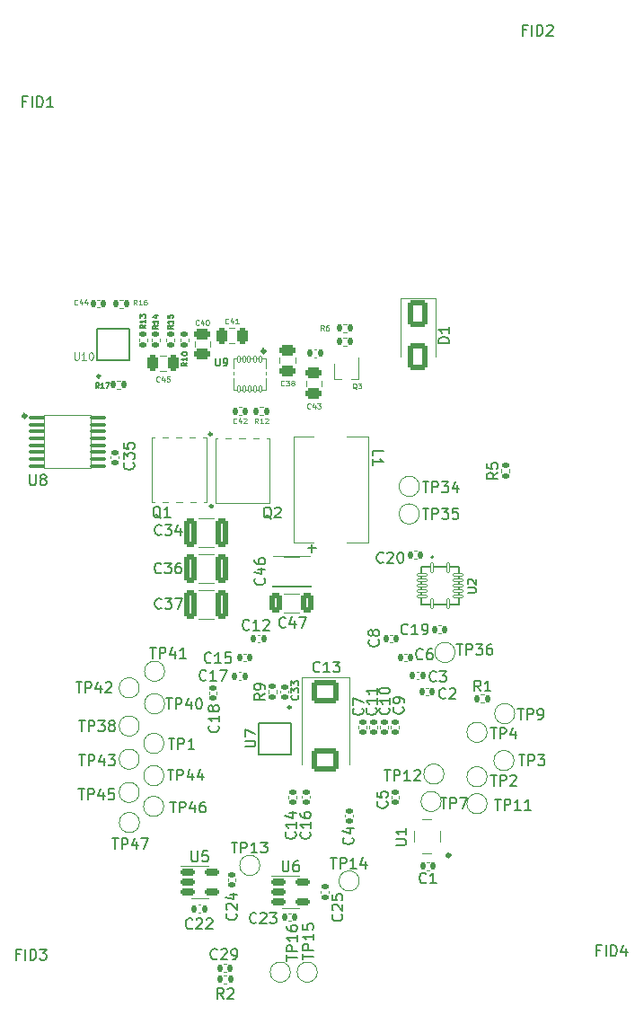
<source format=gto>
G04 #@! TF.GenerationSoftware,KiCad,Pcbnew,7.0.1*
G04 #@! TF.CreationDate,2024-04-18T01:50:12+02:00*
G04 #@! TF.ProjectId,NerdAxe_ultra,4e657264-4178-4655-9f75-6c7472612e6b,rev?*
G04 #@! TF.SameCoordinates,Original*
G04 #@! TF.FileFunction,Legend,Top*
G04 #@! TF.FilePolarity,Positive*
%FSLAX46Y46*%
G04 Gerber Fmt 4.6, Leading zero omitted, Abs format (unit mm)*
G04 Created by KiCad (PCBNEW 7.0.1) date 2024-04-18 01:50:12*
%MOMM*%
%LPD*%
G01*
G04 APERTURE LIST*
G04 Aperture macros list*
%AMRoundRect*
0 Rectangle with rounded corners*
0 $1 Rounding radius*
0 $2 $3 $4 $5 $6 $7 $8 $9 X,Y pos of 4 corners*
0 Add a 4 corners polygon primitive as box body*
4,1,4,$2,$3,$4,$5,$6,$7,$8,$9,$2,$3,0*
0 Add four circle primitives for the rounded corners*
1,1,$1+$1,$2,$3*
1,1,$1+$1,$4,$5*
1,1,$1+$1,$6,$7*
1,1,$1+$1,$8,$9*
0 Add four rect primitives between the rounded corners*
20,1,$1+$1,$2,$3,$4,$5,0*
20,1,$1+$1,$4,$5,$6,$7,0*
20,1,$1+$1,$6,$7,$8,$9,0*
20,1,$1+$1,$8,$9,$2,$3,0*%
%AMFreePoly0*
4,1,35,0.005000,-4.560000,0.003536,-4.563536,0.000000,-4.565000,-5.000000,-4.565000,-5.003536,-4.563536,-5.005000,-4.560000,-5.005000,-3.898000,-5.003536,-3.894464,-5.000000,-3.893000,-4.325000,-3.893000,-4.325000,-3.269700,-5.000000,-3.269700,-5.003536,-3.268236,-5.005000,-3.264700,-5.005000,-2.599700,-5.003536,-2.596164,-5.000000,-2.594700,-4.325000,-2.594700,-4.325000,-1.971400,-5.000000,-1.971400,
-5.003536,-1.969936,-5.005000,-1.966400,-5.005000,-1.301400,-5.003536,-1.297864,-5.000000,-1.296400,-4.325000,-1.296400,-4.325000,-0.673100,-5.000000,-0.673100,-5.003536,-0.671636,-5.005000,-0.668100,-5.005000,0.000000,-5.003536,0.003536,-5.000000,0.005000,0.005000,0.005000,0.005000,-4.560000,0.005000,-4.560000,$1*%
%AMFreePoly1*
4,1,45,-0.199646,1.700354,-0.199500,1.700000,-0.199500,1.200500,0.199500,1.200500,0.199500,1.700000,0.199646,1.700354,0.200000,1.700500,0.450000,1.700500,0.450354,1.700354,0.450500,1.700000,0.450500,1.200500,0.825000,1.200500,0.825354,1.200354,0.825500,1.200000,0.825500,-1.200000,0.825354,-1.200354,0.825000,-1.200500,0.450500,-1.200500,0.450500,-1.700000,0.450354,-1.700354,
0.450000,-1.700500,0.200000,-1.700500,0.199646,-1.700354,0.199500,-1.700000,0.199500,-1.200500,-0.199500,-1.200500,-0.199500,-1.700000,-0.199646,-1.700354,-0.200000,-1.700500,-0.450000,-1.700500,-0.450354,-1.700354,-0.450500,-1.700000,-0.450500,-1.200500,-0.825000,-1.200500,-0.825354,-1.200354,-0.825500,-1.200000,-0.825500,1.200000,-0.825354,1.200354,-0.825000,1.200500,-0.450500,1.200500,
-0.450500,1.700000,-0.450354,1.700354,-0.450000,1.700500,-0.200000,1.700500,-0.199646,1.700354,-0.199646,1.700354,$1*%
G04 Aperture macros list end*
%ADD10C,0.125000*%
%ADD11C,0.150000*%
%ADD12C,0.127000*%
%ADD13C,0.120000*%
%ADD14C,0.100000*%
%ADD15C,0.310599*%
%ADD16C,0.254165*%
%ADD17C,0.200000*%
%ADD18C,0.280227*%
%ADD19C,0.306982*%
%ADD20C,0.313180*%
%ADD21RoundRect,0.250000X0.475000X-0.250000X0.475000X0.250000X-0.475000X0.250000X-0.475000X-0.250000X0*%
%ADD22RoundRect,0.140000X0.140000X0.170000X-0.140000X0.170000X-0.140000X-0.170000X0.140000X-0.170000X0*%
%ADD23C,1.500000*%
%ADD24RoundRect,0.100000X-0.637500X-0.100000X0.637500X-0.100000X0.637500X0.100000X-0.637500X0.100000X0*%
%ADD25RoundRect,0.140000X-0.170000X0.140000X-0.170000X-0.140000X0.170000X-0.140000X0.170000X0.140000X0*%
%ADD26RoundRect,0.135000X-0.185000X0.135000X-0.185000X-0.135000X0.185000X-0.135000X0.185000X0.135000X0*%
%ADD27C,2.000000*%
%ADD28RoundRect,0.250000X-0.650000X1.000000X-0.650000X-1.000000X0.650000X-1.000000X0.650000X1.000000X0*%
%ADD29RoundRect,0.250000X-0.250000X-0.475000X0.250000X-0.475000X0.250000X0.475000X-0.250000X0.475000X0*%
%ADD30C,3.000000*%
%ADD31RoundRect,0.250000X-0.475000X0.250000X-0.475000X-0.250000X0.475000X-0.250000X0.475000X0.250000X0*%
%ADD32RoundRect,0.150000X-0.512500X-0.150000X0.512500X-0.150000X0.512500X0.150000X-0.512500X0.150000X0*%
%ADD33RoundRect,0.135000X0.135000X0.185000X-0.135000X0.185000X-0.135000X-0.185000X0.135000X-0.185000X0*%
%ADD34C,0.800000*%
%ADD35C,6.000000*%
%ADD36R,0.400000X1.100000*%
%ADD37RoundRect,0.007800X-0.122200X0.442200X-0.122200X-0.442200X0.122200X-0.442200X0.122200X0.442200X0*%
%ADD38RoundRect,0.007800X-0.442200X-0.122200X0.442200X-0.122200X0.442200X0.122200X-0.442200X0.122200X0*%
%ADD39R,2.050000X2.050000*%
%ADD40RoundRect,0.135000X0.185000X-0.135000X0.185000X0.135000X-0.185000X0.135000X-0.185000X-0.135000X0*%
%ADD41R,3.100000X2.000000*%
%ADD42RoundRect,0.140000X0.170000X-0.140000X0.170000X0.140000X-0.170000X0.140000X-0.170000X-0.140000X0*%
%ADD43RoundRect,0.140000X-0.140000X-0.170000X0.140000X-0.170000X0.140000X0.170000X-0.140000X0.170000X0*%
%ADD44RoundRect,0.250000X-1.025000X0.875000X-1.025000X-0.875000X1.025000X-0.875000X1.025000X0.875000X0*%
%ADD45R,0.700000X0.800000*%
%ADD46FreePoly0,270.000000*%
%ADD47RoundRect,0.135000X-0.135000X-0.185000X0.135000X-0.185000X0.135000X0.185000X-0.135000X0.185000X0*%
%ADD48RoundRect,0.007874X-0.112126X0.292126X-0.112126X-0.292126X0.112126X-0.292126X0.112126X0.292126X0*%
%ADD49C,0.400000*%
%ADD50FreePoly1,270.000000*%
%ADD51R,1.600000X2.700000*%
%ADD52FreePoly0,90.000000*%
%ADD53RoundRect,0.250000X-0.325000X-1.100000X0.325000X-1.100000X0.325000X1.100000X-0.325000X1.100000X0*%
%ADD54R,1.100000X1.300000*%
%ADD55R,0.450000X0.700000*%
%ADD56RoundRect,0.250000X0.325000X0.650000X-0.325000X0.650000X-0.325000X-0.650000X0.325000X-0.650000X0*%
%ADD57C,1.295400*%
%ADD58C,1.574800*%
%ADD59C,1.700000*%
%ADD60C,1.600000*%
%ADD61C,1.800000*%
G04 APERTURE END LIST*
D10*
X104199571Y-84638690D02*
X104175762Y-84662500D01*
X104175762Y-84662500D02*
X104104333Y-84686309D01*
X104104333Y-84686309D02*
X104056714Y-84686309D01*
X104056714Y-84686309D02*
X103985286Y-84662500D01*
X103985286Y-84662500D02*
X103937667Y-84614880D01*
X103937667Y-84614880D02*
X103913857Y-84567261D01*
X103913857Y-84567261D02*
X103890048Y-84472023D01*
X103890048Y-84472023D02*
X103890048Y-84400595D01*
X103890048Y-84400595D02*
X103913857Y-84305357D01*
X103913857Y-84305357D02*
X103937667Y-84257738D01*
X103937667Y-84257738D02*
X103985286Y-84210119D01*
X103985286Y-84210119D02*
X104056714Y-84186309D01*
X104056714Y-84186309D02*
X104104333Y-84186309D01*
X104104333Y-84186309D02*
X104175762Y-84210119D01*
X104175762Y-84210119D02*
X104199571Y-84233928D01*
X104628143Y-84352976D02*
X104628143Y-84686309D01*
X104509095Y-84162500D02*
X104390048Y-84519642D01*
X104390048Y-84519642D02*
X104699571Y-84519642D01*
X104842428Y-84186309D02*
X105151952Y-84186309D01*
X105151952Y-84186309D02*
X104985285Y-84376785D01*
X104985285Y-84376785D02*
X105056714Y-84376785D01*
X105056714Y-84376785D02*
X105104333Y-84400595D01*
X105104333Y-84400595D02*
X105128142Y-84424404D01*
X105128142Y-84424404D02*
X105151952Y-84472023D01*
X105151952Y-84472023D02*
X105151952Y-84591071D01*
X105151952Y-84591071D02*
X105128142Y-84638690D01*
X105128142Y-84638690D02*
X105104333Y-84662500D01*
X105104333Y-84662500D02*
X105056714Y-84686309D01*
X105056714Y-84686309D02*
X104913857Y-84686309D01*
X104913857Y-84686309D02*
X104866238Y-84662500D01*
X104866238Y-84662500D02*
X104842428Y-84638690D01*
D11*
X113357142Y-105878580D02*
X113309523Y-105926200D01*
X113309523Y-105926200D02*
X113166666Y-105973819D01*
X113166666Y-105973819D02*
X113071428Y-105973819D01*
X113071428Y-105973819D02*
X112928571Y-105926200D01*
X112928571Y-105926200D02*
X112833333Y-105830961D01*
X112833333Y-105830961D02*
X112785714Y-105735723D01*
X112785714Y-105735723D02*
X112738095Y-105545247D01*
X112738095Y-105545247D02*
X112738095Y-105402390D01*
X112738095Y-105402390D02*
X112785714Y-105211914D01*
X112785714Y-105211914D02*
X112833333Y-105116676D01*
X112833333Y-105116676D02*
X112928571Y-105021438D01*
X112928571Y-105021438D02*
X113071428Y-104973819D01*
X113071428Y-104973819D02*
X113166666Y-104973819D01*
X113166666Y-104973819D02*
X113309523Y-105021438D01*
X113309523Y-105021438D02*
X113357142Y-105069057D01*
X114309523Y-105973819D02*
X113738095Y-105973819D01*
X114023809Y-105973819D02*
X114023809Y-104973819D01*
X114023809Y-104973819D02*
X113928571Y-105116676D01*
X113928571Y-105116676D02*
X113833333Y-105211914D01*
X113833333Y-105211914D02*
X113738095Y-105259533D01*
X114785714Y-105973819D02*
X114976190Y-105973819D01*
X114976190Y-105973819D02*
X115071428Y-105926200D01*
X115071428Y-105926200D02*
X115119047Y-105878580D01*
X115119047Y-105878580D02*
X115214285Y-105735723D01*
X115214285Y-105735723D02*
X115261904Y-105545247D01*
X115261904Y-105545247D02*
X115261904Y-105164295D01*
X115261904Y-105164295D02*
X115214285Y-105069057D01*
X115214285Y-105069057D02*
X115166666Y-105021438D01*
X115166666Y-105021438D02*
X115071428Y-104973819D01*
X115071428Y-104973819D02*
X114880952Y-104973819D01*
X114880952Y-104973819D02*
X114785714Y-105021438D01*
X114785714Y-105021438D02*
X114738095Y-105069057D01*
X114738095Y-105069057D02*
X114690476Y-105164295D01*
X114690476Y-105164295D02*
X114690476Y-105402390D01*
X114690476Y-105402390D02*
X114738095Y-105497628D01*
X114738095Y-105497628D02*
X114785714Y-105545247D01*
X114785714Y-105545247D02*
X114880952Y-105592866D01*
X114880952Y-105592866D02*
X115071428Y-105592866D01*
X115071428Y-105592866D02*
X115166666Y-105545247D01*
X115166666Y-105545247D02*
X115214285Y-105497628D01*
X115214285Y-105497628D02*
X115261904Y-105402390D01*
X121166095Y-119223619D02*
X121737523Y-119223619D01*
X121451809Y-120223619D02*
X121451809Y-119223619D01*
X122070857Y-120223619D02*
X122070857Y-119223619D01*
X122070857Y-119223619D02*
X122451809Y-119223619D01*
X122451809Y-119223619D02*
X122547047Y-119271238D01*
X122547047Y-119271238D02*
X122594666Y-119318857D01*
X122594666Y-119318857D02*
X122642285Y-119414095D01*
X122642285Y-119414095D02*
X122642285Y-119556952D01*
X122642285Y-119556952D02*
X122594666Y-119652190D01*
X122594666Y-119652190D02*
X122547047Y-119699809D01*
X122547047Y-119699809D02*
X122451809Y-119747428D01*
X122451809Y-119747428D02*
X122070857Y-119747428D01*
X123023238Y-119318857D02*
X123070857Y-119271238D01*
X123070857Y-119271238D02*
X123166095Y-119223619D01*
X123166095Y-119223619D02*
X123404190Y-119223619D01*
X123404190Y-119223619D02*
X123499428Y-119271238D01*
X123499428Y-119271238D02*
X123547047Y-119318857D01*
X123547047Y-119318857D02*
X123594666Y-119414095D01*
X123594666Y-119414095D02*
X123594666Y-119509333D01*
X123594666Y-119509333D02*
X123547047Y-119652190D01*
X123547047Y-119652190D02*
X122975619Y-120223619D01*
X122975619Y-120223619D02*
X123594666Y-120223619D01*
X77724095Y-90902619D02*
X77724095Y-91712142D01*
X77724095Y-91712142D02*
X77771714Y-91807380D01*
X77771714Y-91807380D02*
X77819333Y-91855000D01*
X77819333Y-91855000D02*
X77914571Y-91902619D01*
X77914571Y-91902619D02*
X78105047Y-91902619D01*
X78105047Y-91902619D02*
X78200285Y-91855000D01*
X78200285Y-91855000D02*
X78247904Y-91807380D01*
X78247904Y-91807380D02*
X78295523Y-91712142D01*
X78295523Y-91712142D02*
X78295523Y-90902619D01*
X78914571Y-91331190D02*
X78819333Y-91283571D01*
X78819333Y-91283571D02*
X78771714Y-91235952D01*
X78771714Y-91235952D02*
X78724095Y-91140714D01*
X78724095Y-91140714D02*
X78724095Y-91093095D01*
X78724095Y-91093095D02*
X78771714Y-90997857D01*
X78771714Y-90997857D02*
X78819333Y-90950238D01*
X78819333Y-90950238D02*
X78914571Y-90902619D01*
X78914571Y-90902619D02*
X79105047Y-90902619D01*
X79105047Y-90902619D02*
X79200285Y-90950238D01*
X79200285Y-90950238D02*
X79247904Y-90997857D01*
X79247904Y-90997857D02*
X79295523Y-91093095D01*
X79295523Y-91093095D02*
X79295523Y-91140714D01*
X79295523Y-91140714D02*
X79247904Y-91235952D01*
X79247904Y-91235952D02*
X79200285Y-91283571D01*
X79200285Y-91283571D02*
X79105047Y-91331190D01*
X79105047Y-91331190D02*
X78914571Y-91331190D01*
X78914571Y-91331190D02*
X78819333Y-91378809D01*
X78819333Y-91378809D02*
X78771714Y-91426428D01*
X78771714Y-91426428D02*
X78724095Y-91521666D01*
X78724095Y-91521666D02*
X78724095Y-91712142D01*
X78724095Y-91712142D02*
X78771714Y-91807380D01*
X78771714Y-91807380D02*
X78819333Y-91855000D01*
X78819333Y-91855000D02*
X78914571Y-91902619D01*
X78914571Y-91902619D02*
X79105047Y-91902619D01*
X79105047Y-91902619D02*
X79200285Y-91855000D01*
X79200285Y-91855000D02*
X79247904Y-91807380D01*
X79247904Y-91807380D02*
X79295523Y-91712142D01*
X79295523Y-91712142D02*
X79295523Y-91521666D01*
X79295523Y-91521666D02*
X79247904Y-91426428D01*
X79247904Y-91426428D02*
X79200285Y-91378809D01*
X79200285Y-91378809D02*
X79105047Y-91331190D01*
X109079380Y-112942666D02*
X109127000Y-112990285D01*
X109127000Y-112990285D02*
X109174619Y-113133142D01*
X109174619Y-113133142D02*
X109174619Y-113228380D01*
X109174619Y-113228380D02*
X109127000Y-113371237D01*
X109127000Y-113371237D02*
X109031761Y-113466475D01*
X109031761Y-113466475D02*
X108936523Y-113514094D01*
X108936523Y-113514094D02*
X108746047Y-113561713D01*
X108746047Y-113561713D02*
X108603190Y-113561713D01*
X108603190Y-113561713D02*
X108412714Y-113514094D01*
X108412714Y-113514094D02*
X108317476Y-113466475D01*
X108317476Y-113466475D02*
X108222238Y-113371237D01*
X108222238Y-113371237D02*
X108174619Y-113228380D01*
X108174619Y-113228380D02*
X108174619Y-113133142D01*
X108174619Y-113133142D02*
X108222238Y-112990285D01*
X108222238Y-112990285D02*
X108269857Y-112942666D01*
X108174619Y-112609332D02*
X108174619Y-111942666D01*
X108174619Y-111942666D02*
X109174619Y-112371237D01*
D12*
X88627010Y-76780571D02*
X88385105Y-76949905D01*
X88627010Y-77070857D02*
X88119010Y-77070857D01*
X88119010Y-77070857D02*
X88119010Y-76877333D01*
X88119010Y-76877333D02*
X88143200Y-76828952D01*
X88143200Y-76828952D02*
X88167391Y-76804762D01*
X88167391Y-76804762D02*
X88215772Y-76780571D01*
X88215772Y-76780571D02*
X88288343Y-76780571D01*
X88288343Y-76780571D02*
X88336724Y-76804762D01*
X88336724Y-76804762D02*
X88360915Y-76828952D01*
X88360915Y-76828952D02*
X88385105Y-76877333D01*
X88385105Y-76877333D02*
X88385105Y-77070857D01*
X88627010Y-76296762D02*
X88627010Y-76587048D01*
X88627010Y-76441905D02*
X88119010Y-76441905D01*
X88119010Y-76441905D02*
X88191581Y-76490286D01*
X88191581Y-76490286D02*
X88239962Y-76538667D01*
X88239962Y-76538667D02*
X88264153Y-76587048D01*
X88119010Y-76127428D02*
X88119010Y-75812952D01*
X88119010Y-75812952D02*
X88312534Y-75982285D01*
X88312534Y-75982285D02*
X88312534Y-75909714D01*
X88312534Y-75909714D02*
X88336724Y-75861333D01*
X88336724Y-75861333D02*
X88360915Y-75837142D01*
X88360915Y-75837142D02*
X88409296Y-75812952D01*
X88409296Y-75812952D02*
X88530248Y-75812952D01*
X88530248Y-75812952D02*
X88578629Y-75837142D01*
X88578629Y-75837142D02*
X88602820Y-75861333D01*
X88602820Y-75861333D02*
X88627010Y-75909714D01*
X88627010Y-75909714D02*
X88627010Y-76054857D01*
X88627010Y-76054857D02*
X88602820Y-76103238D01*
X88602820Y-76103238D02*
X88578629Y-76127428D01*
D11*
X77414571Y-55723809D02*
X77081238Y-55723809D01*
X77081238Y-56247619D02*
X77081238Y-55247619D01*
X77081238Y-55247619D02*
X77557428Y-55247619D01*
X77938381Y-56247619D02*
X77938381Y-55247619D01*
X78414571Y-56247619D02*
X78414571Y-55247619D01*
X78414571Y-55247619D02*
X78652666Y-55247619D01*
X78652666Y-55247619D02*
X78795523Y-55295238D01*
X78795523Y-55295238D02*
X78890761Y-55390476D01*
X78890761Y-55390476D02*
X78938380Y-55485714D01*
X78938380Y-55485714D02*
X78985999Y-55676190D01*
X78985999Y-55676190D02*
X78985999Y-55819047D01*
X78985999Y-55819047D02*
X78938380Y-56009523D01*
X78938380Y-56009523D02*
X78890761Y-56104761D01*
X78890761Y-56104761D02*
X78795523Y-56200000D01*
X78795523Y-56200000D02*
X78652666Y-56247619D01*
X78652666Y-56247619D02*
X78414571Y-56247619D01*
X79938380Y-56247619D02*
X79366952Y-56247619D01*
X79652666Y-56247619D02*
X79652666Y-55247619D01*
X79652666Y-55247619D02*
X79557428Y-55390476D01*
X79557428Y-55390476D02*
X79462190Y-55485714D01*
X79462190Y-55485714D02*
X79366952Y-55533333D01*
X117262619Y-78494094D02*
X116262619Y-78494094D01*
X116262619Y-78494094D02*
X116262619Y-78255999D01*
X116262619Y-78255999D02*
X116310238Y-78113142D01*
X116310238Y-78113142D02*
X116405476Y-78017904D01*
X116405476Y-78017904D02*
X116500714Y-77970285D01*
X116500714Y-77970285D02*
X116691190Y-77922666D01*
X116691190Y-77922666D02*
X116834047Y-77922666D01*
X116834047Y-77922666D02*
X117024523Y-77970285D01*
X117024523Y-77970285D02*
X117119761Y-78017904D01*
X117119761Y-78017904D02*
X117215000Y-78113142D01*
X117215000Y-78113142D02*
X117262619Y-78255999D01*
X117262619Y-78255999D02*
X117262619Y-78494094D01*
X117262619Y-76970285D02*
X117262619Y-77541713D01*
X117262619Y-77255999D02*
X116262619Y-77255999D01*
X116262619Y-77255999D02*
X116405476Y-77351237D01*
X116405476Y-77351237D02*
X116500714Y-77446475D01*
X116500714Y-77446475D02*
X116548333Y-77541713D01*
X115083333Y-129337380D02*
X115035714Y-129385000D01*
X115035714Y-129385000D02*
X114892857Y-129432619D01*
X114892857Y-129432619D02*
X114797619Y-129432619D01*
X114797619Y-129432619D02*
X114654762Y-129385000D01*
X114654762Y-129385000D02*
X114559524Y-129289761D01*
X114559524Y-129289761D02*
X114511905Y-129194523D01*
X114511905Y-129194523D02*
X114464286Y-129004047D01*
X114464286Y-129004047D02*
X114464286Y-128861190D01*
X114464286Y-128861190D02*
X114511905Y-128670714D01*
X114511905Y-128670714D02*
X114559524Y-128575476D01*
X114559524Y-128575476D02*
X114654762Y-128480238D01*
X114654762Y-128480238D02*
X114797619Y-128432619D01*
X114797619Y-128432619D02*
X114892857Y-128432619D01*
X114892857Y-128432619D02*
X115035714Y-128480238D01*
X115035714Y-128480238D02*
X115083333Y-128527857D01*
X116035714Y-129432619D02*
X115464286Y-129432619D01*
X115750000Y-129432619D02*
X115750000Y-128432619D01*
X115750000Y-128432619D02*
X115654762Y-128575476D01*
X115654762Y-128575476D02*
X115559524Y-128670714D01*
X115559524Y-128670714D02*
X115464286Y-128718333D01*
D10*
X96452571Y-76637690D02*
X96428762Y-76661500D01*
X96428762Y-76661500D02*
X96357333Y-76685309D01*
X96357333Y-76685309D02*
X96309714Y-76685309D01*
X96309714Y-76685309D02*
X96238286Y-76661500D01*
X96238286Y-76661500D02*
X96190667Y-76613880D01*
X96190667Y-76613880D02*
X96166857Y-76566261D01*
X96166857Y-76566261D02*
X96143048Y-76471023D01*
X96143048Y-76471023D02*
X96143048Y-76399595D01*
X96143048Y-76399595D02*
X96166857Y-76304357D01*
X96166857Y-76304357D02*
X96190667Y-76256738D01*
X96190667Y-76256738D02*
X96238286Y-76209119D01*
X96238286Y-76209119D02*
X96309714Y-76185309D01*
X96309714Y-76185309D02*
X96357333Y-76185309D01*
X96357333Y-76185309D02*
X96428762Y-76209119D01*
X96428762Y-76209119D02*
X96452571Y-76232928D01*
X96881143Y-76351976D02*
X96881143Y-76685309D01*
X96762095Y-76161500D02*
X96643048Y-76518642D01*
X96643048Y-76518642D02*
X96952571Y-76518642D01*
X97404952Y-76685309D02*
X97119238Y-76685309D01*
X97262095Y-76685309D02*
X97262095Y-76185309D01*
X97262095Y-76185309D02*
X97214476Y-76256738D01*
X97214476Y-76256738D02*
X97166857Y-76304357D01*
X97166857Y-76304357D02*
X97119238Y-76328166D01*
D11*
X116033333Y-110322380D02*
X115985714Y-110370000D01*
X115985714Y-110370000D02*
X115842857Y-110417619D01*
X115842857Y-110417619D02*
X115747619Y-110417619D01*
X115747619Y-110417619D02*
X115604762Y-110370000D01*
X115604762Y-110370000D02*
X115509524Y-110274761D01*
X115509524Y-110274761D02*
X115461905Y-110179523D01*
X115461905Y-110179523D02*
X115414286Y-109989047D01*
X115414286Y-109989047D02*
X115414286Y-109846190D01*
X115414286Y-109846190D02*
X115461905Y-109655714D01*
X115461905Y-109655714D02*
X115509524Y-109560476D01*
X115509524Y-109560476D02*
X115604762Y-109465238D01*
X115604762Y-109465238D02*
X115747619Y-109417619D01*
X115747619Y-109417619D02*
X115842857Y-109417619D01*
X115842857Y-109417619D02*
X115985714Y-109465238D01*
X115985714Y-109465238D02*
X116033333Y-109512857D01*
X116366667Y-109417619D02*
X116985714Y-109417619D01*
X116985714Y-109417619D02*
X116652381Y-109798571D01*
X116652381Y-109798571D02*
X116795238Y-109798571D01*
X116795238Y-109798571D02*
X116890476Y-109846190D01*
X116890476Y-109846190D02*
X116938095Y-109893809D01*
X116938095Y-109893809D02*
X116985714Y-109989047D01*
X116985714Y-109989047D02*
X116985714Y-110227142D01*
X116985714Y-110227142D02*
X116938095Y-110322380D01*
X116938095Y-110322380D02*
X116890476Y-110370000D01*
X116890476Y-110370000D02*
X116795238Y-110417619D01*
X116795238Y-110417619D02*
X116509524Y-110417619D01*
X116509524Y-110417619D02*
X116414286Y-110370000D01*
X116414286Y-110370000D02*
X116366667Y-110322380D01*
D10*
X101713771Y-82479690D02*
X101689962Y-82503500D01*
X101689962Y-82503500D02*
X101618533Y-82527309D01*
X101618533Y-82527309D02*
X101570914Y-82527309D01*
X101570914Y-82527309D02*
X101499486Y-82503500D01*
X101499486Y-82503500D02*
X101451867Y-82455880D01*
X101451867Y-82455880D02*
X101428057Y-82408261D01*
X101428057Y-82408261D02*
X101404248Y-82313023D01*
X101404248Y-82313023D02*
X101404248Y-82241595D01*
X101404248Y-82241595D02*
X101428057Y-82146357D01*
X101428057Y-82146357D02*
X101451867Y-82098738D01*
X101451867Y-82098738D02*
X101499486Y-82051119D01*
X101499486Y-82051119D02*
X101570914Y-82027309D01*
X101570914Y-82027309D02*
X101618533Y-82027309D01*
X101618533Y-82027309D02*
X101689962Y-82051119D01*
X101689962Y-82051119D02*
X101713771Y-82074928D01*
X101880438Y-82027309D02*
X102189962Y-82027309D01*
X102189962Y-82027309D02*
X102023295Y-82217785D01*
X102023295Y-82217785D02*
X102094724Y-82217785D01*
X102094724Y-82217785D02*
X102142343Y-82241595D01*
X102142343Y-82241595D02*
X102166152Y-82265404D01*
X102166152Y-82265404D02*
X102189962Y-82313023D01*
X102189962Y-82313023D02*
X102189962Y-82432071D01*
X102189962Y-82432071D02*
X102166152Y-82479690D01*
X102166152Y-82479690D02*
X102142343Y-82503500D01*
X102142343Y-82503500D02*
X102094724Y-82527309D01*
X102094724Y-82527309D02*
X101951867Y-82527309D01*
X101951867Y-82527309D02*
X101904248Y-82503500D01*
X101904248Y-82503500D02*
X101880438Y-82479690D01*
X102475676Y-82241595D02*
X102428057Y-82217785D01*
X102428057Y-82217785D02*
X102404247Y-82193976D01*
X102404247Y-82193976D02*
X102380438Y-82146357D01*
X102380438Y-82146357D02*
X102380438Y-82122547D01*
X102380438Y-82122547D02*
X102404247Y-82074928D01*
X102404247Y-82074928D02*
X102428057Y-82051119D01*
X102428057Y-82051119D02*
X102475676Y-82027309D01*
X102475676Y-82027309D02*
X102570914Y-82027309D01*
X102570914Y-82027309D02*
X102618533Y-82051119D01*
X102618533Y-82051119D02*
X102642342Y-82074928D01*
X102642342Y-82074928D02*
X102666152Y-82122547D01*
X102666152Y-82122547D02*
X102666152Y-82146357D01*
X102666152Y-82146357D02*
X102642342Y-82193976D01*
X102642342Y-82193976D02*
X102618533Y-82217785D01*
X102618533Y-82217785D02*
X102570914Y-82241595D01*
X102570914Y-82241595D02*
X102475676Y-82241595D01*
X102475676Y-82241595D02*
X102428057Y-82265404D01*
X102428057Y-82265404D02*
X102404247Y-82289214D01*
X102404247Y-82289214D02*
X102380438Y-82336833D01*
X102380438Y-82336833D02*
X102380438Y-82432071D01*
X102380438Y-82432071D02*
X102404247Y-82479690D01*
X102404247Y-82479690D02*
X102428057Y-82503500D01*
X102428057Y-82503500D02*
X102475676Y-82527309D01*
X102475676Y-82527309D02*
X102570914Y-82527309D01*
X102570914Y-82527309D02*
X102618533Y-82503500D01*
X102618533Y-82503500D02*
X102642342Y-82479690D01*
X102642342Y-82479690D02*
X102666152Y-82432071D01*
X102666152Y-82432071D02*
X102666152Y-82336833D01*
X102666152Y-82336833D02*
X102642342Y-82289214D01*
X102642342Y-82289214D02*
X102618533Y-82265404D01*
X102618533Y-82265404D02*
X102570914Y-82241595D01*
D11*
X114761905Y-94073819D02*
X115333333Y-94073819D01*
X115047619Y-95073819D02*
X115047619Y-94073819D01*
X115666667Y-95073819D02*
X115666667Y-94073819D01*
X115666667Y-94073819D02*
X116047619Y-94073819D01*
X116047619Y-94073819D02*
X116142857Y-94121438D01*
X116142857Y-94121438D02*
X116190476Y-94169057D01*
X116190476Y-94169057D02*
X116238095Y-94264295D01*
X116238095Y-94264295D02*
X116238095Y-94407152D01*
X116238095Y-94407152D02*
X116190476Y-94502390D01*
X116190476Y-94502390D02*
X116142857Y-94550009D01*
X116142857Y-94550009D02*
X116047619Y-94597628D01*
X116047619Y-94597628D02*
X115666667Y-94597628D01*
X116571429Y-94073819D02*
X117190476Y-94073819D01*
X117190476Y-94073819D02*
X116857143Y-94454771D01*
X116857143Y-94454771D02*
X117000000Y-94454771D01*
X117000000Y-94454771D02*
X117095238Y-94502390D01*
X117095238Y-94502390D02*
X117142857Y-94550009D01*
X117142857Y-94550009D02*
X117190476Y-94645247D01*
X117190476Y-94645247D02*
X117190476Y-94883342D01*
X117190476Y-94883342D02*
X117142857Y-94978580D01*
X117142857Y-94978580D02*
X117095238Y-95026200D01*
X117095238Y-95026200D02*
X117000000Y-95073819D01*
X117000000Y-95073819D02*
X116714286Y-95073819D01*
X116714286Y-95073819D02*
X116619048Y-95026200D01*
X116619048Y-95026200D02*
X116571429Y-94978580D01*
X118095238Y-94073819D02*
X117619048Y-94073819D01*
X117619048Y-94073819D02*
X117571429Y-94550009D01*
X117571429Y-94550009D02*
X117619048Y-94502390D01*
X117619048Y-94502390D02*
X117714286Y-94454771D01*
X117714286Y-94454771D02*
X117952381Y-94454771D01*
X117952381Y-94454771D02*
X118047619Y-94502390D01*
X118047619Y-94502390D02*
X118095238Y-94550009D01*
X118095238Y-94550009D02*
X118142857Y-94645247D01*
X118142857Y-94645247D02*
X118142857Y-94883342D01*
X118142857Y-94883342D02*
X118095238Y-94978580D01*
X118095238Y-94978580D02*
X118047619Y-95026200D01*
X118047619Y-95026200D02*
X117952381Y-95073819D01*
X117952381Y-95073819D02*
X117714286Y-95073819D01*
X117714286Y-95073819D02*
X117619048Y-95026200D01*
X117619048Y-95026200D02*
X117571429Y-94978580D01*
X107117380Y-132352857D02*
X107165000Y-132400476D01*
X107165000Y-132400476D02*
X107212619Y-132543333D01*
X107212619Y-132543333D02*
X107212619Y-132638571D01*
X107212619Y-132638571D02*
X107165000Y-132781428D01*
X107165000Y-132781428D02*
X107069761Y-132876666D01*
X107069761Y-132876666D02*
X106974523Y-132924285D01*
X106974523Y-132924285D02*
X106784047Y-132971904D01*
X106784047Y-132971904D02*
X106641190Y-132971904D01*
X106641190Y-132971904D02*
X106450714Y-132924285D01*
X106450714Y-132924285D02*
X106355476Y-132876666D01*
X106355476Y-132876666D02*
X106260238Y-132781428D01*
X106260238Y-132781428D02*
X106212619Y-132638571D01*
X106212619Y-132638571D02*
X106212619Y-132543333D01*
X106212619Y-132543333D02*
X106260238Y-132400476D01*
X106260238Y-132400476D02*
X106307857Y-132352857D01*
X106307857Y-131971904D02*
X106260238Y-131924285D01*
X106260238Y-131924285D02*
X106212619Y-131829047D01*
X106212619Y-131829047D02*
X106212619Y-131590952D01*
X106212619Y-131590952D02*
X106260238Y-131495714D01*
X106260238Y-131495714D02*
X106307857Y-131448095D01*
X106307857Y-131448095D02*
X106403095Y-131400476D01*
X106403095Y-131400476D02*
X106498333Y-131400476D01*
X106498333Y-131400476D02*
X106641190Y-131448095D01*
X106641190Y-131448095D02*
X107212619Y-132019523D01*
X107212619Y-132019523D02*
X107212619Y-131400476D01*
X106212619Y-130495714D02*
X106212619Y-130971904D01*
X106212619Y-130971904D02*
X106688809Y-131019523D01*
X106688809Y-131019523D02*
X106641190Y-130971904D01*
X106641190Y-130971904D02*
X106593571Y-130876666D01*
X106593571Y-130876666D02*
X106593571Y-130638571D01*
X106593571Y-130638571D02*
X106641190Y-130543333D01*
X106641190Y-130543333D02*
X106688809Y-130495714D01*
X106688809Y-130495714D02*
X106784047Y-130448095D01*
X106784047Y-130448095D02*
X107022142Y-130448095D01*
X107022142Y-130448095D02*
X107117380Y-130495714D01*
X107117380Y-130495714D02*
X107165000Y-130543333D01*
X107165000Y-130543333D02*
X107212619Y-130638571D01*
X107212619Y-130638571D02*
X107212619Y-130876666D01*
X107212619Y-130876666D02*
X107165000Y-130971904D01*
X107165000Y-130971904D02*
X107117380Y-131019523D01*
X90939905Y-121736619D02*
X91511333Y-121736619D01*
X91225619Y-122736619D02*
X91225619Y-121736619D01*
X91844667Y-122736619D02*
X91844667Y-121736619D01*
X91844667Y-121736619D02*
X92225619Y-121736619D01*
X92225619Y-121736619D02*
X92320857Y-121784238D01*
X92320857Y-121784238D02*
X92368476Y-121831857D01*
X92368476Y-121831857D02*
X92416095Y-121927095D01*
X92416095Y-121927095D02*
X92416095Y-122069952D01*
X92416095Y-122069952D02*
X92368476Y-122165190D01*
X92368476Y-122165190D02*
X92320857Y-122212809D01*
X92320857Y-122212809D02*
X92225619Y-122260428D01*
X92225619Y-122260428D02*
X91844667Y-122260428D01*
X93273238Y-122069952D02*
X93273238Y-122736619D01*
X93035143Y-121689000D02*
X92797048Y-122403285D01*
X92797048Y-122403285D02*
X93416095Y-122403285D01*
X94225619Y-121736619D02*
X94035143Y-121736619D01*
X94035143Y-121736619D02*
X93939905Y-121784238D01*
X93939905Y-121784238D02*
X93892286Y-121831857D01*
X93892286Y-121831857D02*
X93797048Y-121974714D01*
X93797048Y-121974714D02*
X93749429Y-122165190D01*
X93749429Y-122165190D02*
X93749429Y-122546142D01*
X93749429Y-122546142D02*
X93797048Y-122641380D01*
X93797048Y-122641380D02*
X93844667Y-122689000D01*
X93844667Y-122689000D02*
X93939905Y-122736619D01*
X93939905Y-122736619D02*
X94130381Y-122736619D01*
X94130381Y-122736619D02*
X94225619Y-122689000D01*
X94225619Y-122689000D02*
X94273238Y-122641380D01*
X94273238Y-122641380D02*
X94320857Y-122546142D01*
X94320857Y-122546142D02*
X94320857Y-122308047D01*
X94320857Y-122308047D02*
X94273238Y-122212809D01*
X94273238Y-122212809D02*
X94225619Y-122165190D01*
X94225619Y-122165190D02*
X94130381Y-122117571D01*
X94130381Y-122117571D02*
X93939905Y-122117571D01*
X93939905Y-122117571D02*
X93844667Y-122165190D01*
X93844667Y-122165190D02*
X93797048Y-122212809D01*
X93797048Y-122212809D02*
X93749429Y-122308047D01*
D10*
X89975571Y-82098690D02*
X89951762Y-82122500D01*
X89951762Y-82122500D02*
X89880333Y-82146309D01*
X89880333Y-82146309D02*
X89832714Y-82146309D01*
X89832714Y-82146309D02*
X89761286Y-82122500D01*
X89761286Y-82122500D02*
X89713667Y-82074880D01*
X89713667Y-82074880D02*
X89689857Y-82027261D01*
X89689857Y-82027261D02*
X89666048Y-81932023D01*
X89666048Y-81932023D02*
X89666048Y-81860595D01*
X89666048Y-81860595D02*
X89689857Y-81765357D01*
X89689857Y-81765357D02*
X89713667Y-81717738D01*
X89713667Y-81717738D02*
X89761286Y-81670119D01*
X89761286Y-81670119D02*
X89832714Y-81646309D01*
X89832714Y-81646309D02*
X89880333Y-81646309D01*
X89880333Y-81646309D02*
X89951762Y-81670119D01*
X89951762Y-81670119D02*
X89975571Y-81693928D01*
X90404143Y-81812976D02*
X90404143Y-82146309D01*
X90285095Y-81622500D02*
X90166048Y-81979642D01*
X90166048Y-81979642D02*
X90475571Y-81979642D01*
X90904142Y-81646309D02*
X90666047Y-81646309D01*
X90666047Y-81646309D02*
X90642238Y-81884404D01*
X90642238Y-81884404D02*
X90666047Y-81860595D01*
X90666047Y-81860595D02*
X90713666Y-81836785D01*
X90713666Y-81836785D02*
X90832714Y-81836785D01*
X90832714Y-81836785D02*
X90880333Y-81860595D01*
X90880333Y-81860595D02*
X90904142Y-81884404D01*
X90904142Y-81884404D02*
X90927952Y-81932023D01*
X90927952Y-81932023D02*
X90927952Y-82051071D01*
X90927952Y-82051071D02*
X90904142Y-82098690D01*
X90904142Y-82098690D02*
X90880333Y-82122500D01*
X90880333Y-82122500D02*
X90832714Y-82146309D01*
X90832714Y-82146309D02*
X90713666Y-82146309D01*
X90713666Y-82146309D02*
X90666047Y-82122500D01*
X90666047Y-82122500D02*
X90642238Y-82098690D01*
D11*
X85493905Y-125200619D02*
X86065333Y-125200619D01*
X85779619Y-126200619D02*
X85779619Y-125200619D01*
X86398667Y-126200619D02*
X86398667Y-125200619D01*
X86398667Y-125200619D02*
X86779619Y-125200619D01*
X86779619Y-125200619D02*
X86874857Y-125248238D01*
X86874857Y-125248238D02*
X86922476Y-125295857D01*
X86922476Y-125295857D02*
X86970095Y-125391095D01*
X86970095Y-125391095D02*
X86970095Y-125533952D01*
X86970095Y-125533952D02*
X86922476Y-125629190D01*
X86922476Y-125629190D02*
X86874857Y-125676809D01*
X86874857Y-125676809D02*
X86779619Y-125724428D01*
X86779619Y-125724428D02*
X86398667Y-125724428D01*
X87827238Y-125533952D02*
X87827238Y-126200619D01*
X87589143Y-125153000D02*
X87351048Y-125867285D01*
X87351048Y-125867285D02*
X87970095Y-125867285D01*
X88255810Y-125200619D02*
X88922476Y-125200619D01*
X88922476Y-125200619D02*
X88493905Y-126200619D01*
X101951619Y-136739094D02*
X101951619Y-136167666D01*
X102951619Y-136453380D02*
X101951619Y-136453380D01*
X102951619Y-135834332D02*
X101951619Y-135834332D01*
X101951619Y-135834332D02*
X101951619Y-135453380D01*
X101951619Y-135453380D02*
X101999238Y-135358142D01*
X101999238Y-135358142D02*
X102046857Y-135310523D01*
X102046857Y-135310523D02*
X102142095Y-135262904D01*
X102142095Y-135262904D02*
X102284952Y-135262904D01*
X102284952Y-135262904D02*
X102380190Y-135310523D01*
X102380190Y-135310523D02*
X102427809Y-135358142D01*
X102427809Y-135358142D02*
X102475428Y-135453380D01*
X102475428Y-135453380D02*
X102475428Y-135834332D01*
X102951619Y-134310523D02*
X102951619Y-134881951D01*
X102951619Y-134596237D02*
X101951619Y-134596237D01*
X101951619Y-134596237D02*
X102094476Y-134691475D01*
X102094476Y-134691475D02*
X102189714Y-134786713D01*
X102189714Y-134786713D02*
X102237333Y-134881951D01*
X101951619Y-133453380D02*
X101951619Y-133643856D01*
X101951619Y-133643856D02*
X101999238Y-133739094D01*
X101999238Y-133739094D02*
X102046857Y-133786713D01*
X102046857Y-133786713D02*
X102189714Y-133881951D01*
X102189714Y-133881951D02*
X102380190Y-133929570D01*
X102380190Y-133929570D02*
X102761142Y-133929570D01*
X102761142Y-133929570D02*
X102856380Y-133881951D01*
X102856380Y-133881951D02*
X102904000Y-133834332D01*
X102904000Y-133834332D02*
X102951619Y-133739094D01*
X102951619Y-133739094D02*
X102951619Y-133548618D01*
X102951619Y-133548618D02*
X102904000Y-133453380D01*
X102904000Y-133453380D02*
X102856380Y-133405761D01*
X102856380Y-133405761D02*
X102761142Y-133358142D01*
X102761142Y-133358142D02*
X102523047Y-133358142D01*
X102523047Y-133358142D02*
X102427809Y-133405761D01*
X102427809Y-133405761D02*
X102380190Y-133453380D01*
X102380190Y-133453380D02*
X102332571Y-133548618D01*
X102332571Y-133548618D02*
X102332571Y-133739094D01*
X102332571Y-133739094D02*
X102380190Y-133834332D01*
X102380190Y-133834332D02*
X102427809Y-133881951D01*
X102427809Y-133881951D02*
X102523047Y-133929570D01*
X103475619Y-136612094D02*
X103475619Y-136040666D01*
X104475619Y-136326380D02*
X103475619Y-136326380D01*
X104475619Y-135707332D02*
X103475619Y-135707332D01*
X103475619Y-135707332D02*
X103475619Y-135326380D01*
X103475619Y-135326380D02*
X103523238Y-135231142D01*
X103523238Y-135231142D02*
X103570857Y-135183523D01*
X103570857Y-135183523D02*
X103666095Y-135135904D01*
X103666095Y-135135904D02*
X103808952Y-135135904D01*
X103808952Y-135135904D02*
X103904190Y-135183523D01*
X103904190Y-135183523D02*
X103951809Y-135231142D01*
X103951809Y-135231142D02*
X103999428Y-135326380D01*
X103999428Y-135326380D02*
X103999428Y-135707332D01*
X104475619Y-134183523D02*
X104475619Y-134754951D01*
X104475619Y-134469237D02*
X103475619Y-134469237D01*
X103475619Y-134469237D02*
X103618476Y-134564475D01*
X103618476Y-134564475D02*
X103713714Y-134659713D01*
X103713714Y-134659713D02*
X103761333Y-134754951D01*
X103475619Y-133278761D02*
X103475619Y-133754951D01*
X103475619Y-133754951D02*
X103951809Y-133802570D01*
X103951809Y-133802570D02*
X103904190Y-133754951D01*
X103904190Y-133754951D02*
X103856571Y-133659713D01*
X103856571Y-133659713D02*
X103856571Y-133421618D01*
X103856571Y-133421618D02*
X103904190Y-133326380D01*
X103904190Y-133326380D02*
X103951809Y-133278761D01*
X103951809Y-133278761D02*
X104047047Y-133231142D01*
X104047047Y-133231142D02*
X104285142Y-133231142D01*
X104285142Y-133231142D02*
X104380380Y-133278761D01*
X104380380Y-133278761D02*
X104428000Y-133326380D01*
X104428000Y-133326380D02*
X104475619Y-133421618D01*
X104475619Y-133421618D02*
X104475619Y-133659713D01*
X104475619Y-133659713D02*
X104428000Y-133754951D01*
X104428000Y-133754951D02*
X104380380Y-133802570D01*
X92991095Y-126370619D02*
X92991095Y-127180142D01*
X92991095Y-127180142D02*
X93038714Y-127275380D01*
X93038714Y-127275380D02*
X93086333Y-127323000D01*
X93086333Y-127323000D02*
X93181571Y-127370619D01*
X93181571Y-127370619D02*
X93372047Y-127370619D01*
X93372047Y-127370619D02*
X93467285Y-127323000D01*
X93467285Y-127323000D02*
X93514904Y-127275380D01*
X93514904Y-127275380D02*
X93562523Y-127180142D01*
X93562523Y-127180142D02*
X93562523Y-126370619D01*
X94514904Y-126370619D02*
X94038714Y-126370619D01*
X94038714Y-126370619D02*
X93991095Y-126846809D01*
X93991095Y-126846809D02*
X94038714Y-126799190D01*
X94038714Y-126799190D02*
X94133952Y-126751571D01*
X94133952Y-126751571D02*
X94372047Y-126751571D01*
X94372047Y-126751571D02*
X94467285Y-126799190D01*
X94467285Y-126799190D02*
X94514904Y-126846809D01*
X94514904Y-126846809D02*
X94562523Y-126942047D01*
X94562523Y-126942047D02*
X94562523Y-127180142D01*
X94562523Y-127180142D02*
X94514904Y-127275380D01*
X94514904Y-127275380D02*
X94467285Y-127323000D01*
X94467285Y-127323000D02*
X94372047Y-127370619D01*
X94372047Y-127370619D02*
X94133952Y-127370619D01*
X94133952Y-127370619D02*
X94038714Y-127323000D01*
X94038714Y-127323000D02*
X93991095Y-127275380D01*
D10*
X105453666Y-77320309D02*
X105287000Y-77082214D01*
X105167952Y-77320309D02*
X105167952Y-76820309D01*
X105167952Y-76820309D02*
X105358428Y-76820309D01*
X105358428Y-76820309D02*
X105406047Y-76844119D01*
X105406047Y-76844119D02*
X105429857Y-76867928D01*
X105429857Y-76867928D02*
X105453666Y-76915547D01*
X105453666Y-76915547D02*
X105453666Y-76986976D01*
X105453666Y-76986976D02*
X105429857Y-77034595D01*
X105429857Y-77034595D02*
X105406047Y-77058404D01*
X105406047Y-77058404D02*
X105358428Y-77082214D01*
X105358428Y-77082214D02*
X105167952Y-77082214D01*
X105882238Y-76820309D02*
X105787000Y-76820309D01*
X105787000Y-76820309D02*
X105739381Y-76844119D01*
X105739381Y-76844119D02*
X105715571Y-76867928D01*
X105715571Y-76867928D02*
X105667952Y-76939357D01*
X105667952Y-76939357D02*
X105644143Y-77034595D01*
X105644143Y-77034595D02*
X105644143Y-77225071D01*
X105644143Y-77225071D02*
X105667952Y-77272690D01*
X105667952Y-77272690D02*
X105691762Y-77296500D01*
X105691762Y-77296500D02*
X105739381Y-77320309D01*
X105739381Y-77320309D02*
X105834619Y-77320309D01*
X105834619Y-77320309D02*
X105882238Y-77296500D01*
X105882238Y-77296500D02*
X105906047Y-77272690D01*
X105906047Y-77272690D02*
X105929857Y-77225071D01*
X105929857Y-77225071D02*
X105929857Y-77106023D01*
X105929857Y-77106023D02*
X105906047Y-77058404D01*
X105906047Y-77058404D02*
X105882238Y-77034595D01*
X105882238Y-77034595D02*
X105834619Y-77010785D01*
X105834619Y-77010785D02*
X105739381Y-77010785D01*
X105739381Y-77010785D02*
X105691762Y-77034595D01*
X105691762Y-77034595D02*
X105667952Y-77058404D01*
X105667952Y-77058404D02*
X105644143Y-77106023D01*
D11*
X101558095Y-127302619D02*
X101558095Y-128112142D01*
X101558095Y-128112142D02*
X101605714Y-128207380D01*
X101605714Y-128207380D02*
X101653333Y-128255000D01*
X101653333Y-128255000D02*
X101748571Y-128302619D01*
X101748571Y-128302619D02*
X101939047Y-128302619D01*
X101939047Y-128302619D02*
X102034285Y-128255000D01*
X102034285Y-128255000D02*
X102081904Y-128207380D01*
X102081904Y-128207380D02*
X102129523Y-128112142D01*
X102129523Y-128112142D02*
X102129523Y-127302619D01*
X103034285Y-127302619D02*
X102843809Y-127302619D01*
X102843809Y-127302619D02*
X102748571Y-127350238D01*
X102748571Y-127350238D02*
X102700952Y-127397857D01*
X102700952Y-127397857D02*
X102605714Y-127540714D01*
X102605714Y-127540714D02*
X102558095Y-127731190D01*
X102558095Y-127731190D02*
X102558095Y-128112142D01*
X102558095Y-128112142D02*
X102605714Y-128207380D01*
X102605714Y-128207380D02*
X102653333Y-128255000D01*
X102653333Y-128255000D02*
X102748571Y-128302619D01*
X102748571Y-128302619D02*
X102939047Y-128302619D01*
X102939047Y-128302619D02*
X103034285Y-128255000D01*
X103034285Y-128255000D02*
X103081904Y-128207380D01*
X103081904Y-128207380D02*
X103129523Y-128112142D01*
X103129523Y-128112142D02*
X103129523Y-127874047D01*
X103129523Y-127874047D02*
X103081904Y-127778809D01*
X103081904Y-127778809D02*
X103034285Y-127731190D01*
X103034285Y-127731190D02*
X102939047Y-127683571D01*
X102939047Y-127683571D02*
X102748571Y-127683571D01*
X102748571Y-127683571D02*
X102653333Y-127731190D01*
X102653333Y-127731190D02*
X102605714Y-127778809D01*
X102605714Y-127778809D02*
X102558095Y-127874047D01*
X108150380Y-125119666D02*
X108198000Y-125167285D01*
X108198000Y-125167285D02*
X108245619Y-125310142D01*
X108245619Y-125310142D02*
X108245619Y-125405380D01*
X108245619Y-125405380D02*
X108198000Y-125548237D01*
X108198000Y-125548237D02*
X108102761Y-125643475D01*
X108102761Y-125643475D02*
X108007523Y-125691094D01*
X108007523Y-125691094D02*
X107817047Y-125738713D01*
X107817047Y-125738713D02*
X107674190Y-125738713D01*
X107674190Y-125738713D02*
X107483714Y-125691094D01*
X107483714Y-125691094D02*
X107388476Y-125643475D01*
X107388476Y-125643475D02*
X107293238Y-125548237D01*
X107293238Y-125548237D02*
X107245619Y-125405380D01*
X107245619Y-125405380D02*
X107245619Y-125310142D01*
X107245619Y-125310142D02*
X107293238Y-125167285D01*
X107293238Y-125167285D02*
X107340857Y-125119666D01*
X107578952Y-124262523D02*
X108245619Y-124262523D01*
X107198000Y-124500618D02*
X107912285Y-124738713D01*
X107912285Y-124738713D02*
X107912285Y-124119666D01*
X98000619Y-116555904D02*
X98810142Y-116555904D01*
X98810142Y-116555904D02*
X98905380Y-116508285D01*
X98905380Y-116508285D02*
X98953000Y-116460666D01*
X98953000Y-116460666D02*
X99000619Y-116365428D01*
X99000619Y-116365428D02*
X99000619Y-116174952D01*
X99000619Y-116174952D02*
X98953000Y-116079714D01*
X98953000Y-116079714D02*
X98905380Y-116032095D01*
X98905380Y-116032095D02*
X98810142Y-115984476D01*
X98810142Y-115984476D02*
X98000619Y-115984476D01*
X98000619Y-115603523D02*
X98000619Y-114936857D01*
X98000619Y-114936857D02*
X99000619Y-115365428D01*
X98417142Y-105475580D02*
X98369523Y-105523200D01*
X98369523Y-105523200D02*
X98226666Y-105570819D01*
X98226666Y-105570819D02*
X98131428Y-105570819D01*
X98131428Y-105570819D02*
X97988571Y-105523200D01*
X97988571Y-105523200D02*
X97893333Y-105427961D01*
X97893333Y-105427961D02*
X97845714Y-105332723D01*
X97845714Y-105332723D02*
X97798095Y-105142247D01*
X97798095Y-105142247D02*
X97798095Y-104999390D01*
X97798095Y-104999390D02*
X97845714Y-104808914D01*
X97845714Y-104808914D02*
X97893333Y-104713676D01*
X97893333Y-104713676D02*
X97988571Y-104618438D01*
X97988571Y-104618438D02*
X98131428Y-104570819D01*
X98131428Y-104570819D02*
X98226666Y-104570819D01*
X98226666Y-104570819D02*
X98369523Y-104618438D01*
X98369523Y-104618438D02*
X98417142Y-104666057D01*
X99369523Y-105570819D02*
X98798095Y-105570819D01*
X99083809Y-105570819D02*
X99083809Y-104570819D01*
X99083809Y-104570819D02*
X98988571Y-104713676D01*
X98988571Y-104713676D02*
X98893333Y-104808914D01*
X98893333Y-104808914D02*
X98798095Y-104856533D01*
X99750476Y-104666057D02*
X99798095Y-104618438D01*
X99798095Y-104618438D02*
X99893333Y-104570819D01*
X99893333Y-104570819D02*
X100131428Y-104570819D01*
X100131428Y-104570819D02*
X100226666Y-104618438D01*
X100226666Y-104618438D02*
X100274285Y-104666057D01*
X100274285Y-104666057D02*
X100321904Y-104761295D01*
X100321904Y-104761295D02*
X100321904Y-104856533D01*
X100321904Y-104856533D02*
X100274285Y-104999390D01*
X100274285Y-104999390D02*
X99702857Y-105570819D01*
X99702857Y-105570819D02*
X100321904Y-105570819D01*
X123833095Y-117318619D02*
X124404523Y-117318619D01*
X124118809Y-118318619D02*
X124118809Y-117318619D01*
X124737857Y-118318619D02*
X124737857Y-117318619D01*
X124737857Y-117318619D02*
X125118809Y-117318619D01*
X125118809Y-117318619D02*
X125214047Y-117366238D01*
X125214047Y-117366238D02*
X125261666Y-117413857D01*
X125261666Y-117413857D02*
X125309285Y-117509095D01*
X125309285Y-117509095D02*
X125309285Y-117651952D01*
X125309285Y-117651952D02*
X125261666Y-117747190D01*
X125261666Y-117747190D02*
X125214047Y-117794809D01*
X125214047Y-117794809D02*
X125118809Y-117842428D01*
X125118809Y-117842428D02*
X124737857Y-117842428D01*
X125642619Y-117318619D02*
X126261666Y-117318619D01*
X126261666Y-117318619D02*
X125928333Y-117699571D01*
X125928333Y-117699571D02*
X126071190Y-117699571D01*
X126071190Y-117699571D02*
X126166428Y-117747190D01*
X126166428Y-117747190D02*
X126214047Y-117794809D01*
X126214047Y-117794809D02*
X126261666Y-117890047D01*
X126261666Y-117890047D02*
X126261666Y-118128142D01*
X126261666Y-118128142D02*
X126214047Y-118223380D01*
X126214047Y-118223380D02*
X126166428Y-118271000D01*
X126166428Y-118271000D02*
X126071190Y-118318619D01*
X126071190Y-118318619D02*
X125785476Y-118318619D01*
X125785476Y-118318619D02*
X125690238Y-118271000D01*
X125690238Y-118271000D02*
X125642619Y-118223380D01*
X82381905Y-117319619D02*
X82953333Y-117319619D01*
X82667619Y-118319619D02*
X82667619Y-117319619D01*
X83286667Y-118319619D02*
X83286667Y-117319619D01*
X83286667Y-117319619D02*
X83667619Y-117319619D01*
X83667619Y-117319619D02*
X83762857Y-117367238D01*
X83762857Y-117367238D02*
X83810476Y-117414857D01*
X83810476Y-117414857D02*
X83858095Y-117510095D01*
X83858095Y-117510095D02*
X83858095Y-117652952D01*
X83858095Y-117652952D02*
X83810476Y-117748190D01*
X83810476Y-117748190D02*
X83762857Y-117795809D01*
X83762857Y-117795809D02*
X83667619Y-117843428D01*
X83667619Y-117843428D02*
X83286667Y-117843428D01*
X84715238Y-117652952D02*
X84715238Y-118319619D01*
X84477143Y-117272000D02*
X84239048Y-117986285D01*
X84239048Y-117986285D02*
X84858095Y-117986285D01*
X85143810Y-117319619D02*
X85762857Y-117319619D01*
X85762857Y-117319619D02*
X85429524Y-117700571D01*
X85429524Y-117700571D02*
X85572381Y-117700571D01*
X85572381Y-117700571D02*
X85667619Y-117748190D01*
X85667619Y-117748190D02*
X85715238Y-117795809D01*
X85715238Y-117795809D02*
X85762857Y-117891047D01*
X85762857Y-117891047D02*
X85762857Y-118129142D01*
X85762857Y-118129142D02*
X85715238Y-118224380D01*
X85715238Y-118224380D02*
X85667619Y-118272000D01*
X85667619Y-118272000D02*
X85572381Y-118319619D01*
X85572381Y-118319619D02*
X85286667Y-118319619D01*
X85286667Y-118319619D02*
X85191429Y-118272000D01*
X85191429Y-118272000D02*
X85143810Y-118224380D01*
X119000095Y-102025723D02*
X119647714Y-102025723D01*
X119647714Y-102025723D02*
X119723904Y-101987628D01*
X119723904Y-101987628D02*
X119762000Y-101949533D01*
X119762000Y-101949533D02*
X119800095Y-101873342D01*
X119800095Y-101873342D02*
X119800095Y-101720961D01*
X119800095Y-101720961D02*
X119762000Y-101644771D01*
X119762000Y-101644771D02*
X119723904Y-101606676D01*
X119723904Y-101606676D02*
X119647714Y-101568580D01*
X119647714Y-101568580D02*
X119000095Y-101568580D01*
X119076285Y-101225724D02*
X119038190Y-101187628D01*
X119038190Y-101187628D02*
X119000095Y-101111438D01*
X119000095Y-101111438D02*
X119000095Y-100920962D01*
X119000095Y-100920962D02*
X119038190Y-100844771D01*
X119038190Y-100844771D02*
X119076285Y-100806676D01*
X119076285Y-100806676D02*
X119152476Y-100768581D01*
X119152476Y-100768581D02*
X119228666Y-100768581D01*
X119228666Y-100768581D02*
X119342952Y-100806676D01*
X119342952Y-100806676D02*
X119800095Y-101263819D01*
X119800095Y-101263819D02*
X119800095Y-100768581D01*
D12*
X92564010Y-80336571D02*
X92322105Y-80505905D01*
X92564010Y-80626857D02*
X92056010Y-80626857D01*
X92056010Y-80626857D02*
X92056010Y-80433333D01*
X92056010Y-80433333D02*
X92080200Y-80384952D01*
X92080200Y-80384952D02*
X92104391Y-80360762D01*
X92104391Y-80360762D02*
X92152772Y-80336571D01*
X92152772Y-80336571D02*
X92225343Y-80336571D01*
X92225343Y-80336571D02*
X92273724Y-80360762D01*
X92273724Y-80360762D02*
X92297915Y-80384952D01*
X92297915Y-80384952D02*
X92322105Y-80433333D01*
X92322105Y-80433333D02*
X92322105Y-80626857D01*
X92564010Y-79852762D02*
X92564010Y-80143048D01*
X92564010Y-79997905D02*
X92056010Y-79997905D01*
X92056010Y-79997905D02*
X92128581Y-80046286D01*
X92128581Y-80046286D02*
X92176962Y-80094667D01*
X92176962Y-80094667D02*
X92201153Y-80143048D01*
X92056010Y-79538285D02*
X92056010Y-79489904D01*
X92056010Y-79489904D02*
X92080200Y-79441523D01*
X92080200Y-79441523D02*
X92104391Y-79417333D01*
X92104391Y-79417333D02*
X92152772Y-79393142D01*
X92152772Y-79393142D02*
X92249534Y-79368952D01*
X92249534Y-79368952D02*
X92370486Y-79368952D01*
X92370486Y-79368952D02*
X92467248Y-79393142D01*
X92467248Y-79393142D02*
X92515629Y-79417333D01*
X92515629Y-79417333D02*
X92539820Y-79441523D01*
X92539820Y-79441523D02*
X92564010Y-79489904D01*
X92564010Y-79489904D02*
X92564010Y-79538285D01*
X92564010Y-79538285D02*
X92539820Y-79586666D01*
X92539820Y-79586666D02*
X92515629Y-79610857D01*
X92515629Y-79610857D02*
X92467248Y-79635047D01*
X92467248Y-79635047D02*
X92370486Y-79659238D01*
X92370486Y-79659238D02*
X92249534Y-79659238D01*
X92249534Y-79659238D02*
X92152772Y-79635047D01*
X92152772Y-79635047D02*
X92104391Y-79610857D01*
X92104391Y-79610857D02*
X92080200Y-79586666D01*
X92080200Y-79586666D02*
X92056010Y-79538285D01*
D11*
X82081905Y-110460619D02*
X82653333Y-110460619D01*
X82367619Y-111460619D02*
X82367619Y-110460619D01*
X82986667Y-111460619D02*
X82986667Y-110460619D01*
X82986667Y-110460619D02*
X83367619Y-110460619D01*
X83367619Y-110460619D02*
X83462857Y-110508238D01*
X83462857Y-110508238D02*
X83510476Y-110555857D01*
X83510476Y-110555857D02*
X83558095Y-110651095D01*
X83558095Y-110651095D02*
X83558095Y-110793952D01*
X83558095Y-110793952D02*
X83510476Y-110889190D01*
X83510476Y-110889190D02*
X83462857Y-110936809D01*
X83462857Y-110936809D02*
X83367619Y-110984428D01*
X83367619Y-110984428D02*
X82986667Y-110984428D01*
X84415238Y-110793952D02*
X84415238Y-111460619D01*
X84177143Y-110413000D02*
X83939048Y-111127285D01*
X83939048Y-111127285D02*
X84558095Y-111127285D01*
X84891429Y-110555857D02*
X84939048Y-110508238D01*
X84939048Y-110508238D02*
X85034286Y-110460619D01*
X85034286Y-110460619D02*
X85272381Y-110460619D01*
X85272381Y-110460619D02*
X85367619Y-110508238D01*
X85367619Y-110508238D02*
X85415238Y-110555857D01*
X85415238Y-110555857D02*
X85462857Y-110651095D01*
X85462857Y-110651095D02*
X85462857Y-110746333D01*
X85462857Y-110746333D02*
X85415238Y-110889190D01*
X85415238Y-110889190D02*
X84843810Y-111460619D01*
X84843810Y-111460619D02*
X85462857Y-111460619D01*
X121847619Y-90717666D02*
X121371428Y-91050999D01*
X121847619Y-91289094D02*
X120847619Y-91289094D01*
X120847619Y-91289094D02*
X120847619Y-90908142D01*
X120847619Y-90908142D02*
X120895238Y-90812904D01*
X120895238Y-90812904D02*
X120942857Y-90765285D01*
X120942857Y-90765285D02*
X121038095Y-90717666D01*
X121038095Y-90717666D02*
X121180952Y-90717666D01*
X121180952Y-90717666D02*
X121276190Y-90765285D01*
X121276190Y-90765285D02*
X121323809Y-90812904D01*
X121323809Y-90812904D02*
X121371428Y-90908142D01*
X121371428Y-90908142D02*
X121371428Y-91289094D01*
X120847619Y-89812904D02*
X120847619Y-90289094D01*
X120847619Y-90289094D02*
X121323809Y-90336713D01*
X121323809Y-90336713D02*
X121276190Y-90289094D01*
X121276190Y-90289094D02*
X121228571Y-90193856D01*
X121228571Y-90193856D02*
X121228571Y-89955761D01*
X121228571Y-89955761D02*
X121276190Y-89860523D01*
X121276190Y-89860523D02*
X121323809Y-89812904D01*
X121323809Y-89812904D02*
X121419047Y-89765285D01*
X121419047Y-89765285D02*
X121657142Y-89765285D01*
X121657142Y-89765285D02*
X121752380Y-89812904D01*
X121752380Y-89812904D02*
X121800000Y-89860523D01*
X121800000Y-89860523D02*
X121847619Y-89955761D01*
X121847619Y-89955761D02*
X121847619Y-90193856D01*
X121847619Y-90193856D02*
X121800000Y-90289094D01*
X121800000Y-90289094D02*
X121752380Y-90336713D01*
X110067380Y-89134533D02*
X110067380Y-88658343D01*
X110067380Y-88658343D02*
X111067380Y-88658343D01*
X110067380Y-89991676D02*
X110067380Y-89420248D01*
X110067380Y-89705962D02*
X111067380Y-89705962D01*
X111067380Y-89705962D02*
X110924523Y-89610724D01*
X110924523Y-89610724D02*
X110829285Y-89515486D01*
X110829285Y-89515486D02*
X110781666Y-89420248D01*
D12*
X91235010Y-76837771D02*
X90993105Y-77007105D01*
X91235010Y-77128057D02*
X90727010Y-77128057D01*
X90727010Y-77128057D02*
X90727010Y-76934533D01*
X90727010Y-76934533D02*
X90751200Y-76886152D01*
X90751200Y-76886152D02*
X90775391Y-76861962D01*
X90775391Y-76861962D02*
X90823772Y-76837771D01*
X90823772Y-76837771D02*
X90896343Y-76837771D01*
X90896343Y-76837771D02*
X90944724Y-76861962D01*
X90944724Y-76861962D02*
X90968915Y-76886152D01*
X90968915Y-76886152D02*
X90993105Y-76934533D01*
X90993105Y-76934533D02*
X90993105Y-77128057D01*
X91235010Y-76353962D02*
X91235010Y-76644248D01*
X91235010Y-76499105D02*
X90727010Y-76499105D01*
X90727010Y-76499105D02*
X90799581Y-76547486D01*
X90799581Y-76547486D02*
X90847962Y-76595867D01*
X90847962Y-76595867D02*
X90872153Y-76644248D01*
X90727010Y-75894342D02*
X90727010Y-76136247D01*
X90727010Y-76136247D02*
X90968915Y-76160438D01*
X90968915Y-76160438D02*
X90944724Y-76136247D01*
X90944724Y-76136247D02*
X90920534Y-76087866D01*
X90920534Y-76087866D02*
X90920534Y-75966914D01*
X90920534Y-75966914D02*
X90944724Y-75918533D01*
X90944724Y-75918533D02*
X90968915Y-75894342D01*
X90968915Y-75894342D02*
X91017296Y-75870152D01*
X91017296Y-75870152D02*
X91138248Y-75870152D01*
X91138248Y-75870152D02*
X91186629Y-75894342D01*
X91186629Y-75894342D02*
X91210820Y-75918533D01*
X91210820Y-75918533D02*
X91235010Y-75966914D01*
X91235010Y-75966914D02*
X91235010Y-76087866D01*
X91235010Y-76087866D02*
X91210820Y-76136247D01*
X91210820Y-76136247D02*
X91186629Y-76160438D01*
D11*
X94807142Y-108568580D02*
X94759523Y-108616200D01*
X94759523Y-108616200D02*
X94616666Y-108663819D01*
X94616666Y-108663819D02*
X94521428Y-108663819D01*
X94521428Y-108663819D02*
X94378571Y-108616200D01*
X94378571Y-108616200D02*
X94283333Y-108520961D01*
X94283333Y-108520961D02*
X94235714Y-108425723D01*
X94235714Y-108425723D02*
X94188095Y-108235247D01*
X94188095Y-108235247D02*
X94188095Y-108092390D01*
X94188095Y-108092390D02*
X94235714Y-107901914D01*
X94235714Y-107901914D02*
X94283333Y-107806676D01*
X94283333Y-107806676D02*
X94378571Y-107711438D01*
X94378571Y-107711438D02*
X94521428Y-107663819D01*
X94521428Y-107663819D02*
X94616666Y-107663819D01*
X94616666Y-107663819D02*
X94759523Y-107711438D01*
X94759523Y-107711438D02*
X94807142Y-107759057D01*
X95759523Y-108663819D02*
X95188095Y-108663819D01*
X95473809Y-108663819D02*
X95473809Y-107663819D01*
X95473809Y-107663819D02*
X95378571Y-107806676D01*
X95378571Y-107806676D02*
X95283333Y-107901914D01*
X95283333Y-107901914D02*
X95188095Y-107949533D01*
X96664285Y-107663819D02*
X96188095Y-107663819D01*
X96188095Y-107663819D02*
X96140476Y-108140009D01*
X96140476Y-108140009D02*
X96188095Y-108092390D01*
X96188095Y-108092390D02*
X96283333Y-108044771D01*
X96283333Y-108044771D02*
X96521428Y-108044771D01*
X96521428Y-108044771D02*
X96616666Y-108092390D01*
X96616666Y-108092390D02*
X96664285Y-108140009D01*
X96664285Y-108140009D02*
X96711904Y-108235247D01*
X96711904Y-108235247D02*
X96711904Y-108473342D01*
X96711904Y-108473342D02*
X96664285Y-108568580D01*
X96664285Y-108568580D02*
X96616666Y-108616200D01*
X96616666Y-108616200D02*
X96521428Y-108663819D01*
X96521428Y-108663819D02*
X96283333Y-108663819D01*
X96283333Y-108663819D02*
X96188095Y-108616200D01*
X96188095Y-108616200D02*
X96140476Y-108568580D01*
X131516571Y-135733809D02*
X131183238Y-135733809D01*
X131183238Y-136257619D02*
X131183238Y-135257619D01*
X131183238Y-135257619D02*
X131659428Y-135257619D01*
X132040381Y-136257619D02*
X132040381Y-135257619D01*
X132516571Y-136257619D02*
X132516571Y-135257619D01*
X132516571Y-135257619D02*
X132754666Y-135257619D01*
X132754666Y-135257619D02*
X132897523Y-135305238D01*
X132897523Y-135305238D02*
X132992761Y-135400476D01*
X132992761Y-135400476D02*
X133040380Y-135495714D01*
X133040380Y-135495714D02*
X133087999Y-135686190D01*
X133087999Y-135686190D02*
X133087999Y-135829047D01*
X133087999Y-135829047D02*
X133040380Y-136019523D01*
X133040380Y-136019523D02*
X132992761Y-136114761D01*
X132992761Y-136114761D02*
X132897523Y-136210000D01*
X132897523Y-136210000D02*
X132754666Y-136257619D01*
X132754666Y-136257619D02*
X132516571Y-136257619D01*
X133945142Y-135590952D02*
X133945142Y-136257619D01*
X133707047Y-135210000D02*
X133468952Y-135924285D01*
X133468952Y-135924285D02*
X134087999Y-135924285D01*
D10*
X87816571Y-74907309D02*
X87649905Y-74669214D01*
X87530857Y-74907309D02*
X87530857Y-74407309D01*
X87530857Y-74407309D02*
X87721333Y-74407309D01*
X87721333Y-74407309D02*
X87768952Y-74431119D01*
X87768952Y-74431119D02*
X87792762Y-74454928D01*
X87792762Y-74454928D02*
X87816571Y-74502547D01*
X87816571Y-74502547D02*
X87816571Y-74573976D01*
X87816571Y-74573976D02*
X87792762Y-74621595D01*
X87792762Y-74621595D02*
X87768952Y-74645404D01*
X87768952Y-74645404D02*
X87721333Y-74669214D01*
X87721333Y-74669214D02*
X87530857Y-74669214D01*
X88292762Y-74907309D02*
X88007048Y-74907309D01*
X88149905Y-74907309D02*
X88149905Y-74407309D01*
X88149905Y-74407309D02*
X88102286Y-74478738D01*
X88102286Y-74478738D02*
X88054667Y-74526357D01*
X88054667Y-74526357D02*
X88007048Y-74550166D01*
X88721333Y-74407309D02*
X88626095Y-74407309D01*
X88626095Y-74407309D02*
X88578476Y-74431119D01*
X88578476Y-74431119D02*
X88554666Y-74454928D01*
X88554666Y-74454928D02*
X88507047Y-74526357D01*
X88507047Y-74526357D02*
X88483238Y-74621595D01*
X88483238Y-74621595D02*
X88483238Y-74812071D01*
X88483238Y-74812071D02*
X88507047Y-74859690D01*
X88507047Y-74859690D02*
X88530857Y-74883500D01*
X88530857Y-74883500D02*
X88578476Y-74907309D01*
X88578476Y-74907309D02*
X88673714Y-74907309D01*
X88673714Y-74907309D02*
X88721333Y-74883500D01*
X88721333Y-74883500D02*
X88745142Y-74859690D01*
X88745142Y-74859690D02*
X88768952Y-74812071D01*
X88768952Y-74812071D02*
X88768952Y-74693023D01*
X88768952Y-74693023D02*
X88745142Y-74645404D01*
X88745142Y-74645404D02*
X88721333Y-74621595D01*
X88721333Y-74621595D02*
X88673714Y-74597785D01*
X88673714Y-74597785D02*
X88578476Y-74597785D01*
X88578476Y-74597785D02*
X88530857Y-74621595D01*
X88530857Y-74621595D02*
X88507047Y-74645404D01*
X88507047Y-74645404D02*
X88483238Y-74693023D01*
D11*
X104126380Y-124594857D02*
X104174000Y-124642476D01*
X104174000Y-124642476D02*
X104221619Y-124785333D01*
X104221619Y-124785333D02*
X104221619Y-124880571D01*
X104221619Y-124880571D02*
X104174000Y-125023428D01*
X104174000Y-125023428D02*
X104078761Y-125118666D01*
X104078761Y-125118666D02*
X103983523Y-125166285D01*
X103983523Y-125166285D02*
X103793047Y-125213904D01*
X103793047Y-125213904D02*
X103650190Y-125213904D01*
X103650190Y-125213904D02*
X103459714Y-125166285D01*
X103459714Y-125166285D02*
X103364476Y-125118666D01*
X103364476Y-125118666D02*
X103269238Y-125023428D01*
X103269238Y-125023428D02*
X103221619Y-124880571D01*
X103221619Y-124880571D02*
X103221619Y-124785333D01*
X103221619Y-124785333D02*
X103269238Y-124642476D01*
X103269238Y-124642476D02*
X103316857Y-124594857D01*
X104221619Y-123642476D02*
X104221619Y-124213904D01*
X104221619Y-123928190D02*
X103221619Y-123928190D01*
X103221619Y-123928190D02*
X103364476Y-124023428D01*
X103364476Y-124023428D02*
X103459714Y-124118666D01*
X103459714Y-124118666D02*
X103507333Y-124213904D01*
X103221619Y-122785333D02*
X103221619Y-122975809D01*
X103221619Y-122975809D02*
X103269238Y-123071047D01*
X103269238Y-123071047D02*
X103316857Y-123118666D01*
X103316857Y-123118666D02*
X103459714Y-123213904D01*
X103459714Y-123213904D02*
X103650190Y-123261523D01*
X103650190Y-123261523D02*
X104031142Y-123261523D01*
X104031142Y-123261523D02*
X104126380Y-123213904D01*
X104126380Y-123213904D02*
X104174000Y-123166285D01*
X104174000Y-123166285D02*
X104221619Y-123071047D01*
X104221619Y-123071047D02*
X104221619Y-122880571D01*
X104221619Y-122880571D02*
X104174000Y-122785333D01*
X104174000Y-122785333D02*
X104126380Y-122737714D01*
X104126380Y-122737714D02*
X104031142Y-122690095D01*
X104031142Y-122690095D02*
X103793047Y-122690095D01*
X103793047Y-122690095D02*
X103697809Y-122737714D01*
X103697809Y-122737714D02*
X103650190Y-122785333D01*
X103650190Y-122785333D02*
X103602571Y-122880571D01*
X103602571Y-122880571D02*
X103602571Y-123071047D01*
X103602571Y-123071047D02*
X103650190Y-123166285D01*
X103650190Y-123166285D02*
X103697809Y-123213904D01*
X103697809Y-123213904D02*
X103793047Y-123261523D01*
X111165905Y-118738619D02*
X111737333Y-118738619D01*
X111451619Y-119738619D02*
X111451619Y-118738619D01*
X112070667Y-119738619D02*
X112070667Y-118738619D01*
X112070667Y-118738619D02*
X112451619Y-118738619D01*
X112451619Y-118738619D02*
X112546857Y-118786238D01*
X112546857Y-118786238D02*
X112594476Y-118833857D01*
X112594476Y-118833857D02*
X112642095Y-118929095D01*
X112642095Y-118929095D02*
X112642095Y-119071952D01*
X112642095Y-119071952D02*
X112594476Y-119167190D01*
X112594476Y-119167190D02*
X112546857Y-119214809D01*
X112546857Y-119214809D02*
X112451619Y-119262428D01*
X112451619Y-119262428D02*
X112070667Y-119262428D01*
X113594476Y-119738619D02*
X113023048Y-119738619D01*
X113308762Y-119738619D02*
X113308762Y-118738619D01*
X113308762Y-118738619D02*
X113213524Y-118881476D01*
X113213524Y-118881476D02*
X113118286Y-118976714D01*
X113118286Y-118976714D02*
X113023048Y-119024333D01*
X113975429Y-118833857D02*
X114023048Y-118786238D01*
X114023048Y-118786238D02*
X114118286Y-118738619D01*
X114118286Y-118738619D02*
X114356381Y-118738619D01*
X114356381Y-118738619D02*
X114451619Y-118786238D01*
X114451619Y-118786238D02*
X114499238Y-118833857D01*
X114499238Y-118833857D02*
X114546857Y-118929095D01*
X114546857Y-118929095D02*
X114546857Y-119024333D01*
X114546857Y-119024333D02*
X114499238Y-119167190D01*
X114499238Y-119167190D02*
X113927810Y-119738619D01*
X113927810Y-119738619D02*
X114546857Y-119738619D01*
X95490380Y-114561857D02*
X95538000Y-114609476D01*
X95538000Y-114609476D02*
X95585619Y-114752333D01*
X95585619Y-114752333D02*
X95585619Y-114847571D01*
X95585619Y-114847571D02*
X95538000Y-114990428D01*
X95538000Y-114990428D02*
X95442761Y-115085666D01*
X95442761Y-115085666D02*
X95347523Y-115133285D01*
X95347523Y-115133285D02*
X95157047Y-115180904D01*
X95157047Y-115180904D02*
X95014190Y-115180904D01*
X95014190Y-115180904D02*
X94823714Y-115133285D01*
X94823714Y-115133285D02*
X94728476Y-115085666D01*
X94728476Y-115085666D02*
X94633238Y-114990428D01*
X94633238Y-114990428D02*
X94585619Y-114847571D01*
X94585619Y-114847571D02*
X94585619Y-114752333D01*
X94585619Y-114752333D02*
X94633238Y-114609476D01*
X94633238Y-114609476D02*
X94680857Y-114561857D01*
X95585619Y-113609476D02*
X95585619Y-114180904D01*
X95585619Y-113895190D02*
X94585619Y-113895190D01*
X94585619Y-113895190D02*
X94728476Y-113990428D01*
X94728476Y-113990428D02*
X94823714Y-114085666D01*
X94823714Y-114085666D02*
X94871333Y-114180904D01*
X95014190Y-113038047D02*
X94966571Y-113133285D01*
X94966571Y-113133285D02*
X94918952Y-113180904D01*
X94918952Y-113180904D02*
X94823714Y-113228523D01*
X94823714Y-113228523D02*
X94776095Y-113228523D01*
X94776095Y-113228523D02*
X94680857Y-113180904D01*
X94680857Y-113180904D02*
X94633238Y-113133285D01*
X94633238Y-113133285D02*
X94585619Y-113038047D01*
X94585619Y-113038047D02*
X94585619Y-112847571D01*
X94585619Y-112847571D02*
X94633238Y-112752333D01*
X94633238Y-112752333D02*
X94680857Y-112704714D01*
X94680857Y-112704714D02*
X94776095Y-112657095D01*
X94776095Y-112657095D02*
X94823714Y-112657095D01*
X94823714Y-112657095D02*
X94918952Y-112704714D01*
X94918952Y-112704714D02*
X94966571Y-112752333D01*
X94966571Y-112752333D02*
X95014190Y-112847571D01*
X95014190Y-112847571D02*
X95014190Y-113038047D01*
X95014190Y-113038047D02*
X95061809Y-113133285D01*
X95061809Y-113133285D02*
X95109428Y-113180904D01*
X95109428Y-113180904D02*
X95204666Y-113228523D01*
X95204666Y-113228523D02*
X95395142Y-113228523D01*
X95395142Y-113228523D02*
X95490380Y-113180904D01*
X95490380Y-113180904D02*
X95538000Y-113133285D01*
X95538000Y-113133285D02*
X95585619Y-113038047D01*
X95585619Y-113038047D02*
X95585619Y-112847571D01*
X95585619Y-112847571D02*
X95538000Y-112752333D01*
X95538000Y-112752333D02*
X95490380Y-112704714D01*
X95490380Y-112704714D02*
X95395142Y-112657095D01*
X95395142Y-112657095D02*
X95204666Y-112657095D01*
X95204666Y-112657095D02*
X95109428Y-112704714D01*
X95109428Y-112704714D02*
X95061809Y-112752333D01*
X95061809Y-112752333D02*
X95014190Y-112847571D01*
D10*
X93658571Y-76764690D02*
X93634762Y-76788500D01*
X93634762Y-76788500D02*
X93563333Y-76812309D01*
X93563333Y-76812309D02*
X93515714Y-76812309D01*
X93515714Y-76812309D02*
X93444286Y-76788500D01*
X93444286Y-76788500D02*
X93396667Y-76740880D01*
X93396667Y-76740880D02*
X93372857Y-76693261D01*
X93372857Y-76693261D02*
X93349048Y-76598023D01*
X93349048Y-76598023D02*
X93349048Y-76526595D01*
X93349048Y-76526595D02*
X93372857Y-76431357D01*
X93372857Y-76431357D02*
X93396667Y-76383738D01*
X93396667Y-76383738D02*
X93444286Y-76336119D01*
X93444286Y-76336119D02*
X93515714Y-76312309D01*
X93515714Y-76312309D02*
X93563333Y-76312309D01*
X93563333Y-76312309D02*
X93634762Y-76336119D01*
X93634762Y-76336119D02*
X93658571Y-76359928D01*
X94087143Y-76478976D02*
X94087143Y-76812309D01*
X93968095Y-76288500D02*
X93849048Y-76645642D01*
X93849048Y-76645642D02*
X94158571Y-76645642D01*
X94444285Y-76312309D02*
X94491904Y-76312309D01*
X94491904Y-76312309D02*
X94539523Y-76336119D01*
X94539523Y-76336119D02*
X94563333Y-76359928D01*
X94563333Y-76359928D02*
X94587142Y-76407547D01*
X94587142Y-76407547D02*
X94610952Y-76502785D01*
X94610952Y-76502785D02*
X94610952Y-76621833D01*
X94610952Y-76621833D02*
X94587142Y-76717071D01*
X94587142Y-76717071D02*
X94563333Y-76764690D01*
X94563333Y-76764690D02*
X94539523Y-76788500D01*
X94539523Y-76788500D02*
X94491904Y-76812309D01*
X94491904Y-76812309D02*
X94444285Y-76812309D01*
X94444285Y-76812309D02*
X94396666Y-76788500D01*
X94396666Y-76788500D02*
X94372857Y-76764690D01*
X94372857Y-76764690D02*
X94349047Y-76717071D01*
X94349047Y-76717071D02*
X94325238Y-76621833D01*
X94325238Y-76621833D02*
X94325238Y-76502785D01*
X94325238Y-76502785D02*
X94349047Y-76407547D01*
X94349047Y-76407547D02*
X94372857Y-76359928D01*
X94372857Y-76359928D02*
X94396666Y-76336119D01*
X94396666Y-76336119D02*
X94444285Y-76312309D01*
X81937333Y-79379833D02*
X81937333Y-79946500D01*
X81937333Y-79946500D02*
X81970667Y-80013166D01*
X81970667Y-80013166D02*
X82004000Y-80046500D01*
X82004000Y-80046500D02*
X82070667Y-80079833D01*
X82070667Y-80079833D02*
X82204000Y-80079833D01*
X82204000Y-80079833D02*
X82270667Y-80046500D01*
X82270667Y-80046500D02*
X82304000Y-80013166D01*
X82304000Y-80013166D02*
X82337333Y-79946500D01*
X82337333Y-79946500D02*
X82337333Y-79379833D01*
X83037333Y-80079833D02*
X82637333Y-80079833D01*
X82837333Y-80079833D02*
X82837333Y-79379833D01*
X82837333Y-79379833D02*
X82770666Y-79479833D01*
X82770666Y-79479833D02*
X82704000Y-79546500D01*
X82704000Y-79546500D02*
X82637333Y-79579833D01*
X83470667Y-79379833D02*
X83537333Y-79379833D01*
X83537333Y-79379833D02*
X83604000Y-79413166D01*
X83604000Y-79413166D02*
X83637333Y-79446500D01*
X83637333Y-79446500D02*
X83670667Y-79513166D01*
X83670667Y-79513166D02*
X83704000Y-79646500D01*
X83704000Y-79646500D02*
X83704000Y-79813166D01*
X83704000Y-79813166D02*
X83670667Y-79946500D01*
X83670667Y-79946500D02*
X83637333Y-80013166D01*
X83637333Y-80013166D02*
X83604000Y-80046500D01*
X83604000Y-80046500D02*
X83537333Y-80079833D01*
X83537333Y-80079833D02*
X83470667Y-80079833D01*
X83470667Y-80079833D02*
X83404000Y-80046500D01*
X83404000Y-80046500D02*
X83370667Y-80013166D01*
X83370667Y-80013166D02*
X83337333Y-79946500D01*
X83337333Y-79946500D02*
X83304000Y-79813166D01*
X83304000Y-79813166D02*
X83304000Y-79646500D01*
X83304000Y-79646500D02*
X83337333Y-79513166D01*
X83337333Y-79513166D02*
X83370667Y-79446500D01*
X83370667Y-79446500D02*
X83404000Y-79413166D01*
X83404000Y-79413166D02*
X83470667Y-79379833D01*
D11*
X117971905Y-106883819D02*
X118543333Y-106883819D01*
X118257619Y-107883819D02*
X118257619Y-106883819D01*
X118876667Y-107883819D02*
X118876667Y-106883819D01*
X118876667Y-106883819D02*
X119257619Y-106883819D01*
X119257619Y-106883819D02*
X119352857Y-106931438D01*
X119352857Y-106931438D02*
X119400476Y-106979057D01*
X119400476Y-106979057D02*
X119448095Y-107074295D01*
X119448095Y-107074295D02*
X119448095Y-107217152D01*
X119448095Y-107217152D02*
X119400476Y-107312390D01*
X119400476Y-107312390D02*
X119352857Y-107360009D01*
X119352857Y-107360009D02*
X119257619Y-107407628D01*
X119257619Y-107407628D02*
X118876667Y-107407628D01*
X119781429Y-106883819D02*
X120400476Y-106883819D01*
X120400476Y-106883819D02*
X120067143Y-107264771D01*
X120067143Y-107264771D02*
X120210000Y-107264771D01*
X120210000Y-107264771D02*
X120305238Y-107312390D01*
X120305238Y-107312390D02*
X120352857Y-107360009D01*
X120352857Y-107360009D02*
X120400476Y-107455247D01*
X120400476Y-107455247D02*
X120400476Y-107693342D01*
X120400476Y-107693342D02*
X120352857Y-107788580D01*
X120352857Y-107788580D02*
X120305238Y-107836200D01*
X120305238Y-107836200D02*
X120210000Y-107883819D01*
X120210000Y-107883819D02*
X119924286Y-107883819D01*
X119924286Y-107883819D02*
X119829048Y-107836200D01*
X119829048Y-107836200D02*
X119781429Y-107788580D01*
X121257619Y-106883819D02*
X121067143Y-106883819D01*
X121067143Y-106883819D02*
X120971905Y-106931438D01*
X120971905Y-106931438D02*
X120924286Y-106979057D01*
X120924286Y-106979057D02*
X120829048Y-107121914D01*
X120829048Y-107121914D02*
X120781429Y-107312390D01*
X120781429Y-107312390D02*
X120781429Y-107693342D01*
X120781429Y-107693342D02*
X120829048Y-107788580D01*
X120829048Y-107788580D02*
X120876667Y-107836200D01*
X120876667Y-107836200D02*
X120971905Y-107883819D01*
X120971905Y-107883819D02*
X121162381Y-107883819D01*
X121162381Y-107883819D02*
X121257619Y-107836200D01*
X121257619Y-107836200D02*
X121305238Y-107788580D01*
X121305238Y-107788580D02*
X121352857Y-107693342D01*
X121352857Y-107693342D02*
X121352857Y-107455247D01*
X121352857Y-107455247D02*
X121305238Y-107360009D01*
X121305238Y-107360009D02*
X121257619Y-107312390D01*
X121257619Y-107312390D02*
X121162381Y-107264771D01*
X121162381Y-107264771D02*
X120971905Y-107264771D01*
X120971905Y-107264771D02*
X120876667Y-107312390D01*
X120876667Y-107312390D02*
X120829048Y-107360009D01*
X120829048Y-107360009D02*
X120781429Y-107455247D01*
X87489380Y-89796857D02*
X87537000Y-89844476D01*
X87537000Y-89844476D02*
X87584619Y-89987333D01*
X87584619Y-89987333D02*
X87584619Y-90082571D01*
X87584619Y-90082571D02*
X87537000Y-90225428D01*
X87537000Y-90225428D02*
X87441761Y-90320666D01*
X87441761Y-90320666D02*
X87346523Y-90368285D01*
X87346523Y-90368285D02*
X87156047Y-90415904D01*
X87156047Y-90415904D02*
X87013190Y-90415904D01*
X87013190Y-90415904D02*
X86822714Y-90368285D01*
X86822714Y-90368285D02*
X86727476Y-90320666D01*
X86727476Y-90320666D02*
X86632238Y-90225428D01*
X86632238Y-90225428D02*
X86584619Y-90082571D01*
X86584619Y-90082571D02*
X86584619Y-89987333D01*
X86584619Y-89987333D02*
X86632238Y-89844476D01*
X86632238Y-89844476D02*
X86679857Y-89796857D01*
X86584619Y-89463523D02*
X86584619Y-88844476D01*
X86584619Y-88844476D02*
X86965571Y-89177809D01*
X86965571Y-89177809D02*
X86965571Y-89034952D01*
X86965571Y-89034952D02*
X87013190Y-88939714D01*
X87013190Y-88939714D02*
X87060809Y-88892095D01*
X87060809Y-88892095D02*
X87156047Y-88844476D01*
X87156047Y-88844476D02*
X87394142Y-88844476D01*
X87394142Y-88844476D02*
X87489380Y-88892095D01*
X87489380Y-88892095D02*
X87537000Y-88939714D01*
X87537000Y-88939714D02*
X87584619Y-89034952D01*
X87584619Y-89034952D02*
X87584619Y-89320666D01*
X87584619Y-89320666D02*
X87537000Y-89415904D01*
X87537000Y-89415904D02*
X87489380Y-89463523D01*
X86584619Y-87939714D02*
X86584619Y-88415904D01*
X86584619Y-88415904D02*
X87060809Y-88463523D01*
X87060809Y-88463523D02*
X87013190Y-88415904D01*
X87013190Y-88415904D02*
X86965571Y-88320666D01*
X86965571Y-88320666D02*
X86965571Y-88082571D01*
X86965571Y-88082571D02*
X87013190Y-87987333D01*
X87013190Y-87987333D02*
X87060809Y-87939714D01*
X87060809Y-87939714D02*
X87156047Y-87892095D01*
X87156047Y-87892095D02*
X87394142Y-87892095D01*
X87394142Y-87892095D02*
X87489380Y-87939714D01*
X87489380Y-87939714D02*
X87537000Y-87987333D01*
X87537000Y-87987333D02*
X87584619Y-88082571D01*
X87584619Y-88082571D02*
X87584619Y-88320666D01*
X87584619Y-88320666D02*
X87537000Y-88415904D01*
X87537000Y-88415904D02*
X87489380Y-88463523D01*
X111572380Y-112891857D02*
X111620000Y-112939476D01*
X111620000Y-112939476D02*
X111667619Y-113082333D01*
X111667619Y-113082333D02*
X111667619Y-113177571D01*
X111667619Y-113177571D02*
X111620000Y-113320428D01*
X111620000Y-113320428D02*
X111524761Y-113415666D01*
X111524761Y-113415666D02*
X111429523Y-113463285D01*
X111429523Y-113463285D02*
X111239047Y-113510904D01*
X111239047Y-113510904D02*
X111096190Y-113510904D01*
X111096190Y-113510904D02*
X110905714Y-113463285D01*
X110905714Y-113463285D02*
X110810476Y-113415666D01*
X110810476Y-113415666D02*
X110715238Y-113320428D01*
X110715238Y-113320428D02*
X110667619Y-113177571D01*
X110667619Y-113177571D02*
X110667619Y-113082333D01*
X110667619Y-113082333D02*
X110715238Y-112939476D01*
X110715238Y-112939476D02*
X110762857Y-112891857D01*
X111667619Y-111939476D02*
X111667619Y-112510904D01*
X111667619Y-112225190D02*
X110667619Y-112225190D01*
X110667619Y-112225190D02*
X110810476Y-112320428D01*
X110810476Y-112320428D02*
X110905714Y-112415666D01*
X110905714Y-112415666D02*
X110953333Y-112510904D01*
X110667619Y-111320428D02*
X110667619Y-111225190D01*
X110667619Y-111225190D02*
X110715238Y-111129952D01*
X110715238Y-111129952D02*
X110762857Y-111082333D01*
X110762857Y-111082333D02*
X110858095Y-111034714D01*
X110858095Y-111034714D02*
X111048571Y-110987095D01*
X111048571Y-110987095D02*
X111286666Y-110987095D01*
X111286666Y-110987095D02*
X111477142Y-111034714D01*
X111477142Y-111034714D02*
X111572380Y-111082333D01*
X111572380Y-111082333D02*
X111620000Y-111129952D01*
X111620000Y-111129952D02*
X111667619Y-111225190D01*
X111667619Y-111225190D02*
X111667619Y-111320428D01*
X111667619Y-111320428D02*
X111620000Y-111415666D01*
X111620000Y-111415666D02*
X111572380Y-111463285D01*
X111572380Y-111463285D02*
X111477142Y-111510904D01*
X111477142Y-111510904D02*
X111286666Y-111558523D01*
X111286666Y-111558523D02*
X111048571Y-111558523D01*
X111048571Y-111558523D02*
X110858095Y-111510904D01*
X110858095Y-111510904D02*
X110762857Y-111463285D01*
X110762857Y-111463285D02*
X110715238Y-111415666D01*
X110715238Y-111415666D02*
X110667619Y-111320428D01*
X110349380Y-112910857D02*
X110397000Y-112958476D01*
X110397000Y-112958476D02*
X110444619Y-113101333D01*
X110444619Y-113101333D02*
X110444619Y-113196571D01*
X110444619Y-113196571D02*
X110397000Y-113339428D01*
X110397000Y-113339428D02*
X110301761Y-113434666D01*
X110301761Y-113434666D02*
X110206523Y-113482285D01*
X110206523Y-113482285D02*
X110016047Y-113529904D01*
X110016047Y-113529904D02*
X109873190Y-113529904D01*
X109873190Y-113529904D02*
X109682714Y-113482285D01*
X109682714Y-113482285D02*
X109587476Y-113434666D01*
X109587476Y-113434666D02*
X109492238Y-113339428D01*
X109492238Y-113339428D02*
X109444619Y-113196571D01*
X109444619Y-113196571D02*
X109444619Y-113101333D01*
X109444619Y-113101333D02*
X109492238Y-112958476D01*
X109492238Y-112958476D02*
X109539857Y-112910857D01*
X110444619Y-111958476D02*
X110444619Y-112529904D01*
X110444619Y-112244190D02*
X109444619Y-112244190D01*
X109444619Y-112244190D02*
X109587476Y-112339428D01*
X109587476Y-112339428D02*
X109682714Y-112434666D01*
X109682714Y-112434666D02*
X109730333Y-112529904D01*
X110444619Y-111006095D02*
X110444619Y-111577523D01*
X110444619Y-111291809D02*
X109444619Y-111291809D01*
X109444619Y-111291809D02*
X109587476Y-111387047D01*
X109587476Y-111387047D02*
X109682714Y-111482285D01*
X109682714Y-111482285D02*
X109730333Y-111577523D01*
D12*
X89835010Y-76837771D02*
X89593105Y-77007105D01*
X89835010Y-77128057D02*
X89327010Y-77128057D01*
X89327010Y-77128057D02*
X89327010Y-76934533D01*
X89327010Y-76934533D02*
X89351200Y-76886152D01*
X89351200Y-76886152D02*
X89375391Y-76861962D01*
X89375391Y-76861962D02*
X89423772Y-76837771D01*
X89423772Y-76837771D02*
X89496343Y-76837771D01*
X89496343Y-76837771D02*
X89544724Y-76861962D01*
X89544724Y-76861962D02*
X89568915Y-76886152D01*
X89568915Y-76886152D02*
X89593105Y-76934533D01*
X89593105Y-76934533D02*
X89593105Y-77128057D01*
X89835010Y-76353962D02*
X89835010Y-76644248D01*
X89835010Y-76499105D02*
X89327010Y-76499105D01*
X89327010Y-76499105D02*
X89399581Y-76547486D01*
X89399581Y-76547486D02*
X89447962Y-76595867D01*
X89447962Y-76595867D02*
X89472153Y-76644248D01*
X89496343Y-75918533D02*
X89835010Y-75918533D01*
X89302820Y-76039485D02*
X89665677Y-76160438D01*
X89665677Y-76160438D02*
X89665677Y-75845961D01*
D11*
X102729380Y-124594857D02*
X102777000Y-124642476D01*
X102777000Y-124642476D02*
X102824619Y-124785333D01*
X102824619Y-124785333D02*
X102824619Y-124880571D01*
X102824619Y-124880571D02*
X102777000Y-125023428D01*
X102777000Y-125023428D02*
X102681761Y-125118666D01*
X102681761Y-125118666D02*
X102586523Y-125166285D01*
X102586523Y-125166285D02*
X102396047Y-125213904D01*
X102396047Y-125213904D02*
X102253190Y-125213904D01*
X102253190Y-125213904D02*
X102062714Y-125166285D01*
X102062714Y-125166285D02*
X101967476Y-125118666D01*
X101967476Y-125118666D02*
X101872238Y-125023428D01*
X101872238Y-125023428D02*
X101824619Y-124880571D01*
X101824619Y-124880571D02*
X101824619Y-124785333D01*
X101824619Y-124785333D02*
X101872238Y-124642476D01*
X101872238Y-124642476D02*
X101919857Y-124594857D01*
X102824619Y-123642476D02*
X102824619Y-124213904D01*
X102824619Y-123928190D02*
X101824619Y-123928190D01*
X101824619Y-123928190D02*
X101967476Y-124023428D01*
X101967476Y-124023428D02*
X102062714Y-124118666D01*
X102062714Y-124118666D02*
X102110333Y-124213904D01*
X102157952Y-122785333D02*
X102824619Y-122785333D01*
X101777000Y-123023428D02*
X102491285Y-123261523D01*
X102491285Y-123261523D02*
X102491285Y-122642476D01*
X105057142Y-109437380D02*
X105009523Y-109485000D01*
X105009523Y-109485000D02*
X104866666Y-109532619D01*
X104866666Y-109532619D02*
X104771428Y-109532619D01*
X104771428Y-109532619D02*
X104628571Y-109485000D01*
X104628571Y-109485000D02*
X104533333Y-109389761D01*
X104533333Y-109389761D02*
X104485714Y-109294523D01*
X104485714Y-109294523D02*
X104438095Y-109104047D01*
X104438095Y-109104047D02*
X104438095Y-108961190D01*
X104438095Y-108961190D02*
X104485714Y-108770714D01*
X104485714Y-108770714D02*
X104533333Y-108675476D01*
X104533333Y-108675476D02*
X104628571Y-108580238D01*
X104628571Y-108580238D02*
X104771428Y-108532619D01*
X104771428Y-108532619D02*
X104866666Y-108532619D01*
X104866666Y-108532619D02*
X105009523Y-108580238D01*
X105009523Y-108580238D02*
X105057142Y-108627857D01*
X106009523Y-109532619D02*
X105438095Y-109532619D01*
X105723809Y-109532619D02*
X105723809Y-108532619D01*
X105723809Y-108532619D02*
X105628571Y-108675476D01*
X105628571Y-108675476D02*
X105533333Y-108770714D01*
X105533333Y-108770714D02*
X105438095Y-108818333D01*
X106342857Y-108532619D02*
X106961904Y-108532619D01*
X106961904Y-108532619D02*
X106628571Y-108913571D01*
X106628571Y-108913571D02*
X106771428Y-108913571D01*
X106771428Y-108913571D02*
X106866666Y-108961190D01*
X106866666Y-108961190D02*
X106914285Y-109008809D01*
X106914285Y-109008809D02*
X106961904Y-109104047D01*
X106961904Y-109104047D02*
X106961904Y-109342142D01*
X106961904Y-109342142D02*
X106914285Y-109437380D01*
X106914285Y-109437380D02*
X106866666Y-109485000D01*
X106866666Y-109485000D02*
X106771428Y-109532619D01*
X106771428Y-109532619D02*
X106485714Y-109532619D01*
X106485714Y-109532619D02*
X106390476Y-109485000D01*
X106390476Y-109485000D02*
X106342857Y-109437380D01*
X121578905Y-121509619D02*
X122150333Y-121509619D01*
X121864619Y-122509619D02*
X121864619Y-121509619D01*
X122483667Y-122509619D02*
X122483667Y-121509619D01*
X122483667Y-121509619D02*
X122864619Y-121509619D01*
X122864619Y-121509619D02*
X122959857Y-121557238D01*
X122959857Y-121557238D02*
X123007476Y-121604857D01*
X123007476Y-121604857D02*
X123055095Y-121700095D01*
X123055095Y-121700095D02*
X123055095Y-121842952D01*
X123055095Y-121842952D02*
X123007476Y-121938190D01*
X123007476Y-121938190D02*
X122959857Y-121985809D01*
X122959857Y-121985809D02*
X122864619Y-122033428D01*
X122864619Y-122033428D02*
X122483667Y-122033428D01*
X124007476Y-122509619D02*
X123436048Y-122509619D01*
X123721762Y-122509619D02*
X123721762Y-121509619D01*
X123721762Y-121509619D02*
X123626524Y-121652476D01*
X123626524Y-121652476D02*
X123531286Y-121747714D01*
X123531286Y-121747714D02*
X123436048Y-121795333D01*
X124959857Y-122509619D02*
X124388429Y-122509619D01*
X124674143Y-122509619D02*
X124674143Y-121509619D01*
X124674143Y-121509619D02*
X124578905Y-121652476D01*
X124578905Y-121652476D02*
X124483667Y-121747714D01*
X124483667Y-121747714D02*
X124388429Y-121795333D01*
X100504761Y-95069057D02*
X100409523Y-95021438D01*
X100409523Y-95021438D02*
X100314285Y-94926200D01*
X100314285Y-94926200D02*
X100171428Y-94783342D01*
X100171428Y-94783342D02*
X100076190Y-94735723D01*
X100076190Y-94735723D02*
X99980952Y-94735723D01*
X100028571Y-94973819D02*
X99933333Y-94926200D01*
X99933333Y-94926200D02*
X99838095Y-94830961D01*
X99838095Y-94830961D02*
X99790476Y-94640485D01*
X99790476Y-94640485D02*
X99790476Y-94307152D01*
X99790476Y-94307152D02*
X99838095Y-94116676D01*
X99838095Y-94116676D02*
X99933333Y-94021438D01*
X99933333Y-94021438D02*
X100028571Y-93973819D01*
X100028571Y-93973819D02*
X100219047Y-93973819D01*
X100219047Y-93973819D02*
X100314285Y-94021438D01*
X100314285Y-94021438D02*
X100409523Y-94116676D01*
X100409523Y-94116676D02*
X100457142Y-94307152D01*
X100457142Y-94307152D02*
X100457142Y-94640485D01*
X100457142Y-94640485D02*
X100409523Y-94830961D01*
X100409523Y-94830961D02*
X100314285Y-94926200D01*
X100314285Y-94926200D02*
X100219047Y-94973819D01*
X100219047Y-94973819D02*
X100028571Y-94973819D01*
X100838095Y-94069057D02*
X100885714Y-94021438D01*
X100885714Y-94021438D02*
X100980952Y-93973819D01*
X100980952Y-93973819D02*
X101219047Y-93973819D01*
X101219047Y-93973819D02*
X101314285Y-94021438D01*
X101314285Y-94021438D02*
X101361904Y-94069057D01*
X101361904Y-94069057D02*
X101409523Y-94164295D01*
X101409523Y-94164295D02*
X101409523Y-94259533D01*
X101409523Y-94259533D02*
X101361904Y-94402390D01*
X101361904Y-94402390D02*
X100790476Y-94973819D01*
X100790476Y-94973819D02*
X101409523Y-94973819D01*
X120229333Y-111306619D02*
X119896000Y-110830428D01*
X119657905Y-111306619D02*
X119657905Y-110306619D01*
X119657905Y-110306619D02*
X120038857Y-110306619D01*
X120038857Y-110306619D02*
X120134095Y-110354238D01*
X120134095Y-110354238D02*
X120181714Y-110401857D01*
X120181714Y-110401857D02*
X120229333Y-110497095D01*
X120229333Y-110497095D02*
X120229333Y-110639952D01*
X120229333Y-110639952D02*
X120181714Y-110735190D01*
X120181714Y-110735190D02*
X120134095Y-110782809D01*
X120134095Y-110782809D02*
X120038857Y-110830428D01*
X120038857Y-110830428D02*
X119657905Y-110830428D01*
X121181714Y-111306619D02*
X120610286Y-111306619D01*
X120896000Y-111306619D02*
X120896000Y-110306619D01*
X120896000Y-110306619D02*
X120800762Y-110449476D01*
X120800762Y-110449476D02*
X120705524Y-110544714D01*
X120705524Y-110544714D02*
X120610286Y-110592333D01*
X90808095Y-115769619D02*
X91379523Y-115769619D01*
X91093809Y-116769619D02*
X91093809Y-115769619D01*
X91712857Y-116769619D02*
X91712857Y-115769619D01*
X91712857Y-115769619D02*
X92093809Y-115769619D01*
X92093809Y-115769619D02*
X92189047Y-115817238D01*
X92189047Y-115817238D02*
X92236666Y-115864857D01*
X92236666Y-115864857D02*
X92284285Y-115960095D01*
X92284285Y-115960095D02*
X92284285Y-116102952D01*
X92284285Y-116102952D02*
X92236666Y-116198190D01*
X92236666Y-116198190D02*
X92189047Y-116245809D01*
X92189047Y-116245809D02*
X92093809Y-116293428D01*
X92093809Y-116293428D02*
X91712857Y-116293428D01*
X93236666Y-116769619D02*
X92665238Y-116769619D01*
X92950952Y-116769619D02*
X92950952Y-115769619D01*
X92950952Y-115769619D02*
X92855714Y-115912476D01*
X92855714Y-115912476D02*
X92760476Y-116007714D01*
X92760476Y-116007714D02*
X92665238Y-116055333D01*
X76779571Y-136114809D02*
X76446238Y-136114809D01*
X76446238Y-136638619D02*
X76446238Y-135638619D01*
X76446238Y-135638619D02*
X76922428Y-135638619D01*
X77303381Y-136638619D02*
X77303381Y-135638619D01*
X77779571Y-136638619D02*
X77779571Y-135638619D01*
X77779571Y-135638619D02*
X78017666Y-135638619D01*
X78017666Y-135638619D02*
X78160523Y-135686238D01*
X78160523Y-135686238D02*
X78255761Y-135781476D01*
X78255761Y-135781476D02*
X78303380Y-135876714D01*
X78303380Y-135876714D02*
X78350999Y-136067190D01*
X78350999Y-136067190D02*
X78350999Y-136210047D01*
X78350999Y-136210047D02*
X78303380Y-136400523D01*
X78303380Y-136400523D02*
X78255761Y-136495761D01*
X78255761Y-136495761D02*
X78160523Y-136591000D01*
X78160523Y-136591000D02*
X78017666Y-136638619D01*
X78017666Y-136638619D02*
X77779571Y-136638619D01*
X78684333Y-135638619D02*
X79303380Y-135638619D01*
X79303380Y-135638619D02*
X78970047Y-136019571D01*
X78970047Y-136019571D02*
X79112904Y-136019571D01*
X79112904Y-136019571D02*
X79208142Y-136067190D01*
X79208142Y-136067190D02*
X79255761Y-136114809D01*
X79255761Y-136114809D02*
X79303380Y-136210047D01*
X79303380Y-136210047D02*
X79303380Y-136448142D01*
X79303380Y-136448142D02*
X79255761Y-136543380D01*
X79255761Y-136543380D02*
X79208142Y-136591000D01*
X79208142Y-136591000D02*
X79112904Y-136638619D01*
X79112904Y-136638619D02*
X78827190Y-136638619D01*
X78827190Y-136638619D02*
X78731952Y-136591000D01*
X78731952Y-136591000D02*
X78684333Y-136543380D01*
X103000166Y-111702000D02*
X103033500Y-111735333D01*
X103033500Y-111735333D02*
X103066833Y-111835333D01*
X103066833Y-111835333D02*
X103066833Y-111902000D01*
X103066833Y-111902000D02*
X103033500Y-112002000D01*
X103033500Y-112002000D02*
X102966833Y-112068667D01*
X102966833Y-112068667D02*
X102900166Y-112102000D01*
X102900166Y-112102000D02*
X102766833Y-112135333D01*
X102766833Y-112135333D02*
X102666833Y-112135333D01*
X102666833Y-112135333D02*
X102533500Y-112102000D01*
X102533500Y-112102000D02*
X102466833Y-112068667D01*
X102466833Y-112068667D02*
X102400166Y-112002000D01*
X102400166Y-112002000D02*
X102366833Y-111902000D01*
X102366833Y-111902000D02*
X102366833Y-111835333D01*
X102366833Y-111835333D02*
X102400166Y-111735333D01*
X102400166Y-111735333D02*
X102433500Y-111702000D01*
X102366833Y-111468667D02*
X102366833Y-111035333D01*
X102366833Y-111035333D02*
X102633500Y-111268667D01*
X102633500Y-111268667D02*
X102633500Y-111168667D01*
X102633500Y-111168667D02*
X102666833Y-111102000D01*
X102666833Y-111102000D02*
X102700166Y-111068667D01*
X102700166Y-111068667D02*
X102766833Y-111035333D01*
X102766833Y-111035333D02*
X102933500Y-111035333D01*
X102933500Y-111035333D02*
X103000166Y-111068667D01*
X103000166Y-111068667D02*
X103033500Y-111102000D01*
X103033500Y-111102000D02*
X103066833Y-111168667D01*
X103066833Y-111168667D02*
X103066833Y-111368667D01*
X103066833Y-111368667D02*
X103033500Y-111435333D01*
X103033500Y-111435333D02*
X103000166Y-111468667D01*
X102366833Y-110802000D02*
X102366833Y-110368666D01*
X102366833Y-110368666D02*
X102633500Y-110602000D01*
X102633500Y-110602000D02*
X102633500Y-110502000D01*
X102633500Y-110502000D02*
X102666833Y-110435333D01*
X102666833Y-110435333D02*
X102700166Y-110402000D01*
X102700166Y-110402000D02*
X102766833Y-110368666D01*
X102766833Y-110368666D02*
X102933500Y-110368666D01*
X102933500Y-110368666D02*
X103000166Y-110402000D01*
X103000166Y-110402000D02*
X103033500Y-110435333D01*
X103033500Y-110435333D02*
X103066833Y-110502000D01*
X103066833Y-110502000D02*
X103066833Y-110702000D01*
X103066833Y-110702000D02*
X103033500Y-110768666D01*
X103033500Y-110768666D02*
X103000166Y-110802000D01*
X95993333Y-140312619D02*
X95660000Y-139836428D01*
X95421905Y-140312619D02*
X95421905Y-139312619D01*
X95421905Y-139312619D02*
X95802857Y-139312619D01*
X95802857Y-139312619D02*
X95898095Y-139360238D01*
X95898095Y-139360238D02*
X95945714Y-139407857D01*
X95945714Y-139407857D02*
X95993333Y-139503095D01*
X95993333Y-139503095D02*
X95993333Y-139645952D01*
X95993333Y-139645952D02*
X95945714Y-139741190D01*
X95945714Y-139741190D02*
X95898095Y-139788809D01*
X95898095Y-139788809D02*
X95802857Y-139836428D01*
X95802857Y-139836428D02*
X95421905Y-139836428D01*
X96374286Y-139407857D02*
X96421905Y-139360238D01*
X96421905Y-139360238D02*
X96517143Y-139312619D01*
X96517143Y-139312619D02*
X96755238Y-139312619D01*
X96755238Y-139312619D02*
X96850476Y-139360238D01*
X96850476Y-139360238D02*
X96898095Y-139407857D01*
X96898095Y-139407857D02*
X96945714Y-139503095D01*
X96945714Y-139503095D02*
X96945714Y-139598333D01*
X96945714Y-139598333D02*
X96898095Y-139741190D01*
X96898095Y-139741190D02*
X96326667Y-140312619D01*
X96326667Y-140312619D02*
X96945714Y-140312619D01*
X89061905Y-107199619D02*
X89633333Y-107199619D01*
X89347619Y-108199619D02*
X89347619Y-107199619D01*
X89966667Y-108199619D02*
X89966667Y-107199619D01*
X89966667Y-107199619D02*
X90347619Y-107199619D01*
X90347619Y-107199619D02*
X90442857Y-107247238D01*
X90442857Y-107247238D02*
X90490476Y-107294857D01*
X90490476Y-107294857D02*
X90538095Y-107390095D01*
X90538095Y-107390095D02*
X90538095Y-107532952D01*
X90538095Y-107532952D02*
X90490476Y-107628190D01*
X90490476Y-107628190D02*
X90442857Y-107675809D01*
X90442857Y-107675809D02*
X90347619Y-107723428D01*
X90347619Y-107723428D02*
X89966667Y-107723428D01*
X91395238Y-107532952D02*
X91395238Y-108199619D01*
X91157143Y-107152000D02*
X90919048Y-107866285D01*
X90919048Y-107866285D02*
X91538095Y-107866285D01*
X92442857Y-108199619D02*
X91871429Y-108199619D01*
X92157143Y-108199619D02*
X92157143Y-107199619D01*
X92157143Y-107199619D02*
X92061905Y-107342476D01*
X92061905Y-107342476D02*
X91966667Y-107437714D01*
X91966667Y-107437714D02*
X91871429Y-107485333D01*
X82361905Y-114092619D02*
X82933333Y-114092619D01*
X82647619Y-115092619D02*
X82647619Y-114092619D01*
X83266667Y-115092619D02*
X83266667Y-114092619D01*
X83266667Y-114092619D02*
X83647619Y-114092619D01*
X83647619Y-114092619D02*
X83742857Y-114140238D01*
X83742857Y-114140238D02*
X83790476Y-114187857D01*
X83790476Y-114187857D02*
X83838095Y-114283095D01*
X83838095Y-114283095D02*
X83838095Y-114425952D01*
X83838095Y-114425952D02*
X83790476Y-114521190D01*
X83790476Y-114521190D02*
X83742857Y-114568809D01*
X83742857Y-114568809D02*
X83647619Y-114616428D01*
X83647619Y-114616428D02*
X83266667Y-114616428D01*
X84171429Y-114092619D02*
X84790476Y-114092619D01*
X84790476Y-114092619D02*
X84457143Y-114473571D01*
X84457143Y-114473571D02*
X84600000Y-114473571D01*
X84600000Y-114473571D02*
X84695238Y-114521190D01*
X84695238Y-114521190D02*
X84742857Y-114568809D01*
X84742857Y-114568809D02*
X84790476Y-114664047D01*
X84790476Y-114664047D02*
X84790476Y-114902142D01*
X84790476Y-114902142D02*
X84742857Y-114997380D01*
X84742857Y-114997380D02*
X84695238Y-115045000D01*
X84695238Y-115045000D02*
X84600000Y-115092619D01*
X84600000Y-115092619D02*
X84314286Y-115092619D01*
X84314286Y-115092619D02*
X84219048Y-115045000D01*
X84219048Y-115045000D02*
X84171429Y-114997380D01*
X85361905Y-114521190D02*
X85266667Y-114473571D01*
X85266667Y-114473571D02*
X85219048Y-114425952D01*
X85219048Y-114425952D02*
X85171429Y-114330714D01*
X85171429Y-114330714D02*
X85171429Y-114283095D01*
X85171429Y-114283095D02*
X85219048Y-114187857D01*
X85219048Y-114187857D02*
X85266667Y-114140238D01*
X85266667Y-114140238D02*
X85361905Y-114092619D01*
X85361905Y-114092619D02*
X85552381Y-114092619D01*
X85552381Y-114092619D02*
X85647619Y-114140238D01*
X85647619Y-114140238D02*
X85695238Y-114187857D01*
X85695238Y-114187857D02*
X85742857Y-114283095D01*
X85742857Y-114283095D02*
X85742857Y-114330714D01*
X85742857Y-114330714D02*
X85695238Y-114425952D01*
X85695238Y-114425952D02*
X85647619Y-114473571D01*
X85647619Y-114473571D02*
X85552381Y-114521190D01*
X85552381Y-114521190D02*
X85361905Y-114521190D01*
X85361905Y-114521190D02*
X85266667Y-114568809D01*
X85266667Y-114568809D02*
X85219048Y-114616428D01*
X85219048Y-114616428D02*
X85171429Y-114711666D01*
X85171429Y-114711666D02*
X85171429Y-114902142D01*
X85171429Y-114902142D02*
X85219048Y-114997380D01*
X85219048Y-114997380D02*
X85266667Y-115045000D01*
X85266667Y-115045000D02*
X85361905Y-115092619D01*
X85361905Y-115092619D02*
X85552381Y-115092619D01*
X85552381Y-115092619D02*
X85647619Y-115045000D01*
X85647619Y-115045000D02*
X85695238Y-114997380D01*
X85695238Y-114997380D02*
X85742857Y-114902142D01*
X85742857Y-114902142D02*
X85742857Y-114711666D01*
X85742857Y-114711666D02*
X85695238Y-114616428D01*
X85695238Y-114616428D02*
X85647619Y-114568809D01*
X85647619Y-114568809D02*
X85552381Y-114521190D01*
X90721905Y-118699619D02*
X91293333Y-118699619D01*
X91007619Y-119699619D02*
X91007619Y-118699619D01*
X91626667Y-119699619D02*
X91626667Y-118699619D01*
X91626667Y-118699619D02*
X92007619Y-118699619D01*
X92007619Y-118699619D02*
X92102857Y-118747238D01*
X92102857Y-118747238D02*
X92150476Y-118794857D01*
X92150476Y-118794857D02*
X92198095Y-118890095D01*
X92198095Y-118890095D02*
X92198095Y-119032952D01*
X92198095Y-119032952D02*
X92150476Y-119128190D01*
X92150476Y-119128190D02*
X92102857Y-119175809D01*
X92102857Y-119175809D02*
X92007619Y-119223428D01*
X92007619Y-119223428D02*
X91626667Y-119223428D01*
X93055238Y-119032952D02*
X93055238Y-119699619D01*
X92817143Y-118652000D02*
X92579048Y-119366285D01*
X92579048Y-119366285D02*
X93198095Y-119366285D01*
X94007619Y-119032952D02*
X94007619Y-119699619D01*
X93769524Y-118652000D02*
X93531429Y-119366285D01*
X93531429Y-119366285D02*
X94150476Y-119366285D01*
D10*
X82228571Y-74859690D02*
X82204762Y-74883500D01*
X82204762Y-74883500D02*
X82133333Y-74907309D01*
X82133333Y-74907309D02*
X82085714Y-74907309D01*
X82085714Y-74907309D02*
X82014286Y-74883500D01*
X82014286Y-74883500D02*
X81966667Y-74835880D01*
X81966667Y-74835880D02*
X81942857Y-74788261D01*
X81942857Y-74788261D02*
X81919048Y-74693023D01*
X81919048Y-74693023D02*
X81919048Y-74621595D01*
X81919048Y-74621595D02*
X81942857Y-74526357D01*
X81942857Y-74526357D02*
X81966667Y-74478738D01*
X81966667Y-74478738D02*
X82014286Y-74431119D01*
X82014286Y-74431119D02*
X82085714Y-74407309D01*
X82085714Y-74407309D02*
X82133333Y-74407309D01*
X82133333Y-74407309D02*
X82204762Y-74431119D01*
X82204762Y-74431119D02*
X82228571Y-74454928D01*
X82657143Y-74573976D02*
X82657143Y-74907309D01*
X82538095Y-74383500D02*
X82419048Y-74740642D01*
X82419048Y-74740642D02*
X82728571Y-74740642D01*
X83133333Y-74573976D02*
X83133333Y-74907309D01*
X83014285Y-74383500D02*
X82895238Y-74740642D01*
X82895238Y-74740642D02*
X83204761Y-74740642D01*
D11*
X95266666Y-79935033D02*
X95266666Y-80501700D01*
X95266666Y-80501700D02*
X95300000Y-80568366D01*
X95300000Y-80568366D02*
X95333333Y-80601700D01*
X95333333Y-80601700D02*
X95400000Y-80635033D01*
X95400000Y-80635033D02*
X95533333Y-80635033D01*
X95533333Y-80635033D02*
X95600000Y-80601700D01*
X95600000Y-80601700D02*
X95633333Y-80568366D01*
X95633333Y-80568366D02*
X95666666Y-80501700D01*
X95666666Y-80501700D02*
X95666666Y-79935033D01*
X96033333Y-80635033D02*
X96166666Y-80635033D01*
X96166666Y-80635033D02*
X96233333Y-80601700D01*
X96233333Y-80601700D02*
X96266666Y-80568366D01*
X96266666Y-80568366D02*
X96333333Y-80468366D01*
X96333333Y-80468366D02*
X96366666Y-80335033D01*
X96366666Y-80335033D02*
X96366666Y-80068366D01*
X96366666Y-80068366D02*
X96333333Y-80001700D01*
X96333333Y-80001700D02*
X96299999Y-79968366D01*
X96299999Y-79968366D02*
X96233333Y-79935033D01*
X96233333Y-79935033D02*
X96099999Y-79935033D01*
X96099999Y-79935033D02*
X96033333Y-79968366D01*
X96033333Y-79968366D02*
X95999999Y-80001700D01*
X95999999Y-80001700D02*
X95966666Y-80068366D01*
X95966666Y-80068366D02*
X95966666Y-80235033D01*
X95966666Y-80235033D02*
X95999999Y-80301700D01*
X95999999Y-80301700D02*
X96033333Y-80335033D01*
X96033333Y-80335033D02*
X96099999Y-80368366D01*
X96099999Y-80368366D02*
X96233333Y-80368366D01*
X96233333Y-80368366D02*
X96299999Y-80335033D01*
X96299999Y-80335033D02*
X96333333Y-80301700D01*
X96333333Y-80301700D02*
X96366666Y-80235033D01*
X114761905Y-91573819D02*
X115333333Y-91573819D01*
X115047619Y-92573819D02*
X115047619Y-91573819D01*
X115666667Y-92573819D02*
X115666667Y-91573819D01*
X115666667Y-91573819D02*
X116047619Y-91573819D01*
X116047619Y-91573819D02*
X116142857Y-91621438D01*
X116142857Y-91621438D02*
X116190476Y-91669057D01*
X116190476Y-91669057D02*
X116238095Y-91764295D01*
X116238095Y-91764295D02*
X116238095Y-91907152D01*
X116238095Y-91907152D02*
X116190476Y-92002390D01*
X116190476Y-92002390D02*
X116142857Y-92050009D01*
X116142857Y-92050009D02*
X116047619Y-92097628D01*
X116047619Y-92097628D02*
X115666667Y-92097628D01*
X116571429Y-91573819D02*
X117190476Y-91573819D01*
X117190476Y-91573819D02*
X116857143Y-91954771D01*
X116857143Y-91954771D02*
X117000000Y-91954771D01*
X117000000Y-91954771D02*
X117095238Y-92002390D01*
X117095238Y-92002390D02*
X117142857Y-92050009D01*
X117142857Y-92050009D02*
X117190476Y-92145247D01*
X117190476Y-92145247D02*
X117190476Y-92383342D01*
X117190476Y-92383342D02*
X117142857Y-92478580D01*
X117142857Y-92478580D02*
X117095238Y-92526200D01*
X117095238Y-92526200D02*
X117000000Y-92573819D01*
X117000000Y-92573819D02*
X116714286Y-92573819D01*
X116714286Y-92573819D02*
X116619048Y-92526200D01*
X116619048Y-92526200D02*
X116571429Y-92478580D01*
X118047619Y-91907152D02*
X118047619Y-92573819D01*
X117809524Y-91526200D02*
X117571429Y-92240485D01*
X117571429Y-92240485D02*
X118190476Y-92240485D01*
X93060142Y-133635380D02*
X93012523Y-133683000D01*
X93012523Y-133683000D02*
X92869666Y-133730619D01*
X92869666Y-133730619D02*
X92774428Y-133730619D01*
X92774428Y-133730619D02*
X92631571Y-133683000D01*
X92631571Y-133683000D02*
X92536333Y-133587761D01*
X92536333Y-133587761D02*
X92488714Y-133492523D01*
X92488714Y-133492523D02*
X92441095Y-133302047D01*
X92441095Y-133302047D02*
X92441095Y-133159190D01*
X92441095Y-133159190D02*
X92488714Y-132968714D01*
X92488714Y-132968714D02*
X92536333Y-132873476D01*
X92536333Y-132873476D02*
X92631571Y-132778238D01*
X92631571Y-132778238D02*
X92774428Y-132730619D01*
X92774428Y-132730619D02*
X92869666Y-132730619D01*
X92869666Y-132730619D02*
X93012523Y-132778238D01*
X93012523Y-132778238D02*
X93060142Y-132825857D01*
X93441095Y-132825857D02*
X93488714Y-132778238D01*
X93488714Y-132778238D02*
X93583952Y-132730619D01*
X93583952Y-132730619D02*
X93822047Y-132730619D01*
X93822047Y-132730619D02*
X93917285Y-132778238D01*
X93917285Y-132778238D02*
X93964904Y-132825857D01*
X93964904Y-132825857D02*
X94012523Y-132921095D01*
X94012523Y-132921095D02*
X94012523Y-133016333D01*
X94012523Y-133016333D02*
X93964904Y-133159190D01*
X93964904Y-133159190D02*
X93393476Y-133730619D01*
X93393476Y-133730619D02*
X94012523Y-133730619D01*
X94393476Y-132825857D02*
X94441095Y-132778238D01*
X94441095Y-132778238D02*
X94536333Y-132730619D01*
X94536333Y-132730619D02*
X94774428Y-132730619D01*
X94774428Y-132730619D02*
X94869666Y-132778238D01*
X94869666Y-132778238D02*
X94917285Y-132825857D01*
X94917285Y-132825857D02*
X94964904Y-132921095D01*
X94964904Y-132921095D02*
X94964904Y-133016333D01*
X94964904Y-133016333D02*
X94917285Y-133159190D01*
X94917285Y-133159190D02*
X94345857Y-133730619D01*
X94345857Y-133730619D02*
X94964904Y-133730619D01*
X114763333Y-108228580D02*
X114715714Y-108276200D01*
X114715714Y-108276200D02*
X114572857Y-108323819D01*
X114572857Y-108323819D02*
X114477619Y-108323819D01*
X114477619Y-108323819D02*
X114334762Y-108276200D01*
X114334762Y-108276200D02*
X114239524Y-108180961D01*
X114239524Y-108180961D02*
X114191905Y-108085723D01*
X114191905Y-108085723D02*
X114144286Y-107895247D01*
X114144286Y-107895247D02*
X114144286Y-107752390D01*
X114144286Y-107752390D02*
X114191905Y-107561914D01*
X114191905Y-107561914D02*
X114239524Y-107466676D01*
X114239524Y-107466676D02*
X114334762Y-107371438D01*
X114334762Y-107371438D02*
X114477619Y-107323819D01*
X114477619Y-107323819D02*
X114572857Y-107323819D01*
X114572857Y-107323819D02*
X114715714Y-107371438D01*
X114715714Y-107371438D02*
X114763333Y-107419057D01*
X115620476Y-107323819D02*
X115430000Y-107323819D01*
X115430000Y-107323819D02*
X115334762Y-107371438D01*
X115334762Y-107371438D02*
X115287143Y-107419057D01*
X115287143Y-107419057D02*
X115191905Y-107561914D01*
X115191905Y-107561914D02*
X115144286Y-107752390D01*
X115144286Y-107752390D02*
X115144286Y-108133342D01*
X115144286Y-108133342D02*
X115191905Y-108228580D01*
X115191905Y-108228580D02*
X115239524Y-108276200D01*
X115239524Y-108276200D02*
X115334762Y-108323819D01*
X115334762Y-108323819D02*
X115525238Y-108323819D01*
X115525238Y-108323819D02*
X115620476Y-108276200D01*
X115620476Y-108276200D02*
X115668095Y-108228580D01*
X115668095Y-108228580D02*
X115715714Y-108133342D01*
X115715714Y-108133342D02*
X115715714Y-107895247D01*
X115715714Y-107895247D02*
X115668095Y-107800009D01*
X115668095Y-107800009D02*
X115620476Y-107752390D01*
X115620476Y-107752390D02*
X115525238Y-107704771D01*
X115525238Y-107704771D02*
X115334762Y-107704771D01*
X115334762Y-107704771D02*
X115239524Y-107752390D01*
X115239524Y-107752390D02*
X115191905Y-107800009D01*
X115191905Y-107800009D02*
X115144286Y-107895247D01*
X99816780Y-100682657D02*
X99864400Y-100730276D01*
X99864400Y-100730276D02*
X99912019Y-100873133D01*
X99912019Y-100873133D02*
X99912019Y-100968371D01*
X99912019Y-100968371D02*
X99864400Y-101111228D01*
X99864400Y-101111228D02*
X99769161Y-101206466D01*
X99769161Y-101206466D02*
X99673923Y-101254085D01*
X99673923Y-101254085D02*
X99483447Y-101301704D01*
X99483447Y-101301704D02*
X99340590Y-101301704D01*
X99340590Y-101301704D02*
X99150114Y-101254085D01*
X99150114Y-101254085D02*
X99054876Y-101206466D01*
X99054876Y-101206466D02*
X98959638Y-101111228D01*
X98959638Y-101111228D02*
X98912019Y-100968371D01*
X98912019Y-100968371D02*
X98912019Y-100873133D01*
X98912019Y-100873133D02*
X98959638Y-100730276D01*
X98959638Y-100730276D02*
X99007257Y-100682657D01*
X99245352Y-99825514D02*
X99912019Y-99825514D01*
X98864400Y-100063609D02*
X99578685Y-100301704D01*
X99578685Y-100301704D02*
X99578685Y-99682657D01*
X98912019Y-98873133D02*
X98912019Y-99063609D01*
X98912019Y-99063609D02*
X98959638Y-99158847D01*
X98959638Y-99158847D02*
X99007257Y-99206466D01*
X99007257Y-99206466D02*
X99150114Y-99301704D01*
X99150114Y-99301704D02*
X99340590Y-99349323D01*
X99340590Y-99349323D02*
X99721542Y-99349323D01*
X99721542Y-99349323D02*
X99816780Y-99301704D01*
X99816780Y-99301704D02*
X99864400Y-99254085D01*
X99864400Y-99254085D02*
X99912019Y-99158847D01*
X99912019Y-99158847D02*
X99912019Y-98968371D01*
X99912019Y-98968371D02*
X99864400Y-98873133D01*
X99864400Y-98873133D02*
X99816780Y-98825514D01*
X99816780Y-98825514D02*
X99721542Y-98777895D01*
X99721542Y-98777895D02*
X99483447Y-98777895D01*
X99483447Y-98777895D02*
X99388209Y-98825514D01*
X99388209Y-98825514D02*
X99340590Y-98873133D01*
X99340590Y-98873133D02*
X99292971Y-98968371D01*
X99292971Y-98968371D02*
X99292971Y-99158847D01*
X99292971Y-99158847D02*
X99340590Y-99254085D01*
X99340590Y-99254085D02*
X99388209Y-99301704D01*
X99388209Y-99301704D02*
X99483447Y-99349323D01*
X104701951Y-97828333D02*
X103940047Y-97828333D01*
X104320999Y-97447380D02*
X104320999Y-98209285D01*
X90084161Y-95017657D02*
X89988923Y-94970038D01*
X89988923Y-94970038D02*
X89893685Y-94874800D01*
X89893685Y-94874800D02*
X89750828Y-94731942D01*
X89750828Y-94731942D02*
X89655590Y-94684323D01*
X89655590Y-94684323D02*
X89560352Y-94684323D01*
X89607971Y-94922419D02*
X89512733Y-94874800D01*
X89512733Y-94874800D02*
X89417495Y-94779561D01*
X89417495Y-94779561D02*
X89369876Y-94589085D01*
X89369876Y-94589085D02*
X89369876Y-94255752D01*
X89369876Y-94255752D02*
X89417495Y-94065276D01*
X89417495Y-94065276D02*
X89512733Y-93970038D01*
X89512733Y-93970038D02*
X89607971Y-93922419D01*
X89607971Y-93922419D02*
X89798447Y-93922419D01*
X89798447Y-93922419D02*
X89893685Y-93970038D01*
X89893685Y-93970038D02*
X89988923Y-94065276D01*
X89988923Y-94065276D02*
X90036542Y-94255752D01*
X90036542Y-94255752D02*
X90036542Y-94589085D01*
X90036542Y-94589085D02*
X89988923Y-94779561D01*
X89988923Y-94779561D02*
X89893685Y-94874800D01*
X89893685Y-94874800D02*
X89798447Y-94922419D01*
X89798447Y-94922419D02*
X89607971Y-94922419D01*
X90988923Y-94922419D02*
X90417495Y-94922419D01*
X90703209Y-94922419D02*
X90703209Y-93922419D01*
X90703209Y-93922419D02*
X90607971Y-94065276D01*
X90607971Y-94065276D02*
X90512733Y-94160514D01*
X90512733Y-94160514D02*
X90417495Y-94208133D01*
X124531571Y-48992809D02*
X124198238Y-48992809D01*
X124198238Y-49516619D02*
X124198238Y-48516619D01*
X124198238Y-48516619D02*
X124674428Y-48516619D01*
X125055381Y-49516619D02*
X125055381Y-48516619D01*
X125531571Y-49516619D02*
X125531571Y-48516619D01*
X125531571Y-48516619D02*
X125769666Y-48516619D01*
X125769666Y-48516619D02*
X125912523Y-48564238D01*
X125912523Y-48564238D02*
X126007761Y-48659476D01*
X126007761Y-48659476D02*
X126055380Y-48754714D01*
X126055380Y-48754714D02*
X126102999Y-48945190D01*
X126102999Y-48945190D02*
X126102999Y-49088047D01*
X126102999Y-49088047D02*
X126055380Y-49278523D01*
X126055380Y-49278523D02*
X126007761Y-49373761D01*
X126007761Y-49373761D02*
X125912523Y-49469000D01*
X125912523Y-49469000D02*
X125769666Y-49516619D01*
X125769666Y-49516619D02*
X125531571Y-49516619D01*
X126483952Y-48611857D02*
X126531571Y-48564238D01*
X126531571Y-48564238D02*
X126626809Y-48516619D01*
X126626809Y-48516619D02*
X126864904Y-48516619D01*
X126864904Y-48516619D02*
X126960142Y-48564238D01*
X126960142Y-48564238D02*
X127007761Y-48611857D01*
X127007761Y-48611857D02*
X127055380Y-48707095D01*
X127055380Y-48707095D02*
X127055380Y-48802333D01*
X127055380Y-48802333D02*
X127007761Y-48945190D01*
X127007761Y-48945190D02*
X126436333Y-49516619D01*
X126436333Y-49516619D02*
X127055380Y-49516619D01*
D12*
X84255428Y-82785010D02*
X84086094Y-82543105D01*
X83965142Y-82785010D02*
X83965142Y-82277010D01*
X83965142Y-82277010D02*
X84158666Y-82277010D01*
X84158666Y-82277010D02*
X84207047Y-82301200D01*
X84207047Y-82301200D02*
X84231237Y-82325391D01*
X84231237Y-82325391D02*
X84255428Y-82373772D01*
X84255428Y-82373772D02*
X84255428Y-82446343D01*
X84255428Y-82446343D02*
X84231237Y-82494724D01*
X84231237Y-82494724D02*
X84207047Y-82518915D01*
X84207047Y-82518915D02*
X84158666Y-82543105D01*
X84158666Y-82543105D02*
X83965142Y-82543105D01*
X84739237Y-82785010D02*
X84448951Y-82785010D01*
X84594094Y-82785010D02*
X84594094Y-82277010D01*
X84594094Y-82277010D02*
X84545713Y-82349581D01*
X84545713Y-82349581D02*
X84497332Y-82397962D01*
X84497332Y-82397962D02*
X84448951Y-82422153D01*
X84908571Y-82277010D02*
X85247238Y-82277010D01*
X85247238Y-82277010D02*
X85029523Y-82785010D01*
D10*
X97214571Y-86035690D02*
X97190762Y-86059500D01*
X97190762Y-86059500D02*
X97119333Y-86083309D01*
X97119333Y-86083309D02*
X97071714Y-86083309D01*
X97071714Y-86083309D02*
X97000286Y-86059500D01*
X97000286Y-86059500D02*
X96952667Y-86011880D01*
X96952667Y-86011880D02*
X96928857Y-85964261D01*
X96928857Y-85964261D02*
X96905048Y-85869023D01*
X96905048Y-85869023D02*
X96905048Y-85797595D01*
X96905048Y-85797595D02*
X96928857Y-85702357D01*
X96928857Y-85702357D02*
X96952667Y-85654738D01*
X96952667Y-85654738D02*
X97000286Y-85607119D01*
X97000286Y-85607119D02*
X97071714Y-85583309D01*
X97071714Y-85583309D02*
X97119333Y-85583309D01*
X97119333Y-85583309D02*
X97190762Y-85607119D01*
X97190762Y-85607119D02*
X97214571Y-85630928D01*
X97643143Y-85749976D02*
X97643143Y-86083309D01*
X97524095Y-85559500D02*
X97405048Y-85916642D01*
X97405048Y-85916642D02*
X97714571Y-85916642D01*
X97881238Y-85630928D02*
X97905047Y-85607119D01*
X97905047Y-85607119D02*
X97952666Y-85583309D01*
X97952666Y-85583309D02*
X98071714Y-85583309D01*
X98071714Y-85583309D02*
X98119333Y-85607119D01*
X98119333Y-85607119D02*
X98143142Y-85630928D01*
X98143142Y-85630928D02*
X98166952Y-85678547D01*
X98166952Y-85678547D02*
X98166952Y-85726166D01*
X98166952Y-85726166D02*
X98143142Y-85797595D01*
X98143142Y-85797595D02*
X97857428Y-86083309D01*
X97857428Y-86083309D02*
X98166952Y-86083309D01*
D11*
X116467095Y-121352619D02*
X117038523Y-121352619D01*
X116752809Y-122352619D02*
X116752809Y-121352619D01*
X117371857Y-122352619D02*
X117371857Y-121352619D01*
X117371857Y-121352619D02*
X117752809Y-121352619D01*
X117752809Y-121352619D02*
X117848047Y-121400238D01*
X117848047Y-121400238D02*
X117895666Y-121447857D01*
X117895666Y-121447857D02*
X117943285Y-121543095D01*
X117943285Y-121543095D02*
X117943285Y-121685952D01*
X117943285Y-121685952D02*
X117895666Y-121781190D01*
X117895666Y-121781190D02*
X117848047Y-121828809D01*
X117848047Y-121828809D02*
X117752809Y-121876428D01*
X117752809Y-121876428D02*
X117371857Y-121876428D01*
X118276619Y-121352619D02*
X118943285Y-121352619D01*
X118943285Y-121352619D02*
X118514714Y-122352619D01*
X90131342Y-96535580D02*
X90083723Y-96583200D01*
X90083723Y-96583200D02*
X89940866Y-96630819D01*
X89940866Y-96630819D02*
X89845628Y-96630819D01*
X89845628Y-96630819D02*
X89702771Y-96583200D01*
X89702771Y-96583200D02*
X89607533Y-96487961D01*
X89607533Y-96487961D02*
X89559914Y-96392723D01*
X89559914Y-96392723D02*
X89512295Y-96202247D01*
X89512295Y-96202247D02*
X89512295Y-96059390D01*
X89512295Y-96059390D02*
X89559914Y-95868914D01*
X89559914Y-95868914D02*
X89607533Y-95773676D01*
X89607533Y-95773676D02*
X89702771Y-95678438D01*
X89702771Y-95678438D02*
X89845628Y-95630819D01*
X89845628Y-95630819D02*
X89940866Y-95630819D01*
X89940866Y-95630819D02*
X90083723Y-95678438D01*
X90083723Y-95678438D02*
X90131342Y-95726057D01*
X90464676Y-95630819D02*
X91083723Y-95630819D01*
X91083723Y-95630819D02*
X90750390Y-96011771D01*
X90750390Y-96011771D02*
X90893247Y-96011771D01*
X90893247Y-96011771D02*
X90988485Y-96059390D01*
X90988485Y-96059390D02*
X91036104Y-96107009D01*
X91036104Y-96107009D02*
X91083723Y-96202247D01*
X91083723Y-96202247D02*
X91083723Y-96440342D01*
X91083723Y-96440342D02*
X91036104Y-96535580D01*
X91036104Y-96535580D02*
X90988485Y-96583200D01*
X90988485Y-96583200D02*
X90893247Y-96630819D01*
X90893247Y-96630819D02*
X90607533Y-96630819D01*
X90607533Y-96630819D02*
X90512295Y-96583200D01*
X90512295Y-96583200D02*
X90464676Y-96535580D01*
X91940866Y-95964152D02*
X91940866Y-96630819D01*
X91702771Y-95583200D02*
X91464676Y-96297485D01*
X91464676Y-96297485D02*
X92083723Y-96297485D01*
X90590905Y-111984619D02*
X91162333Y-111984619D01*
X90876619Y-112984619D02*
X90876619Y-111984619D01*
X91495667Y-112984619D02*
X91495667Y-111984619D01*
X91495667Y-111984619D02*
X91876619Y-111984619D01*
X91876619Y-111984619D02*
X91971857Y-112032238D01*
X91971857Y-112032238D02*
X92019476Y-112079857D01*
X92019476Y-112079857D02*
X92067095Y-112175095D01*
X92067095Y-112175095D02*
X92067095Y-112317952D01*
X92067095Y-112317952D02*
X92019476Y-112413190D01*
X92019476Y-112413190D02*
X91971857Y-112460809D01*
X91971857Y-112460809D02*
X91876619Y-112508428D01*
X91876619Y-112508428D02*
X91495667Y-112508428D01*
X92924238Y-112317952D02*
X92924238Y-112984619D01*
X92686143Y-111937000D02*
X92448048Y-112651285D01*
X92448048Y-112651285D02*
X93067095Y-112651285D01*
X93638524Y-111984619D02*
X93733762Y-111984619D01*
X93733762Y-111984619D02*
X93829000Y-112032238D01*
X93829000Y-112032238D02*
X93876619Y-112079857D01*
X93876619Y-112079857D02*
X93924238Y-112175095D01*
X93924238Y-112175095D02*
X93971857Y-112365571D01*
X93971857Y-112365571D02*
X93971857Y-112603666D01*
X93971857Y-112603666D02*
X93924238Y-112794142D01*
X93924238Y-112794142D02*
X93876619Y-112889380D01*
X93876619Y-112889380D02*
X93829000Y-112937000D01*
X93829000Y-112937000D02*
X93733762Y-112984619D01*
X93733762Y-112984619D02*
X93638524Y-112984619D01*
X93638524Y-112984619D02*
X93543286Y-112937000D01*
X93543286Y-112937000D02*
X93495667Y-112889380D01*
X93495667Y-112889380D02*
X93448048Y-112794142D01*
X93448048Y-112794142D02*
X93400429Y-112603666D01*
X93400429Y-112603666D02*
X93400429Y-112365571D01*
X93400429Y-112365571D02*
X93448048Y-112175095D01*
X93448048Y-112175095D02*
X93495667Y-112079857D01*
X93495667Y-112079857D02*
X93543286Y-112032238D01*
X93543286Y-112032238D02*
X93638524Y-111984619D01*
X112222619Y-125811904D02*
X113032142Y-125811904D01*
X113032142Y-125811904D02*
X113127380Y-125764285D01*
X113127380Y-125764285D02*
X113175000Y-125716666D01*
X113175000Y-125716666D02*
X113222619Y-125621428D01*
X113222619Y-125621428D02*
X113222619Y-125430952D01*
X113222619Y-125430952D02*
X113175000Y-125335714D01*
X113175000Y-125335714D02*
X113127380Y-125288095D01*
X113127380Y-125288095D02*
X113032142Y-125240476D01*
X113032142Y-125240476D02*
X112222619Y-125240476D01*
X113222619Y-124240476D02*
X113222619Y-124811904D01*
X113222619Y-124526190D02*
X112222619Y-124526190D01*
X112222619Y-124526190D02*
X112365476Y-124621428D01*
X112365476Y-124621428D02*
X112460714Y-124716666D01*
X112460714Y-124716666D02*
X112508333Y-124811904D01*
X96734905Y-125550619D02*
X97306333Y-125550619D01*
X97020619Y-126550619D02*
X97020619Y-125550619D01*
X97639667Y-126550619D02*
X97639667Y-125550619D01*
X97639667Y-125550619D02*
X98020619Y-125550619D01*
X98020619Y-125550619D02*
X98115857Y-125598238D01*
X98115857Y-125598238D02*
X98163476Y-125645857D01*
X98163476Y-125645857D02*
X98211095Y-125741095D01*
X98211095Y-125741095D02*
X98211095Y-125883952D01*
X98211095Y-125883952D02*
X98163476Y-125979190D01*
X98163476Y-125979190D02*
X98115857Y-126026809D01*
X98115857Y-126026809D02*
X98020619Y-126074428D01*
X98020619Y-126074428D02*
X97639667Y-126074428D01*
X99163476Y-126550619D02*
X98592048Y-126550619D01*
X98877762Y-126550619D02*
X98877762Y-125550619D01*
X98877762Y-125550619D02*
X98782524Y-125693476D01*
X98782524Y-125693476D02*
X98687286Y-125788714D01*
X98687286Y-125788714D02*
X98592048Y-125836333D01*
X99496810Y-125550619D02*
X100115857Y-125550619D01*
X100115857Y-125550619D02*
X99782524Y-125931571D01*
X99782524Y-125931571D02*
X99925381Y-125931571D01*
X99925381Y-125931571D02*
X100020619Y-125979190D01*
X100020619Y-125979190D02*
X100068238Y-126026809D01*
X100068238Y-126026809D02*
X100115857Y-126122047D01*
X100115857Y-126122047D02*
X100115857Y-126360142D01*
X100115857Y-126360142D02*
X100068238Y-126455380D01*
X100068238Y-126455380D02*
X100020619Y-126503000D01*
X100020619Y-126503000D02*
X99925381Y-126550619D01*
X99925381Y-126550619D02*
X99639667Y-126550619D01*
X99639667Y-126550619D02*
X99544429Y-126503000D01*
X99544429Y-126503000D02*
X99496810Y-126455380D01*
D10*
X99246571Y-86083309D02*
X99079905Y-85845214D01*
X98960857Y-86083309D02*
X98960857Y-85583309D01*
X98960857Y-85583309D02*
X99151333Y-85583309D01*
X99151333Y-85583309D02*
X99198952Y-85607119D01*
X99198952Y-85607119D02*
X99222762Y-85630928D01*
X99222762Y-85630928D02*
X99246571Y-85678547D01*
X99246571Y-85678547D02*
X99246571Y-85749976D01*
X99246571Y-85749976D02*
X99222762Y-85797595D01*
X99222762Y-85797595D02*
X99198952Y-85821404D01*
X99198952Y-85821404D02*
X99151333Y-85845214D01*
X99151333Y-85845214D02*
X98960857Y-85845214D01*
X99722762Y-86083309D02*
X99437048Y-86083309D01*
X99579905Y-86083309D02*
X99579905Y-85583309D01*
X99579905Y-85583309D02*
X99532286Y-85654738D01*
X99532286Y-85654738D02*
X99484667Y-85702357D01*
X99484667Y-85702357D02*
X99437048Y-85726166D01*
X99913238Y-85630928D02*
X99937047Y-85607119D01*
X99937047Y-85607119D02*
X99984666Y-85583309D01*
X99984666Y-85583309D02*
X100103714Y-85583309D01*
X100103714Y-85583309D02*
X100151333Y-85607119D01*
X100151333Y-85607119D02*
X100175142Y-85630928D01*
X100175142Y-85630928D02*
X100198952Y-85678547D01*
X100198952Y-85678547D02*
X100198952Y-85726166D01*
X100198952Y-85726166D02*
X100175142Y-85797595D01*
X100175142Y-85797595D02*
X99889428Y-86083309D01*
X99889428Y-86083309D02*
X100198952Y-86083309D01*
D11*
X116922333Y-111932380D02*
X116874714Y-111980000D01*
X116874714Y-111980000D02*
X116731857Y-112027619D01*
X116731857Y-112027619D02*
X116636619Y-112027619D01*
X116636619Y-112027619D02*
X116493762Y-111980000D01*
X116493762Y-111980000D02*
X116398524Y-111884761D01*
X116398524Y-111884761D02*
X116350905Y-111789523D01*
X116350905Y-111789523D02*
X116303286Y-111599047D01*
X116303286Y-111599047D02*
X116303286Y-111456190D01*
X116303286Y-111456190D02*
X116350905Y-111265714D01*
X116350905Y-111265714D02*
X116398524Y-111170476D01*
X116398524Y-111170476D02*
X116493762Y-111075238D01*
X116493762Y-111075238D02*
X116636619Y-111027619D01*
X116636619Y-111027619D02*
X116731857Y-111027619D01*
X116731857Y-111027619D02*
X116874714Y-111075238D01*
X116874714Y-111075238D02*
X116922333Y-111122857D01*
X117303286Y-111122857D02*
X117350905Y-111075238D01*
X117350905Y-111075238D02*
X117446143Y-111027619D01*
X117446143Y-111027619D02*
X117684238Y-111027619D01*
X117684238Y-111027619D02*
X117779476Y-111075238D01*
X117779476Y-111075238D02*
X117827095Y-111122857D01*
X117827095Y-111122857D02*
X117874714Y-111218095D01*
X117874714Y-111218095D02*
X117874714Y-111313333D01*
X117874714Y-111313333D02*
X117827095Y-111456190D01*
X117827095Y-111456190D02*
X117255667Y-112027619D01*
X117255667Y-112027619D02*
X117874714Y-112027619D01*
X99077142Y-133107380D02*
X99029523Y-133155000D01*
X99029523Y-133155000D02*
X98886666Y-133202619D01*
X98886666Y-133202619D02*
X98791428Y-133202619D01*
X98791428Y-133202619D02*
X98648571Y-133155000D01*
X98648571Y-133155000D02*
X98553333Y-133059761D01*
X98553333Y-133059761D02*
X98505714Y-132964523D01*
X98505714Y-132964523D02*
X98458095Y-132774047D01*
X98458095Y-132774047D02*
X98458095Y-132631190D01*
X98458095Y-132631190D02*
X98505714Y-132440714D01*
X98505714Y-132440714D02*
X98553333Y-132345476D01*
X98553333Y-132345476D02*
X98648571Y-132250238D01*
X98648571Y-132250238D02*
X98791428Y-132202619D01*
X98791428Y-132202619D02*
X98886666Y-132202619D01*
X98886666Y-132202619D02*
X99029523Y-132250238D01*
X99029523Y-132250238D02*
X99077142Y-132297857D01*
X99458095Y-132297857D02*
X99505714Y-132250238D01*
X99505714Y-132250238D02*
X99600952Y-132202619D01*
X99600952Y-132202619D02*
X99839047Y-132202619D01*
X99839047Y-132202619D02*
X99934285Y-132250238D01*
X99934285Y-132250238D02*
X99981904Y-132297857D01*
X99981904Y-132297857D02*
X100029523Y-132393095D01*
X100029523Y-132393095D02*
X100029523Y-132488333D01*
X100029523Y-132488333D02*
X99981904Y-132631190D01*
X99981904Y-132631190D02*
X99410476Y-133202619D01*
X99410476Y-133202619D02*
X100029523Y-133202619D01*
X100362857Y-132202619D02*
X100981904Y-132202619D01*
X100981904Y-132202619D02*
X100648571Y-132583571D01*
X100648571Y-132583571D02*
X100791428Y-132583571D01*
X100791428Y-132583571D02*
X100886666Y-132631190D01*
X100886666Y-132631190D02*
X100934285Y-132678809D01*
X100934285Y-132678809D02*
X100981904Y-132774047D01*
X100981904Y-132774047D02*
X100981904Y-133012142D01*
X100981904Y-133012142D02*
X100934285Y-133107380D01*
X100934285Y-133107380D02*
X100886666Y-133155000D01*
X100886666Y-133155000D02*
X100791428Y-133202619D01*
X100791428Y-133202619D02*
X100505714Y-133202619D01*
X100505714Y-133202619D02*
X100410476Y-133155000D01*
X100410476Y-133155000D02*
X100362857Y-133107380D01*
X111365380Y-121705666D02*
X111413000Y-121753285D01*
X111413000Y-121753285D02*
X111460619Y-121896142D01*
X111460619Y-121896142D02*
X111460619Y-121991380D01*
X111460619Y-121991380D02*
X111413000Y-122134237D01*
X111413000Y-122134237D02*
X111317761Y-122229475D01*
X111317761Y-122229475D02*
X111222523Y-122277094D01*
X111222523Y-122277094D02*
X111032047Y-122324713D01*
X111032047Y-122324713D02*
X110889190Y-122324713D01*
X110889190Y-122324713D02*
X110698714Y-122277094D01*
X110698714Y-122277094D02*
X110603476Y-122229475D01*
X110603476Y-122229475D02*
X110508238Y-122134237D01*
X110508238Y-122134237D02*
X110460619Y-121991380D01*
X110460619Y-121991380D02*
X110460619Y-121896142D01*
X110460619Y-121896142D02*
X110508238Y-121753285D01*
X110508238Y-121753285D02*
X110555857Y-121705666D01*
X110460619Y-120800904D02*
X110460619Y-121277094D01*
X110460619Y-121277094D02*
X110936809Y-121324713D01*
X110936809Y-121324713D02*
X110889190Y-121277094D01*
X110889190Y-121277094D02*
X110841571Y-121181856D01*
X110841571Y-121181856D02*
X110841571Y-120943761D01*
X110841571Y-120943761D02*
X110889190Y-120848523D01*
X110889190Y-120848523D02*
X110936809Y-120800904D01*
X110936809Y-120800904D02*
X111032047Y-120753285D01*
X111032047Y-120753285D02*
X111270142Y-120753285D01*
X111270142Y-120753285D02*
X111365380Y-120800904D01*
X111365380Y-120800904D02*
X111413000Y-120848523D01*
X111413000Y-120848523D02*
X111460619Y-120943761D01*
X111460619Y-120943761D02*
X111460619Y-121181856D01*
X111460619Y-121181856D02*
X111413000Y-121277094D01*
X111413000Y-121277094D02*
X111365380Y-121324713D01*
D10*
X108537380Y-82828928D02*
X108489761Y-82805119D01*
X108489761Y-82805119D02*
X108442142Y-82757500D01*
X108442142Y-82757500D02*
X108370714Y-82686071D01*
X108370714Y-82686071D02*
X108323095Y-82662261D01*
X108323095Y-82662261D02*
X108275476Y-82662261D01*
X108299285Y-82781309D02*
X108251666Y-82757500D01*
X108251666Y-82757500D02*
X108204047Y-82709880D01*
X108204047Y-82709880D02*
X108180238Y-82614642D01*
X108180238Y-82614642D02*
X108180238Y-82447976D01*
X108180238Y-82447976D02*
X108204047Y-82352738D01*
X108204047Y-82352738D02*
X108251666Y-82305119D01*
X108251666Y-82305119D02*
X108299285Y-82281309D01*
X108299285Y-82281309D02*
X108394523Y-82281309D01*
X108394523Y-82281309D02*
X108442142Y-82305119D01*
X108442142Y-82305119D02*
X108489761Y-82352738D01*
X108489761Y-82352738D02*
X108513571Y-82447976D01*
X108513571Y-82447976D02*
X108513571Y-82614642D01*
X108513571Y-82614642D02*
X108489761Y-82709880D01*
X108489761Y-82709880D02*
X108442142Y-82757500D01*
X108442142Y-82757500D02*
X108394523Y-82781309D01*
X108394523Y-82781309D02*
X108299285Y-82781309D01*
X108680238Y-82281309D02*
X108989762Y-82281309D01*
X108989762Y-82281309D02*
X108823095Y-82471785D01*
X108823095Y-82471785D02*
X108894524Y-82471785D01*
X108894524Y-82471785D02*
X108942143Y-82495595D01*
X108942143Y-82495595D02*
X108965952Y-82519404D01*
X108965952Y-82519404D02*
X108989762Y-82567023D01*
X108989762Y-82567023D02*
X108989762Y-82686071D01*
X108989762Y-82686071D02*
X108965952Y-82733690D01*
X108965952Y-82733690D02*
X108942143Y-82757500D01*
X108942143Y-82757500D02*
X108894524Y-82781309D01*
X108894524Y-82781309D02*
X108751667Y-82781309D01*
X108751667Y-82781309D02*
X108704048Y-82757500D01*
X108704048Y-82757500D02*
X108680238Y-82733690D01*
D11*
X123728095Y-112982619D02*
X124299523Y-112982619D01*
X124013809Y-113982619D02*
X124013809Y-112982619D01*
X124632857Y-113982619D02*
X124632857Y-112982619D01*
X124632857Y-112982619D02*
X125013809Y-112982619D01*
X125013809Y-112982619D02*
X125109047Y-113030238D01*
X125109047Y-113030238D02*
X125156666Y-113077857D01*
X125156666Y-113077857D02*
X125204285Y-113173095D01*
X125204285Y-113173095D02*
X125204285Y-113315952D01*
X125204285Y-113315952D02*
X125156666Y-113411190D01*
X125156666Y-113411190D02*
X125109047Y-113458809D01*
X125109047Y-113458809D02*
X125013809Y-113506428D01*
X125013809Y-113506428D02*
X124632857Y-113506428D01*
X125680476Y-113982619D02*
X125870952Y-113982619D01*
X125870952Y-113982619D02*
X125966190Y-113935000D01*
X125966190Y-113935000D02*
X126013809Y-113887380D01*
X126013809Y-113887380D02*
X126109047Y-113744523D01*
X126109047Y-113744523D02*
X126156666Y-113554047D01*
X126156666Y-113554047D02*
X126156666Y-113173095D01*
X126156666Y-113173095D02*
X126109047Y-113077857D01*
X126109047Y-113077857D02*
X126061428Y-113030238D01*
X126061428Y-113030238D02*
X125966190Y-112982619D01*
X125966190Y-112982619D02*
X125775714Y-112982619D01*
X125775714Y-112982619D02*
X125680476Y-113030238D01*
X125680476Y-113030238D02*
X125632857Y-113077857D01*
X125632857Y-113077857D02*
X125585238Y-113173095D01*
X125585238Y-113173095D02*
X125585238Y-113411190D01*
X125585238Y-113411190D02*
X125632857Y-113506428D01*
X125632857Y-113506428D02*
X125680476Y-113554047D01*
X125680476Y-113554047D02*
X125775714Y-113601666D01*
X125775714Y-113601666D02*
X125966190Y-113601666D01*
X125966190Y-113601666D02*
X126061428Y-113554047D01*
X126061428Y-113554047D02*
X126109047Y-113506428D01*
X126109047Y-113506428D02*
X126156666Y-113411190D01*
X99876619Y-111545666D02*
X99400428Y-111878999D01*
X99876619Y-112117094D02*
X98876619Y-112117094D01*
X98876619Y-112117094D02*
X98876619Y-111736142D01*
X98876619Y-111736142D02*
X98924238Y-111640904D01*
X98924238Y-111640904D02*
X98971857Y-111593285D01*
X98971857Y-111593285D02*
X99067095Y-111545666D01*
X99067095Y-111545666D02*
X99209952Y-111545666D01*
X99209952Y-111545666D02*
X99305190Y-111593285D01*
X99305190Y-111593285D02*
X99352809Y-111640904D01*
X99352809Y-111640904D02*
X99400428Y-111736142D01*
X99400428Y-111736142D02*
X99400428Y-112117094D01*
X99876619Y-111069475D02*
X99876619Y-110878999D01*
X99876619Y-110878999D02*
X99829000Y-110783761D01*
X99829000Y-110783761D02*
X99781380Y-110736142D01*
X99781380Y-110736142D02*
X99638523Y-110640904D01*
X99638523Y-110640904D02*
X99448047Y-110593285D01*
X99448047Y-110593285D02*
X99067095Y-110593285D01*
X99067095Y-110593285D02*
X98971857Y-110640904D01*
X98971857Y-110640904D02*
X98924238Y-110688523D01*
X98924238Y-110688523D02*
X98876619Y-110783761D01*
X98876619Y-110783761D02*
X98876619Y-110974237D01*
X98876619Y-110974237D02*
X98924238Y-111069475D01*
X98924238Y-111069475D02*
X98971857Y-111117094D01*
X98971857Y-111117094D02*
X99067095Y-111164713D01*
X99067095Y-111164713D02*
X99305190Y-111164713D01*
X99305190Y-111164713D02*
X99400428Y-111117094D01*
X99400428Y-111117094D02*
X99448047Y-111069475D01*
X99448047Y-111069475D02*
X99495666Y-110974237D01*
X99495666Y-110974237D02*
X99495666Y-110783761D01*
X99495666Y-110783761D02*
X99448047Y-110688523D01*
X99448047Y-110688523D02*
X99400428Y-110640904D01*
X99400428Y-110640904D02*
X99305190Y-110593285D01*
X94353142Y-110222380D02*
X94305523Y-110270000D01*
X94305523Y-110270000D02*
X94162666Y-110317619D01*
X94162666Y-110317619D02*
X94067428Y-110317619D01*
X94067428Y-110317619D02*
X93924571Y-110270000D01*
X93924571Y-110270000D02*
X93829333Y-110174761D01*
X93829333Y-110174761D02*
X93781714Y-110079523D01*
X93781714Y-110079523D02*
X93734095Y-109889047D01*
X93734095Y-109889047D02*
X93734095Y-109746190D01*
X93734095Y-109746190D02*
X93781714Y-109555714D01*
X93781714Y-109555714D02*
X93829333Y-109460476D01*
X93829333Y-109460476D02*
X93924571Y-109365238D01*
X93924571Y-109365238D02*
X94067428Y-109317619D01*
X94067428Y-109317619D02*
X94162666Y-109317619D01*
X94162666Y-109317619D02*
X94305523Y-109365238D01*
X94305523Y-109365238D02*
X94353142Y-109412857D01*
X95305523Y-110317619D02*
X94734095Y-110317619D01*
X95019809Y-110317619D02*
X95019809Y-109317619D01*
X95019809Y-109317619D02*
X94924571Y-109460476D01*
X94924571Y-109460476D02*
X94829333Y-109555714D01*
X94829333Y-109555714D02*
X94734095Y-109603333D01*
X95638857Y-109317619D02*
X96305523Y-109317619D01*
X96305523Y-109317619D02*
X95876952Y-110317619D01*
X121166095Y-114778619D02*
X121737523Y-114778619D01*
X121451809Y-115778619D02*
X121451809Y-114778619D01*
X122070857Y-115778619D02*
X122070857Y-114778619D01*
X122070857Y-114778619D02*
X122451809Y-114778619D01*
X122451809Y-114778619D02*
X122547047Y-114826238D01*
X122547047Y-114826238D02*
X122594666Y-114873857D01*
X122594666Y-114873857D02*
X122642285Y-114969095D01*
X122642285Y-114969095D02*
X122642285Y-115111952D01*
X122642285Y-115111952D02*
X122594666Y-115207190D01*
X122594666Y-115207190D02*
X122547047Y-115254809D01*
X122547047Y-115254809D02*
X122451809Y-115302428D01*
X122451809Y-115302428D02*
X122070857Y-115302428D01*
X123499428Y-115111952D02*
X123499428Y-115778619D01*
X123261333Y-114731000D02*
X123023238Y-115445285D01*
X123023238Y-115445285D02*
X123642285Y-115445285D01*
X110567380Y-106477866D02*
X110615000Y-106525485D01*
X110615000Y-106525485D02*
X110662619Y-106668342D01*
X110662619Y-106668342D02*
X110662619Y-106763580D01*
X110662619Y-106763580D02*
X110615000Y-106906437D01*
X110615000Y-106906437D02*
X110519761Y-107001675D01*
X110519761Y-107001675D02*
X110424523Y-107049294D01*
X110424523Y-107049294D02*
X110234047Y-107096913D01*
X110234047Y-107096913D02*
X110091190Y-107096913D01*
X110091190Y-107096913D02*
X109900714Y-107049294D01*
X109900714Y-107049294D02*
X109805476Y-107001675D01*
X109805476Y-107001675D02*
X109710238Y-106906437D01*
X109710238Y-106906437D02*
X109662619Y-106763580D01*
X109662619Y-106763580D02*
X109662619Y-106668342D01*
X109662619Y-106668342D02*
X109710238Y-106525485D01*
X109710238Y-106525485D02*
X109757857Y-106477866D01*
X110091190Y-105906437D02*
X110043571Y-106001675D01*
X110043571Y-106001675D02*
X109995952Y-106049294D01*
X109995952Y-106049294D02*
X109900714Y-106096913D01*
X109900714Y-106096913D02*
X109853095Y-106096913D01*
X109853095Y-106096913D02*
X109757857Y-106049294D01*
X109757857Y-106049294D02*
X109710238Y-106001675D01*
X109710238Y-106001675D02*
X109662619Y-105906437D01*
X109662619Y-105906437D02*
X109662619Y-105715961D01*
X109662619Y-105715961D02*
X109710238Y-105620723D01*
X109710238Y-105620723D02*
X109757857Y-105573104D01*
X109757857Y-105573104D02*
X109853095Y-105525485D01*
X109853095Y-105525485D02*
X109900714Y-105525485D01*
X109900714Y-105525485D02*
X109995952Y-105573104D01*
X109995952Y-105573104D02*
X110043571Y-105620723D01*
X110043571Y-105620723D02*
X110091190Y-105715961D01*
X110091190Y-105715961D02*
X110091190Y-105906437D01*
X110091190Y-105906437D02*
X110138809Y-106001675D01*
X110138809Y-106001675D02*
X110186428Y-106049294D01*
X110186428Y-106049294D02*
X110281666Y-106096913D01*
X110281666Y-106096913D02*
X110472142Y-106096913D01*
X110472142Y-106096913D02*
X110567380Y-106049294D01*
X110567380Y-106049294D02*
X110615000Y-106001675D01*
X110615000Y-106001675D02*
X110662619Y-105906437D01*
X110662619Y-105906437D02*
X110662619Y-105715961D01*
X110662619Y-105715961D02*
X110615000Y-105620723D01*
X110615000Y-105620723D02*
X110567380Y-105573104D01*
X110567380Y-105573104D02*
X110472142Y-105525485D01*
X110472142Y-105525485D02*
X110281666Y-105525485D01*
X110281666Y-105525485D02*
X110186428Y-105573104D01*
X110186428Y-105573104D02*
X110138809Y-105620723D01*
X110138809Y-105620723D02*
X110091190Y-105715961D01*
X95387142Y-136507380D02*
X95339523Y-136555000D01*
X95339523Y-136555000D02*
X95196666Y-136602619D01*
X95196666Y-136602619D02*
X95101428Y-136602619D01*
X95101428Y-136602619D02*
X94958571Y-136555000D01*
X94958571Y-136555000D02*
X94863333Y-136459761D01*
X94863333Y-136459761D02*
X94815714Y-136364523D01*
X94815714Y-136364523D02*
X94768095Y-136174047D01*
X94768095Y-136174047D02*
X94768095Y-136031190D01*
X94768095Y-136031190D02*
X94815714Y-135840714D01*
X94815714Y-135840714D02*
X94863333Y-135745476D01*
X94863333Y-135745476D02*
X94958571Y-135650238D01*
X94958571Y-135650238D02*
X95101428Y-135602619D01*
X95101428Y-135602619D02*
X95196666Y-135602619D01*
X95196666Y-135602619D02*
X95339523Y-135650238D01*
X95339523Y-135650238D02*
X95387142Y-135697857D01*
X95768095Y-135697857D02*
X95815714Y-135650238D01*
X95815714Y-135650238D02*
X95910952Y-135602619D01*
X95910952Y-135602619D02*
X96149047Y-135602619D01*
X96149047Y-135602619D02*
X96244285Y-135650238D01*
X96244285Y-135650238D02*
X96291904Y-135697857D01*
X96291904Y-135697857D02*
X96339523Y-135793095D01*
X96339523Y-135793095D02*
X96339523Y-135888333D01*
X96339523Y-135888333D02*
X96291904Y-136031190D01*
X96291904Y-136031190D02*
X95720476Y-136602619D01*
X95720476Y-136602619D02*
X96339523Y-136602619D01*
X96815714Y-136602619D02*
X97006190Y-136602619D01*
X97006190Y-136602619D02*
X97101428Y-136555000D01*
X97101428Y-136555000D02*
X97149047Y-136507380D01*
X97149047Y-136507380D02*
X97244285Y-136364523D01*
X97244285Y-136364523D02*
X97291904Y-136174047D01*
X97291904Y-136174047D02*
X97291904Y-135793095D01*
X97291904Y-135793095D02*
X97244285Y-135697857D01*
X97244285Y-135697857D02*
X97196666Y-135650238D01*
X97196666Y-135650238D02*
X97101428Y-135602619D01*
X97101428Y-135602619D02*
X96910952Y-135602619D01*
X96910952Y-135602619D02*
X96815714Y-135650238D01*
X96815714Y-135650238D02*
X96768095Y-135697857D01*
X96768095Y-135697857D02*
X96720476Y-135793095D01*
X96720476Y-135793095D02*
X96720476Y-136031190D01*
X96720476Y-136031190D02*
X96768095Y-136126428D01*
X96768095Y-136126428D02*
X96815714Y-136174047D01*
X96815714Y-136174047D02*
X96910952Y-136221666D01*
X96910952Y-136221666D02*
X97101428Y-136221666D01*
X97101428Y-136221666D02*
X97196666Y-136174047D01*
X97196666Y-136174047D02*
X97244285Y-136126428D01*
X97244285Y-136126428D02*
X97291904Y-136031190D01*
X106091905Y-127014619D02*
X106663333Y-127014619D01*
X106377619Y-128014619D02*
X106377619Y-127014619D01*
X106996667Y-128014619D02*
X106996667Y-127014619D01*
X106996667Y-127014619D02*
X107377619Y-127014619D01*
X107377619Y-127014619D02*
X107472857Y-127062238D01*
X107472857Y-127062238D02*
X107520476Y-127109857D01*
X107520476Y-127109857D02*
X107568095Y-127205095D01*
X107568095Y-127205095D02*
X107568095Y-127347952D01*
X107568095Y-127347952D02*
X107520476Y-127443190D01*
X107520476Y-127443190D02*
X107472857Y-127490809D01*
X107472857Y-127490809D02*
X107377619Y-127538428D01*
X107377619Y-127538428D02*
X106996667Y-127538428D01*
X108520476Y-128014619D02*
X107949048Y-128014619D01*
X108234762Y-128014619D02*
X108234762Y-127014619D01*
X108234762Y-127014619D02*
X108139524Y-127157476D01*
X108139524Y-127157476D02*
X108044286Y-127252714D01*
X108044286Y-127252714D02*
X107949048Y-127300333D01*
X109377619Y-127347952D02*
X109377619Y-128014619D01*
X109139524Y-126967000D02*
X108901429Y-127681285D01*
X108901429Y-127681285D02*
X109520476Y-127681285D01*
X82331905Y-120529619D02*
X82903333Y-120529619D01*
X82617619Y-121529619D02*
X82617619Y-120529619D01*
X83236667Y-121529619D02*
X83236667Y-120529619D01*
X83236667Y-120529619D02*
X83617619Y-120529619D01*
X83617619Y-120529619D02*
X83712857Y-120577238D01*
X83712857Y-120577238D02*
X83760476Y-120624857D01*
X83760476Y-120624857D02*
X83808095Y-120720095D01*
X83808095Y-120720095D02*
X83808095Y-120862952D01*
X83808095Y-120862952D02*
X83760476Y-120958190D01*
X83760476Y-120958190D02*
X83712857Y-121005809D01*
X83712857Y-121005809D02*
X83617619Y-121053428D01*
X83617619Y-121053428D02*
X83236667Y-121053428D01*
X84665238Y-120862952D02*
X84665238Y-121529619D01*
X84427143Y-120482000D02*
X84189048Y-121196285D01*
X84189048Y-121196285D02*
X84808095Y-121196285D01*
X85665238Y-120529619D02*
X85189048Y-120529619D01*
X85189048Y-120529619D02*
X85141429Y-121005809D01*
X85141429Y-121005809D02*
X85189048Y-120958190D01*
X85189048Y-120958190D02*
X85284286Y-120910571D01*
X85284286Y-120910571D02*
X85522381Y-120910571D01*
X85522381Y-120910571D02*
X85617619Y-120958190D01*
X85617619Y-120958190D02*
X85665238Y-121005809D01*
X85665238Y-121005809D02*
X85712857Y-121101047D01*
X85712857Y-121101047D02*
X85712857Y-121339142D01*
X85712857Y-121339142D02*
X85665238Y-121434380D01*
X85665238Y-121434380D02*
X85617619Y-121482000D01*
X85617619Y-121482000D02*
X85522381Y-121529619D01*
X85522381Y-121529619D02*
X85284286Y-121529619D01*
X85284286Y-121529619D02*
X85189048Y-121482000D01*
X85189048Y-121482000D02*
X85141429Y-121434380D01*
X111057142Y-99128580D02*
X111009523Y-99176200D01*
X111009523Y-99176200D02*
X110866666Y-99223819D01*
X110866666Y-99223819D02*
X110771428Y-99223819D01*
X110771428Y-99223819D02*
X110628571Y-99176200D01*
X110628571Y-99176200D02*
X110533333Y-99080961D01*
X110533333Y-99080961D02*
X110485714Y-98985723D01*
X110485714Y-98985723D02*
X110438095Y-98795247D01*
X110438095Y-98795247D02*
X110438095Y-98652390D01*
X110438095Y-98652390D02*
X110485714Y-98461914D01*
X110485714Y-98461914D02*
X110533333Y-98366676D01*
X110533333Y-98366676D02*
X110628571Y-98271438D01*
X110628571Y-98271438D02*
X110771428Y-98223819D01*
X110771428Y-98223819D02*
X110866666Y-98223819D01*
X110866666Y-98223819D02*
X111009523Y-98271438D01*
X111009523Y-98271438D02*
X111057142Y-98319057D01*
X111438095Y-98319057D02*
X111485714Y-98271438D01*
X111485714Y-98271438D02*
X111580952Y-98223819D01*
X111580952Y-98223819D02*
X111819047Y-98223819D01*
X111819047Y-98223819D02*
X111914285Y-98271438D01*
X111914285Y-98271438D02*
X111961904Y-98319057D01*
X111961904Y-98319057D02*
X112009523Y-98414295D01*
X112009523Y-98414295D02*
X112009523Y-98509533D01*
X112009523Y-98509533D02*
X111961904Y-98652390D01*
X111961904Y-98652390D02*
X111390476Y-99223819D01*
X111390476Y-99223819D02*
X112009523Y-99223819D01*
X112628571Y-98223819D02*
X112723809Y-98223819D01*
X112723809Y-98223819D02*
X112819047Y-98271438D01*
X112819047Y-98271438D02*
X112866666Y-98319057D01*
X112866666Y-98319057D02*
X112914285Y-98414295D01*
X112914285Y-98414295D02*
X112961904Y-98604771D01*
X112961904Y-98604771D02*
X112961904Y-98842866D01*
X112961904Y-98842866D02*
X112914285Y-99033342D01*
X112914285Y-99033342D02*
X112866666Y-99128580D01*
X112866666Y-99128580D02*
X112819047Y-99176200D01*
X112819047Y-99176200D02*
X112723809Y-99223819D01*
X112723809Y-99223819D02*
X112628571Y-99223819D01*
X112628571Y-99223819D02*
X112533333Y-99176200D01*
X112533333Y-99176200D02*
X112485714Y-99128580D01*
X112485714Y-99128580D02*
X112438095Y-99033342D01*
X112438095Y-99033342D02*
X112390476Y-98842866D01*
X112390476Y-98842866D02*
X112390476Y-98604771D01*
X112390476Y-98604771D02*
X112438095Y-98414295D01*
X112438095Y-98414295D02*
X112485714Y-98319057D01*
X112485714Y-98319057D02*
X112533333Y-98271438D01*
X112533333Y-98271438D02*
X112628571Y-98223819D01*
X101836542Y-105237180D02*
X101788923Y-105284800D01*
X101788923Y-105284800D02*
X101646066Y-105332419D01*
X101646066Y-105332419D02*
X101550828Y-105332419D01*
X101550828Y-105332419D02*
X101407971Y-105284800D01*
X101407971Y-105284800D02*
X101312733Y-105189561D01*
X101312733Y-105189561D02*
X101265114Y-105094323D01*
X101265114Y-105094323D02*
X101217495Y-104903847D01*
X101217495Y-104903847D02*
X101217495Y-104760990D01*
X101217495Y-104760990D02*
X101265114Y-104570514D01*
X101265114Y-104570514D02*
X101312733Y-104475276D01*
X101312733Y-104475276D02*
X101407971Y-104380038D01*
X101407971Y-104380038D02*
X101550828Y-104332419D01*
X101550828Y-104332419D02*
X101646066Y-104332419D01*
X101646066Y-104332419D02*
X101788923Y-104380038D01*
X101788923Y-104380038D02*
X101836542Y-104427657D01*
X102693685Y-104665752D02*
X102693685Y-105332419D01*
X102455590Y-104284800D02*
X102217495Y-104999085D01*
X102217495Y-104999085D02*
X102836542Y-104999085D01*
X103122257Y-104332419D02*
X103788923Y-104332419D01*
X103788923Y-104332419D02*
X103360352Y-105332419D01*
X97160380Y-132280857D02*
X97208000Y-132328476D01*
X97208000Y-132328476D02*
X97255619Y-132471333D01*
X97255619Y-132471333D02*
X97255619Y-132566571D01*
X97255619Y-132566571D02*
X97208000Y-132709428D01*
X97208000Y-132709428D02*
X97112761Y-132804666D01*
X97112761Y-132804666D02*
X97017523Y-132852285D01*
X97017523Y-132852285D02*
X96827047Y-132899904D01*
X96827047Y-132899904D02*
X96684190Y-132899904D01*
X96684190Y-132899904D02*
X96493714Y-132852285D01*
X96493714Y-132852285D02*
X96398476Y-132804666D01*
X96398476Y-132804666D02*
X96303238Y-132709428D01*
X96303238Y-132709428D02*
X96255619Y-132566571D01*
X96255619Y-132566571D02*
X96255619Y-132471333D01*
X96255619Y-132471333D02*
X96303238Y-132328476D01*
X96303238Y-132328476D02*
X96350857Y-132280857D01*
X96350857Y-131899904D02*
X96303238Y-131852285D01*
X96303238Y-131852285D02*
X96255619Y-131757047D01*
X96255619Y-131757047D02*
X96255619Y-131518952D01*
X96255619Y-131518952D02*
X96303238Y-131423714D01*
X96303238Y-131423714D02*
X96350857Y-131376095D01*
X96350857Y-131376095D02*
X96446095Y-131328476D01*
X96446095Y-131328476D02*
X96541333Y-131328476D01*
X96541333Y-131328476D02*
X96684190Y-131376095D01*
X96684190Y-131376095D02*
X97255619Y-131947523D01*
X97255619Y-131947523D02*
X97255619Y-131328476D01*
X96588952Y-130471333D02*
X97255619Y-130471333D01*
X96208000Y-130709428D02*
X96922285Y-130947523D01*
X96922285Y-130947523D02*
X96922285Y-130328476D01*
X90116742Y-100123380D02*
X90069123Y-100171000D01*
X90069123Y-100171000D02*
X89926266Y-100218619D01*
X89926266Y-100218619D02*
X89831028Y-100218619D01*
X89831028Y-100218619D02*
X89688171Y-100171000D01*
X89688171Y-100171000D02*
X89592933Y-100075761D01*
X89592933Y-100075761D02*
X89545314Y-99980523D01*
X89545314Y-99980523D02*
X89497695Y-99790047D01*
X89497695Y-99790047D02*
X89497695Y-99647190D01*
X89497695Y-99647190D02*
X89545314Y-99456714D01*
X89545314Y-99456714D02*
X89592933Y-99361476D01*
X89592933Y-99361476D02*
X89688171Y-99266238D01*
X89688171Y-99266238D02*
X89831028Y-99218619D01*
X89831028Y-99218619D02*
X89926266Y-99218619D01*
X89926266Y-99218619D02*
X90069123Y-99266238D01*
X90069123Y-99266238D02*
X90116742Y-99313857D01*
X90450076Y-99218619D02*
X91069123Y-99218619D01*
X91069123Y-99218619D02*
X90735790Y-99599571D01*
X90735790Y-99599571D02*
X90878647Y-99599571D01*
X90878647Y-99599571D02*
X90973885Y-99647190D01*
X90973885Y-99647190D02*
X91021504Y-99694809D01*
X91021504Y-99694809D02*
X91069123Y-99790047D01*
X91069123Y-99790047D02*
X91069123Y-100028142D01*
X91069123Y-100028142D02*
X91021504Y-100123380D01*
X91021504Y-100123380D02*
X90973885Y-100171000D01*
X90973885Y-100171000D02*
X90878647Y-100218619D01*
X90878647Y-100218619D02*
X90592933Y-100218619D01*
X90592933Y-100218619D02*
X90497695Y-100171000D01*
X90497695Y-100171000D02*
X90450076Y-100123380D01*
X91926266Y-99218619D02*
X91735790Y-99218619D01*
X91735790Y-99218619D02*
X91640552Y-99266238D01*
X91640552Y-99266238D02*
X91592933Y-99313857D01*
X91592933Y-99313857D02*
X91497695Y-99456714D01*
X91497695Y-99456714D02*
X91450076Y-99647190D01*
X91450076Y-99647190D02*
X91450076Y-100028142D01*
X91450076Y-100028142D02*
X91497695Y-100123380D01*
X91497695Y-100123380D02*
X91545314Y-100171000D01*
X91545314Y-100171000D02*
X91640552Y-100218619D01*
X91640552Y-100218619D02*
X91831028Y-100218619D01*
X91831028Y-100218619D02*
X91926266Y-100171000D01*
X91926266Y-100171000D02*
X91973885Y-100123380D01*
X91973885Y-100123380D02*
X92021504Y-100028142D01*
X92021504Y-100028142D02*
X92021504Y-99790047D01*
X92021504Y-99790047D02*
X91973885Y-99694809D01*
X91973885Y-99694809D02*
X91926266Y-99647190D01*
X91926266Y-99647190D02*
X91831028Y-99599571D01*
X91831028Y-99599571D02*
X91640552Y-99599571D01*
X91640552Y-99599571D02*
X91545314Y-99647190D01*
X91545314Y-99647190D02*
X91497695Y-99694809D01*
X91497695Y-99694809D02*
X91450076Y-99790047D01*
X112889380Y-112825666D02*
X112937000Y-112873285D01*
X112937000Y-112873285D02*
X112984619Y-113016142D01*
X112984619Y-113016142D02*
X112984619Y-113111380D01*
X112984619Y-113111380D02*
X112937000Y-113254237D01*
X112937000Y-113254237D02*
X112841761Y-113349475D01*
X112841761Y-113349475D02*
X112746523Y-113397094D01*
X112746523Y-113397094D02*
X112556047Y-113444713D01*
X112556047Y-113444713D02*
X112413190Y-113444713D01*
X112413190Y-113444713D02*
X112222714Y-113397094D01*
X112222714Y-113397094D02*
X112127476Y-113349475D01*
X112127476Y-113349475D02*
X112032238Y-113254237D01*
X112032238Y-113254237D02*
X111984619Y-113111380D01*
X111984619Y-113111380D02*
X111984619Y-113016142D01*
X111984619Y-113016142D02*
X112032238Y-112873285D01*
X112032238Y-112873285D02*
X112079857Y-112825666D01*
X112984619Y-112349475D02*
X112984619Y-112158999D01*
X112984619Y-112158999D02*
X112937000Y-112063761D01*
X112937000Y-112063761D02*
X112889380Y-112016142D01*
X112889380Y-112016142D02*
X112746523Y-111920904D01*
X112746523Y-111920904D02*
X112556047Y-111873285D01*
X112556047Y-111873285D02*
X112175095Y-111873285D01*
X112175095Y-111873285D02*
X112079857Y-111920904D01*
X112079857Y-111920904D02*
X112032238Y-111968523D01*
X112032238Y-111968523D02*
X111984619Y-112063761D01*
X111984619Y-112063761D02*
X111984619Y-112254237D01*
X111984619Y-112254237D02*
X112032238Y-112349475D01*
X112032238Y-112349475D02*
X112079857Y-112397094D01*
X112079857Y-112397094D02*
X112175095Y-112444713D01*
X112175095Y-112444713D02*
X112413190Y-112444713D01*
X112413190Y-112444713D02*
X112508428Y-112397094D01*
X112508428Y-112397094D02*
X112556047Y-112349475D01*
X112556047Y-112349475D02*
X112603666Y-112254237D01*
X112603666Y-112254237D02*
X112603666Y-112063761D01*
X112603666Y-112063761D02*
X112556047Y-111968523D01*
X112556047Y-111968523D02*
X112508428Y-111920904D01*
X112508428Y-111920904D02*
X112413190Y-111873285D01*
X90142142Y-103457980D02*
X90094523Y-103505600D01*
X90094523Y-103505600D02*
X89951666Y-103553219D01*
X89951666Y-103553219D02*
X89856428Y-103553219D01*
X89856428Y-103553219D02*
X89713571Y-103505600D01*
X89713571Y-103505600D02*
X89618333Y-103410361D01*
X89618333Y-103410361D02*
X89570714Y-103315123D01*
X89570714Y-103315123D02*
X89523095Y-103124647D01*
X89523095Y-103124647D02*
X89523095Y-102981790D01*
X89523095Y-102981790D02*
X89570714Y-102791314D01*
X89570714Y-102791314D02*
X89618333Y-102696076D01*
X89618333Y-102696076D02*
X89713571Y-102600838D01*
X89713571Y-102600838D02*
X89856428Y-102553219D01*
X89856428Y-102553219D02*
X89951666Y-102553219D01*
X89951666Y-102553219D02*
X90094523Y-102600838D01*
X90094523Y-102600838D02*
X90142142Y-102648457D01*
X90475476Y-102553219D02*
X91094523Y-102553219D01*
X91094523Y-102553219D02*
X90761190Y-102934171D01*
X90761190Y-102934171D02*
X90904047Y-102934171D01*
X90904047Y-102934171D02*
X90999285Y-102981790D01*
X90999285Y-102981790D02*
X91046904Y-103029409D01*
X91046904Y-103029409D02*
X91094523Y-103124647D01*
X91094523Y-103124647D02*
X91094523Y-103362742D01*
X91094523Y-103362742D02*
X91046904Y-103457980D01*
X91046904Y-103457980D02*
X90999285Y-103505600D01*
X90999285Y-103505600D02*
X90904047Y-103553219D01*
X90904047Y-103553219D02*
X90618333Y-103553219D01*
X90618333Y-103553219D02*
X90523095Y-103505600D01*
X90523095Y-103505600D02*
X90475476Y-103457980D01*
X91427857Y-102553219D02*
X92094523Y-102553219D01*
X92094523Y-102553219D02*
X91665952Y-103553219D01*
D13*
X103775200Y-82548052D02*
X103775200Y-82025548D01*
X105245200Y-82548052D02*
X105245200Y-82025548D01*
X116463836Y-105836200D02*
X116248164Y-105836200D01*
X116463836Y-105116200D02*
X116248164Y-105116200D01*
X120838000Y-119380000D02*
G75*
G03*
X120838000Y-119380000I-950000J0D01*
G01*
D14*
X79060000Y-85311200D02*
X83480000Y-85311200D01*
X79080000Y-90311200D02*
X79060000Y-85311200D01*
X83480000Y-85311200D02*
X83480000Y-90311200D01*
X83480000Y-90311200D02*
X79080000Y-90311200D01*
D15*
X77395299Y-85361200D02*
G75*
G03*
X77395299Y-85361200I-155299J0D01*
G01*
D13*
X109453000Y-114601164D02*
X109453000Y-114816836D01*
X108733000Y-114601164D02*
X108733000Y-114816836D01*
X88772300Y-78057559D02*
X88772300Y-78364841D01*
X88012300Y-78057559D02*
X88012300Y-78364841D01*
X115950000Y-74246000D02*
X112650000Y-74246000D01*
X115950000Y-74246000D02*
X115950000Y-79756000D01*
X112650000Y-74246000D02*
X112650000Y-79756000D01*
X115357836Y-128170000D02*
X115142164Y-128170000D01*
X115357836Y-127450000D02*
X115142164Y-127450000D01*
X96538748Y-77076200D02*
X97061252Y-77076200D01*
X96538748Y-78546200D02*
X97061252Y-78546200D01*
X114407836Y-110215000D02*
X114192164Y-110215000D01*
X114407836Y-109495000D02*
X114192164Y-109495000D01*
X102762600Y-79889348D02*
X102762600Y-80411852D01*
X101292600Y-79889348D02*
X101292600Y-80411852D01*
X114450000Y-94611200D02*
G75*
G03*
X114450000Y-94611200I-950000J0D01*
G01*
X105900000Y-130132164D02*
X105900000Y-130347836D01*
X105180000Y-130132164D02*
X105180000Y-130347836D01*
X90358000Y-122174000D02*
G75*
G03*
X90358000Y-122174000I-950000J0D01*
G01*
X90038748Y-79676200D02*
X90561252Y-79676200D01*
X90038748Y-81146200D02*
X90561252Y-81146200D01*
X88072000Y-123698000D02*
G75*
G03*
X88072000Y-123698000I-950000J0D01*
G01*
X102296000Y-137795000D02*
G75*
G03*
X102296000Y-137795000I-950000J0D01*
G01*
X104836000Y-137795000D02*
G75*
G03*
X104836000Y-137795000I-950000J0D01*
G01*
X93753000Y-127748000D02*
X91953000Y-127748000D01*
X93753000Y-127748000D02*
X94553000Y-127748000D01*
X93753000Y-130868000D02*
X92953000Y-130868000D01*
X93753000Y-130868000D02*
X94553000Y-130868000D01*
X107595641Y-77469000D02*
X107288359Y-77469000D01*
X107595641Y-76709000D02*
X107288359Y-76709000D01*
X102320000Y-128680000D02*
X100520000Y-128680000D01*
X102320000Y-128680000D02*
X103120000Y-128680000D01*
X102320000Y-131800000D02*
X101520000Y-131800000D01*
X102320000Y-131800000D02*
X103120000Y-131800000D01*
X108183000Y-122955164D02*
X108183000Y-123170836D01*
X107463000Y-122955164D02*
X107463000Y-123170836D01*
D11*
X102338000Y-114324000D02*
X102338000Y-117324000D01*
X99338000Y-114324000D02*
X102338000Y-114324000D01*
X102338000Y-117324000D02*
X99338000Y-117324000D01*
X99338000Y-117324000D02*
X99338000Y-114324000D01*
D16*
X102345082Y-112819835D02*
G75*
G03*
X102345082Y-112819835I-127082J0D01*
G01*
D13*
X99407836Y-106711200D02*
X99192164Y-106711200D01*
X99407836Y-105991200D02*
X99192164Y-105991200D01*
X123378000Y-117856000D02*
G75*
G03*
X123378000Y-117856000I-950000J0D01*
G01*
X88050000Y-117729000D02*
G75*
G03*
X88050000Y-117729000I-950000J0D01*
G01*
D12*
X114672000Y-99626200D02*
X118172000Y-99626200D01*
X118172000Y-103126200D02*
X118172000Y-99626200D01*
X114672000Y-103126200D02*
X114672000Y-99626200D01*
X114672000Y-103126200D02*
X118172000Y-103126200D01*
D17*
X115772000Y-98691200D02*
G75*
G03*
X115772000Y-98691200I-100000J0D01*
G01*
D13*
X92680000Y-78057559D02*
X92680000Y-78364841D01*
X91920000Y-78057559D02*
X91920000Y-78364841D01*
X88050000Y-111000000D02*
G75*
G03*
X88050000Y-111000000I-950000J0D01*
G01*
X122175000Y-90704641D02*
X122175000Y-90397359D01*
X122935000Y-90704641D02*
X122935000Y-90397359D01*
X109600000Y-87311200D02*
X102600000Y-87311200D01*
X102600000Y-87311200D02*
X102600000Y-97311200D01*
X102600000Y-97311200D02*
X109600000Y-97311200D01*
X109600000Y-97311200D02*
X109600000Y-87311200D01*
X90620000Y-78364841D02*
X90620000Y-78057559D01*
X91380000Y-78364841D02*
X91380000Y-78057559D01*
X98117836Y-108511200D02*
X97902164Y-108511200D01*
X98117836Y-107791200D02*
X97902164Y-107791200D01*
X86513641Y-75183000D02*
X86206359Y-75183000D01*
X86513641Y-74423000D02*
X86206359Y-74423000D01*
X103399000Y-121392836D02*
X103399000Y-121177164D01*
X104119000Y-121392836D02*
X104119000Y-121177164D01*
X116774000Y-119126000D02*
G75*
G03*
X116774000Y-119126000I-950000J0D01*
G01*
X95360000Y-111392164D02*
X95360000Y-111607836D01*
X94640000Y-111392164D02*
X94640000Y-111607836D01*
X94735000Y-78349948D02*
X94735000Y-78872452D01*
X93265000Y-78349948D02*
X93265000Y-78872452D01*
D11*
X84098000Y-80113000D02*
X84098000Y-77113000D01*
X87098000Y-80113000D02*
X84098000Y-80113000D01*
X84098000Y-77113000D02*
X87098000Y-77113000D01*
X87098000Y-77113000D02*
X87098000Y-80113000D01*
D16*
X84345082Y-81617165D02*
G75*
G03*
X84345082Y-81617165I-127082J0D01*
G01*
D13*
X117820000Y-107661200D02*
G75*
G03*
X117820000Y-107661200I-950000J0D01*
G01*
X104540164Y-79109800D02*
X104755836Y-79109800D01*
X104540164Y-79829800D02*
X104755836Y-79829800D01*
X85381200Y-89388836D02*
X85381200Y-89173164D01*
X86101200Y-89388836D02*
X86101200Y-89173164D01*
X111485000Y-114601164D02*
X111485000Y-114816836D01*
X110765000Y-114601164D02*
X110765000Y-114816836D01*
X110469000Y-114601164D02*
X110469000Y-114816836D01*
X109749000Y-114601164D02*
X109749000Y-114816836D01*
X89980000Y-78057559D02*
X89980000Y-78364841D01*
X89220000Y-78057559D02*
X89220000Y-78364841D01*
X102129000Y-121427836D02*
X102129000Y-121212164D01*
X102849000Y-121427836D02*
X102849000Y-121212164D01*
X107860000Y-109975000D02*
X103340000Y-109975000D01*
X103340000Y-109975000D02*
X103340000Y-118210000D01*
X107860000Y-118210000D02*
X107860000Y-109975000D01*
X120838000Y-121920000D02*
G75*
G03*
X120838000Y-121920000I-950000J0D01*
G01*
X100331000Y-87450000D02*
X95231000Y-87450000D01*
X95231000Y-87450000D02*
X95231000Y-93550000D01*
X95231000Y-93550000D02*
X100331000Y-93550000D01*
X100331000Y-93550000D02*
X100331000Y-87450000D01*
D18*
X94991113Y-93870000D02*
G75*
G03*
X94991113Y-93870000I-140113J0D01*
G01*
D13*
X120242359Y-111634000D02*
X120549641Y-111634000D01*
X120242359Y-112394000D02*
X120549641Y-112394000D01*
X90380000Y-116237000D02*
G75*
G03*
X90380000Y-116237000I-950000J0D01*
G01*
X101367000Y-111486836D02*
X101367000Y-111271164D01*
X102087000Y-111486836D02*
X102087000Y-111271164D01*
X95996359Y-138100000D02*
X96303641Y-138100000D01*
X95996359Y-138860000D02*
X96303641Y-138860000D01*
X90450000Y-109437000D02*
G75*
G03*
X90450000Y-109437000I-950000J0D01*
G01*
X88050000Y-114600000D02*
G75*
G03*
X88050000Y-114600000I-950000J0D01*
G01*
X90380000Y-119277000D02*
G75*
G03*
X90380000Y-119277000I-950000J0D01*
G01*
X84093164Y-74443000D02*
X84308836Y-74443000D01*
X84093164Y-75163000D02*
X84308836Y-75163000D01*
X99946291Y-79911200D02*
X96946291Y-79911200D01*
X96946291Y-79911200D02*
X96946291Y-82911200D01*
X96946291Y-82911200D02*
X99946291Y-82911200D01*
X99946291Y-82911200D02*
X99946291Y-79911200D01*
D19*
X99919782Y-79261200D02*
G75*
G03*
X99919782Y-79261200I-153491J0D01*
G01*
D13*
X114450000Y-92011200D02*
G75*
G03*
X114450000Y-92011200I-950000J0D01*
G01*
X93625164Y-131458000D02*
X93840836Y-131458000D01*
X93625164Y-132178000D02*
X93840836Y-132178000D01*
X113247836Y-108501200D02*
X113032164Y-108501200D01*
X113247836Y-107781200D02*
X113032164Y-107781200D01*
D12*
X104201000Y-101430000D02*
X104201000Y-98630000D01*
X104201000Y-101430000D02*
X100701000Y-101430000D01*
X104201000Y-98630000D02*
X100701000Y-98630000D01*
X100701000Y-101430000D02*
X100701000Y-98630000D01*
D13*
X89269287Y-93506164D02*
X94369287Y-93506164D01*
X94369287Y-93506164D02*
X94369287Y-87406164D01*
X94369287Y-87406164D02*
X89269287Y-87406164D01*
X89269287Y-87406164D02*
X89269287Y-93506164D01*
D18*
X94889400Y-87086164D02*
G75*
G03*
X94889400Y-87086164I-140113J0D01*
G01*
D13*
X85952359Y-82043000D02*
X86259641Y-82043000D01*
X85952359Y-82803000D02*
X86259641Y-82803000D01*
X97469764Y-84551200D02*
X97685436Y-84551200D01*
X97469764Y-85271200D02*
X97685436Y-85271200D01*
X116510000Y-121710000D02*
G75*
G03*
X116510000Y-121710000I-950000J0D01*
G01*
X93669748Y-95000000D02*
X95092252Y-95000000D01*
X93669748Y-97720000D02*
X95092252Y-97720000D01*
X90450000Y-112500000D02*
G75*
G03*
X90450000Y-112500000I-950000J0D01*
G01*
X113940000Y-126620000D02*
X116440000Y-126620000D01*
X116440000Y-126620000D02*
X116440000Y-123420000D01*
X116440000Y-123420000D02*
X113940000Y-123420000D01*
X113940000Y-123420000D02*
X113940000Y-126620000D01*
D20*
X117356590Y-126780000D02*
G75*
G03*
X117356590Y-126780000I-156590J0D01*
G01*
D13*
X99423000Y-127736000D02*
G75*
G03*
X99423000Y-127736000I-950000J0D01*
G01*
X99423959Y-84531200D02*
X99731241Y-84531200D01*
X99423959Y-85291200D02*
X99731241Y-85291200D01*
X107595641Y-78739000D02*
X107288359Y-78739000D01*
X107595641Y-77979000D02*
X107288359Y-77979000D01*
X115296836Y-111739000D02*
X115081164Y-111739000D01*
X115296836Y-111019000D02*
X115081164Y-111019000D01*
X102102164Y-132250000D02*
X102317836Y-132250000D01*
X102102164Y-132970000D02*
X102317836Y-132970000D01*
X111800000Y-121427836D02*
X111800000Y-121212164D01*
X112520000Y-121427836D02*
X112520000Y-121212164D01*
X106409000Y-80473000D02*
X106409000Y-81883000D01*
X108729000Y-81883000D02*
X108729000Y-79853000D01*
X108729000Y-81883000D02*
X108069000Y-81883000D01*
X107069000Y-81883000D02*
X106409000Y-81883000D01*
X123450000Y-113430000D02*
G75*
G03*
X123450000Y-113430000I-950000J0D01*
G01*
X100204000Y-111532641D02*
X100204000Y-111225359D01*
X100964000Y-111532641D02*
X100964000Y-111225359D01*
X97627836Y-110251200D02*
X97412164Y-110251200D01*
X97627836Y-109531200D02*
X97412164Y-109531200D01*
X120838000Y-115189000D02*
G75*
G03*
X120838000Y-115189000I-950000J0D01*
G01*
X111917836Y-106711200D02*
X111702164Y-106711200D01*
X111917836Y-105991200D02*
X111702164Y-105991200D01*
X96012164Y-137050000D02*
X96227836Y-137050000D01*
X96012164Y-137770000D02*
X96227836Y-137770000D01*
X108780000Y-129200000D02*
G75*
G03*
X108780000Y-129200000I-950000J0D01*
G01*
X88050000Y-120858000D02*
G75*
G03*
X88050000Y-120858000I-950000J0D01*
G01*
X114209836Y-98826200D02*
X113994164Y-98826200D01*
X114209836Y-98106200D02*
X113994164Y-98106200D01*
X103122252Y-103910000D02*
X101699748Y-103910000D01*
X103122252Y-102090000D02*
X101699748Y-102090000D01*
X97123000Y-129010164D02*
X97123000Y-129225836D01*
X96403000Y-129010164D02*
X96403000Y-129225836D01*
X93629748Y-98410000D02*
X95052252Y-98410000D01*
X93629748Y-101130000D02*
X95052252Y-101130000D01*
X112501000Y-114601164D02*
X112501000Y-114816836D01*
X111781000Y-114601164D02*
X111781000Y-114816836D01*
X93629748Y-101770000D02*
X95052252Y-101770000D01*
X93629748Y-104490000D02*
X95052252Y-104490000D01*
%LPC*%
X131800000Y-83500000D02*
G75*
G03*
X131800000Y-83500000I-800000J0D01*
G01*
X127400000Y-83500000D02*
G75*
G03*
X127400000Y-83500000I-900000J0D01*
G01*
D21*
X104510200Y-83236800D03*
X104510200Y-81336800D03*
D22*
X116836000Y-105476200D03*
X115876000Y-105476200D03*
D23*
X119888000Y-119380000D03*
D24*
X78417500Y-85536200D03*
X78417500Y-86186200D03*
X78417500Y-86836200D03*
X78417500Y-87486200D03*
X78417500Y-88136200D03*
X78417500Y-88786200D03*
X78417500Y-89436200D03*
X78417500Y-90086200D03*
X84142500Y-90086200D03*
X84142500Y-89436200D03*
X84142500Y-88786200D03*
X84142500Y-88136200D03*
X84142500Y-87486200D03*
X84142500Y-86836200D03*
X84142500Y-86186200D03*
X84142500Y-85536200D03*
D25*
X109093000Y-114229000D03*
X109093000Y-115189000D03*
D26*
X88392300Y-77701200D03*
X88392300Y-78721200D03*
D27*
X78486000Y-57785000D03*
D28*
X114300000Y-75756000D03*
X114300000Y-79756000D03*
D22*
X115730000Y-127810000D03*
X114770000Y-127810000D03*
D29*
X95850000Y-77811200D03*
X97750000Y-77811200D03*
D22*
X114780000Y-109855000D03*
X113820000Y-109855000D03*
D30*
X84764000Y-97095200D03*
D31*
X102027600Y-79200600D03*
X102027600Y-81100600D03*
D23*
X113500000Y-94611200D03*
D25*
X105540000Y-129760000D03*
X105540000Y-130720000D03*
D23*
X89408000Y-122174000D03*
D29*
X89350000Y-80411200D03*
X91250000Y-80411200D03*
D23*
X87122000Y-123698000D03*
X101346000Y-137795000D03*
X103886000Y-137795000D03*
D32*
X92615500Y-128358000D03*
X92615500Y-129308000D03*
X92615500Y-130258000D03*
X94890500Y-130258000D03*
X94890500Y-128358000D03*
D33*
X107952000Y-77089000D03*
X106932000Y-77089000D03*
D34*
X76250000Y-143830990D03*
X76909010Y-142240000D03*
X76909010Y-145421980D03*
X78500000Y-141580990D03*
D35*
X78500000Y-143830990D03*
D34*
X78500000Y-146080990D03*
X80090990Y-142240000D03*
X80090990Y-145421980D03*
X80750000Y-143830990D03*
D32*
X101182500Y-129290000D03*
X101182500Y-130240000D03*
X101182500Y-131190000D03*
X103457500Y-131190000D03*
X103457500Y-129290000D03*
D30*
X126130000Y-138461000D03*
D25*
X107823000Y-122583000D03*
X107823000Y-123543000D03*
D36*
X101813000Y-113674000D03*
X101163000Y-113674000D03*
X100513000Y-113674000D03*
X99863000Y-113674000D03*
X99863000Y-117974000D03*
X100513000Y-117974000D03*
X101163000Y-117974000D03*
X101813000Y-117974000D03*
D22*
X99780000Y-106351200D03*
X98820000Y-106351200D03*
D34*
X130250000Y-143728000D03*
X130909010Y-142137010D03*
X130909010Y-145318990D03*
X132500000Y-141478000D03*
D35*
X132500000Y-143728000D03*
D34*
X132500000Y-145978000D03*
X134090990Y-142137010D03*
X134090990Y-145318990D03*
X134750000Y-143728000D03*
D23*
X122428000Y-117856000D03*
D34*
X76250000Y-51054000D03*
X76909010Y-49463010D03*
X76909010Y-52644990D03*
X78500000Y-48804000D03*
D35*
X78500000Y-51054000D03*
D34*
X78500000Y-53304000D03*
X80090990Y-49463010D03*
X80090990Y-52644990D03*
X80750000Y-51054000D03*
D23*
X87100000Y-117729000D03*
D37*
X115672000Y-99691200D03*
D38*
X114737000Y-100376200D03*
X114737000Y-100876200D03*
X114737000Y-101376200D03*
X114737000Y-101876200D03*
X114737000Y-102376200D03*
D37*
X115672000Y-103061200D03*
X117172000Y-103061200D03*
D38*
X118107000Y-102376200D03*
X118107000Y-101876200D03*
X118107000Y-101376200D03*
X118107000Y-100876200D03*
X118107000Y-100376200D03*
D37*
X117172000Y-99691200D03*
D39*
X116422000Y-101376200D03*
D26*
X92300000Y-77701200D03*
X92300000Y-78721200D03*
D23*
X87100000Y-111000000D03*
D40*
X122555000Y-91061000D03*
X122555000Y-90041000D03*
D41*
X106100000Y-88151200D03*
X106100000Y-96471200D03*
D40*
X91000000Y-78721200D03*
X91000000Y-77701200D03*
D22*
X98490000Y-108151200D03*
X97530000Y-108151200D03*
D27*
X132588000Y-137795000D03*
D33*
X86870000Y-74803000D03*
X85850000Y-74803000D03*
D42*
X103759000Y-121765000D03*
X103759000Y-120805000D03*
D23*
X115824000Y-119126000D03*
D25*
X95000000Y-111020000D03*
X95000000Y-111980000D03*
D31*
X94000000Y-77661200D03*
X94000000Y-79561200D03*
D36*
X84623000Y-80763000D03*
X85273000Y-80763000D03*
X85923000Y-80763000D03*
X86573000Y-80763000D03*
X86573000Y-76463000D03*
X85923000Y-76463000D03*
X85273000Y-76463000D03*
X84623000Y-76463000D03*
D23*
X116870000Y-107661200D03*
D43*
X104168000Y-79469800D03*
X105128000Y-79469800D03*
D42*
X85741200Y-89761000D03*
X85741200Y-88801000D03*
D25*
X111125000Y-114229000D03*
X111125000Y-115189000D03*
X110109000Y-114229000D03*
X110109000Y-115189000D03*
D26*
X89600000Y-77701200D03*
X89600000Y-78721200D03*
D42*
X102489000Y-121800000D03*
X102489000Y-120840000D03*
D44*
X105600000Y-111360000D03*
X105600000Y-117760000D03*
D23*
X119888000Y-121920000D03*
D45*
X95851000Y-93252500D03*
X97149300Y-93252500D03*
X98412700Y-93252500D03*
X99711000Y-93252500D03*
D46*
X100061000Y-92347500D03*
D47*
X119886000Y-112014000D03*
X120906000Y-112014000D03*
D23*
X89430000Y-116237000D03*
D27*
X77851000Y-138176000D03*
D42*
X101727000Y-111859000D03*
X101727000Y-110899000D03*
D47*
X95640000Y-138480000D03*
X96660000Y-138480000D03*
D23*
X89500000Y-109437000D03*
X87100000Y-114600000D03*
D34*
X130250000Y-51120990D03*
X130909010Y-49530000D03*
X130909010Y-52711980D03*
X132500000Y-48870990D03*
D35*
X132500000Y-51120990D03*
D34*
X132500000Y-53370990D03*
X134090990Y-49530000D03*
X134090990Y-52711980D03*
X134750000Y-51120990D03*
D23*
X89430000Y-119277000D03*
D43*
X83721000Y-74803000D03*
X84681000Y-74803000D03*
D48*
X99446291Y-80011200D03*
X98946291Y-80011200D03*
X98416291Y-80011200D03*
X97946291Y-80011200D03*
X97446291Y-80011200D03*
X97446291Y-82811200D03*
X97946291Y-82811200D03*
X98446291Y-82811200D03*
X98946291Y-82811200D03*
X99446291Y-82811200D03*
D49*
X98446291Y-80836200D03*
X99396291Y-81411200D03*
D50*
X98446291Y-81411200D03*
D49*
X97496291Y-81411200D03*
X98446291Y-81986200D03*
D23*
X113500000Y-92011200D03*
D43*
X93253000Y-131818000D03*
X94213000Y-131818000D03*
D22*
X113620000Y-108141200D03*
X112660000Y-108141200D03*
D51*
X103951000Y-100030000D03*
X100951000Y-100030000D03*
D45*
X93749287Y-87703664D03*
X92450987Y-87703664D03*
X91187587Y-87703664D03*
X89889287Y-87703664D03*
D52*
X89539287Y-88608664D03*
D27*
X125603000Y-51054000D03*
D47*
X85596000Y-82423000D03*
X86616000Y-82423000D03*
D43*
X97097600Y-84911200D03*
X98057600Y-84911200D03*
D23*
X115560000Y-121710000D03*
D53*
X92906000Y-96360000D03*
X95856000Y-96360000D03*
D23*
X89500000Y-112500000D03*
D54*
X116140000Y-126170000D03*
X116140000Y-123870000D03*
X114240000Y-123870000D03*
X114240000Y-126170000D03*
D23*
X98473000Y-127736000D03*
D47*
X99067600Y-84911200D03*
X100087600Y-84911200D03*
D33*
X107952000Y-78359000D03*
X106932000Y-78359000D03*
D22*
X115669000Y-111379000D03*
X114709000Y-111379000D03*
D43*
X101730000Y-132610000D03*
X102690000Y-132610000D03*
D42*
X112160000Y-121800000D03*
X112160000Y-120840000D03*
D55*
X108219000Y-80153000D03*
X106919000Y-80153000D03*
X107569000Y-82153000D03*
D23*
X122500000Y-113430000D03*
D40*
X100584000Y-111889000D03*
X100584000Y-110869000D03*
D22*
X98000000Y-109891200D03*
X97040000Y-109891200D03*
D23*
X119888000Y-115189000D03*
D22*
X112290000Y-106351200D03*
X111330000Y-106351200D03*
D43*
X95640000Y-137410000D03*
X96600000Y-137410000D03*
D23*
X107830000Y-129200000D03*
X87100000Y-120858000D03*
D22*
X114582000Y-98466200D03*
X113622000Y-98466200D03*
D56*
X103886000Y-103000000D03*
X100936000Y-103000000D03*
D25*
X96763000Y-128638000D03*
X96763000Y-129598000D03*
D53*
X92866000Y-99770000D03*
X95816000Y-99770000D03*
D25*
X112141000Y-114229000D03*
X112141000Y-115189000D03*
D53*
X92866000Y-103130000D03*
X95816000Y-103130000D03*
D57*
X101462400Y-145400852D03*
D58*
X96382400Y-143240851D03*
X98922400Y-143240851D03*
X101462400Y-143240851D03*
X104002400Y-143240851D03*
D59*
X84250000Y-71942000D03*
X86790000Y-71942000D03*
X89330000Y-71942000D03*
X91870000Y-71942000D03*
X94410000Y-71942000D03*
X96950000Y-71942000D03*
X99490000Y-71942000D03*
X102030000Y-71942000D03*
X104570000Y-71942000D03*
X107110000Y-71942000D03*
X109650000Y-71942000D03*
X112190000Y-71942000D03*
X112190000Y-49022000D03*
X109650000Y-49022000D03*
X107110000Y-49022000D03*
X104570000Y-49022000D03*
X102030000Y-49022000D03*
X99490000Y-49022000D03*
X96950000Y-49022000D03*
X94410000Y-49022000D03*
X91870000Y-49022000D03*
X89330000Y-49022000D03*
X86790000Y-49022000D03*
X84250000Y-49022000D03*
D60*
X131000000Y-83500000D03*
D61*
X126500000Y-83500000D03*
M02*

</source>
